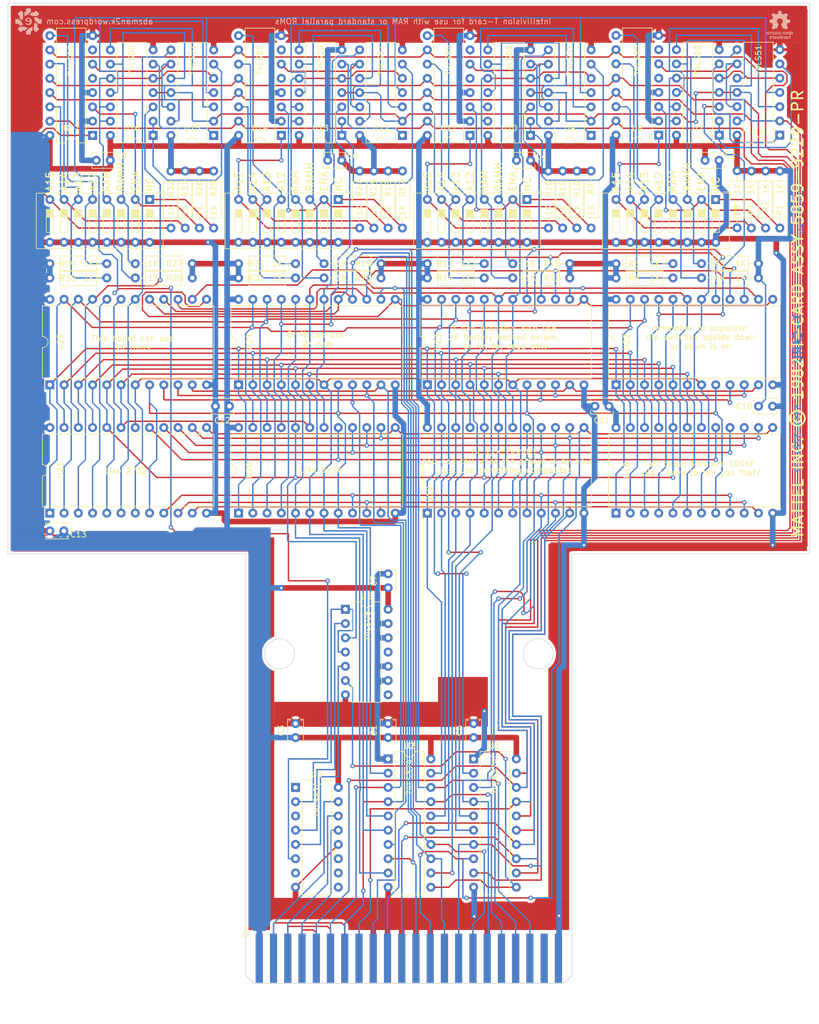
<source format=kicad_pcb>
(kicad_pcb (version 20211014) (generator pcbnew)
  (layers (0 "F.Cu" signal) (31 "B.Cu" signal) (34 "B.Paste" user) (35 "F.Paste" user) (36 "B.SilkS" user "B.Silkscreen") (37 "F.SilkS" user "F.Silkscreen") (38 "B.Mask" user) (39 "F.Mask" user) (44 "Edge.Cuts" user))
  (net 0 "")
  (net 1 "+5V")
  (net 2 "GND")
  (net 6 "d7")
  (net 8 "d8")
  (net 10 "d6")
  (net 12 "d9")
  (net 13 "d5")
  (net 15 "d10")
  (net 17 "d4")
  (net 19 "d11")
  (net 20 "d3")
  (net 21 "d12")
  (net 22 "d13")
  (net 23 "d2")
  (net 24 "d14")
  (net 26 "d1")
  (net 27 "Net-(J1-Pad32)")
  (net 28 "d0")
  (net 29 "Net-(J1-Pad34)")
  (net 30 "d15")
  (net 31 "Net-(J1-Pad36)")
  (net 32 "bdir")
  (net 33 "bc2")
  (net 34 "bc1")
  (net 35 "Net-(R1-Pad2)")
  (net 36 "/Rom Section Intellivision 1/ena")
  (net 37 "/Rom Section Intellivision 1/ramh")
  (net 38 "/Rom Section Intellivision 1/ram")
  (net 39 "Net-(R5-Pad2)")
  (net 40 "Net-(R6-Pad2)")
  (net 41 "Net-(R7-Pad2)")
  (net 42 "Net-(R8-Pad2)")
  (net 43 "Net-(R9-Pad2)")
  (net 44 "/Rom Section Intellivision 2/ena")
  (net 45 "/Rom Section Intellivision 2/ramh")
  (net 46 "/Rom Section Intellivision 2/ram")
  (net 47 "Net-(R13-Pad2)")
  (net 48 "Net-(R14-Pad2)")
  (net 49 "Net-(R15-Pad2)")
  (net 50 "Net-(R16-Pad2)")
  (net 51 "Net-(R17-Pad2)")
  (net 52 "/Rom Section Intellivision 3/ena")
  (net 53 "/Rom Section Intellivision 3/ramh")
  (net 54 "/Rom Section Intellivision 3/ram")
  (net 55 "Net-(R21-Pad2)")
  (net 56 "Net-(R22-Pad2)")
  (net 57 "Net-(R23-Pad2)")
  (net 58 "Net-(R24-Pad2)")
  (net 59 "Net-(R25-Pad2)")
  (net 60 "/Rom Section Intellivision 4/ena")
  (net 61 "/Rom Section Intellivision 4/ramh")
  (net 62 "/Rom Section Intellivision 4/ram")
  (net 63 "Net-(R29-Pad2)")
  (net 64 "Net-(R30-Pad2)")
  (net 65 "Net-(R31-Pad2)")
  (net 66 "Net-(R32-Pad2)")
  (net 67 "Net-(U1-Pad11)")
  (net 68 "a8")
  (net 69 "a12")
  (net 70 "a9")
  (net 71 "a13")
  (net 72 "a10")
  (net 73 "a14")
  (net 74 "a11")
  (net 75 "a15")
  (net 76 "a0")
  (net 77 "a4")
  (net 78 "a1")
  (net 79 "a5")
  (net 80 "a2")
  (net 81 "a6")
  (net 82 "a3")
  (net 83 "a7")
  (net 86 "Net-(U3-Pad2)")
  (net 90 "Net-(U3-Pad4)")
  (net 91 "Net-(U3-Pad5)")
  (net 92 "/Rom Section Intellivision 1/DW")
  (net 94 "/Rom Section Intellivision 1/DWS or BAR")
  (net 95 "Net-(U7-Pad1)")
  (net 96 "Net-(U18-Pad18)")
  (net 97 "Net-(U18-Pad21)")
  (net 98 "Net-(U10-Pad1)")
  (net 99 "Net-(U9-Pad8)")
  (net 100 "Net-(U10-Pad3)")
  (net 101 "Net-(U13-Pad1)")
  (net 102 "Net-(U12-Pad8)")
  (net 103 "Net-(U13-Pad3)")
  (net 105 "Net-(U16-Pad1)")
  (net 107 "Net-(U6-Pad1)")
  (net 108 "Net-(U15-Pad8)")
  (net 109 "Net-(U6-Pad12)")
  (net 110 "Net-(U6-Pad3)")
  (net 111 "Net-(U6-Pad13)")
  (net 112 "Net-(U16-Pad3)")
  (net 115 "Net-(U10-Pad6)")
  (net 116 "Net-(U11-Pad6)")
  (net 117 "Net-(U10-Pad11)")
  (net 118 "Net-(U10-Pad8)")
  (net 121 "Net-(U12-Pad1)")
  (net 122 "Net-(U12-Pad12)")
  (net 123 "Net-(U12-Pad3)")
  (net 124 "Net-(U12-Pad13)")
  (net 127 "Net-(U15-Pad1)")
  (net 128 "Net-(U15-Pad12)")
  (net 129 "Net-(U15-Pad3)")
  (net 130 "Net-(U15-Pad13)")
  (footprint "Resistor_THT:R_Axial_DIN0207_L6.3mm_D2.5mm_P10.16mm_Horizontal" (layer "F.Cu") (at 154.94 66.675)
    (fp_text reference "R6")
    (fp_text value "1K")
  )
  (footprint "Resistor_THT:R_Axial_DIN0207_L6.3mm_D2.5mm_P10.16mm_Horizontal" (layer "F.Cu") (at 184.15 47.625 -90)
    (fp_text reference "R1")
    (fp_text value "1K")
  )
  (footprint "Resistor_THT:R_Axial_DIN0207_L6.3mm_D2.5mm_P10.16mm_Horizontal" (layer "F.Cu") (at 181.61 47.625 -90)
    (fp_text reference "R2")
    (fp_text value "1K")
  )
  (footprint "Package_DIP:DIP-24_W15.24mm" (layer "F.Cu") (at 53.975 85.725 90)
    (fp_text reference "U25")
    (fp_text value "2732")
  )
  (footprint "Resistor_THT:R_Axial_DIN0207_L6.3mm_D2.5mm_P10.16mm_Horizontal" (layer "F.Cu") (at 113.03 66.675 180)
    (fp_text reference "R20")
    (fp_text value "1K")
  )
  (footprint "Package_DIP:DIP-14_W7.62mm" (layer "F.Cu") (at 116.84 41.275 180)
    (fp_text reference "U12")
    (fp_text value "74LS51")
  )
  (footprint "Package_DIP:DIP-14_W7.62mm" (layer "F.Cu") (at 139.7 41.275 180)
    (fp_text reference "U10")
    (fp_text value "74LS00")
  )
  (footprint "Resistor_THT:R_Axial_DIN0207_L6.3mm_D2.5mm_P10.16mm_Horizontal" (layer "F.Cu") (at 80.645 47.625 -90)
    (fp_text reference "R26")
    (fp_text value "1K")
  )
  (footprint "Resistor_THT:R_Axial_DIN0207_L6.3mm_D2.5mm_P10.16mm_Horizontal" (layer "F.Cu") (at 83.185 47.625 -90)
    (fp_text reference "R25")
    (fp_text value "1K")
  )
  (footprint "Capacitor_THT:C_Disc_D3.8mm_W2.6mm_P2.50mm" (layer "F.Cu") (at 170.815 45.72)
    (fp_text reference "C2")
    (fp_text value "100nF")
  )
  (footprint "Resistor_THT:R_Axial_DIN0207_L6.3mm_D2.5mm_P10.16mm_Horizontal" (layer "F.Cu") (at 53.975 66.675)
    (fp_text reference "R30")
    (fp_text value "1K")
  )
  (footprint "Resistor_THT:R_Axial_DIN0207_L6.3mm_D2.5mm_P10.16mm_Horizontal" (layer "F.Cu") (at 87.63 66.675)
    (fp_text reference "R22")
    (fp_text value "1K")
  )
  (footprint "Package_DIP:DIP-24_W15.24mm" (layer "F.Cu") (at 154.94 108.585 90)
    (fp_text reference "U18")
    (fp_text value "2732")
  )
  (footprint "Button_Switch_THT:SW_DIP_SPSTx08_Slide_9.78x22.5mm_W7.62mm_P2.54mm" (layer "F.Cu") (at 71.755 52.705 -90)
    (fp_text reference "SW4" hide)
    (fp_text value "SW_DIP_x08")
  )
  (footprint "Resistor_THT:R_Axial_DIN0207_L6.3mm_D2.5mm_P10.16mm_Horizontal" (layer "F.Cu") (at 114.3 47.625 -90)
    (fp_text reference "R18")
    (fp_text value "1K")
  )
  (footprint "Capacitor_THT:C_Disc_D3.8mm_W2.6mm_P2.50mm" (layer "F.Cu") (at 129.54 148.59 90)
    (fp_text reference "C5")
    (fp_text value "100nF")
  )
  (footprint "Package_DIP:DIP-16_W7.62mm" (layer "F.Cu") (at 162.55 41.2325 180)
    (fp_text reference "U8")
    (fp_text value "74LS85")
  )
  (footprint "Package_DIP:DIP-14_W7.62mm" (layer "F.Cu") (at 106.045 41.275 180)
    (fp_text reference "U13")
    (fp_text value "74LS00")
  )
  (footprint "Package_DIP:DIP-24_W15.24mm" (layer "F.Cu") (at 53.975 108.585 90)
    (fp_text reference "U21")
    (fp_text value "2732")
  )
  (footprint "Resistor_THT:R_Axial_DIN0207_L6.3mm_D2.5mm_P10.16mm_Horizontal" (layer "F.Cu") (at 87.63 64.135)
    (fp_text reference "R21")
    (fp_text value "1K")
  )
  (footprint "Package_DIP:DIP-14_W7.62mm" (layer "F.Cu") (at 72.39 41.275 180)
    (fp_text reference "U16")
    (fp_text value "74LS00")
  )
  (footprint "Resistor_THT:R_Axial_DIN0207_L6.3mm_D2.5mm_P10.16mm_Horizontal" (layer "F.Cu") (at 79.375 66.675 180)
    (fp_text reference "R28")
    (fp_text value "1K")
  )
  (footprint "Capacitor_THT:C_Disc_D3.8mm_W2.6mm_P2.50mm" (layer "F.Cu") (at 86 89.535 180)
    (fp_text reference "C12")
    (fp_text value "100nF")
  )
  (footprint "Capacitor_THT:C_Disc_D3.8mm_W2.6mm_P2.50mm" (layer "F.Cu") (at 153.67 89.535 180)
    (fp_text reference "C11")
    (fp_text value "100nF")
  )
  (footprint "Resistor_THT:R_Axial_DIN0207_L6.3mm_D2.5mm_P10.16mm_Horizontal" (layer "F.Cu") (at 116.84 47.625 -90)
    (fp_text reference "R17")
    (fp_text value "1K")
  )
  (footprint "Resistor_THT:R_Axial_DIN0207_L6.3mm_D2.5mm_P10.16mm_Horizontal" (layer "F.Cu") (at 180.34 64.135 180)
    (fp_text reference "R3")
    (fp_text value "1K")
  )
  (footprint "Resistor_THT:R_Axial_DIN0207_L6.3mm_D2.5mm_P10.16mm_Horizontal" (layer "F.Cu") (at 180.34 66.675 180)
    (fp_text reference "R4")
    (fp_text value "1K")
  )
  (footprint "Resistor_THT:R_Axial_DIN0207_L6.3mm_D2.5mm_P10.16mm_Horizontal" (layer "F.Cu") (at 142.875 47.625 -90)
    (fp_text reference "R16")
    (fp_text value "1K")
  )
  (footprint "Resistor_THT:R_Axial_DIN0207_L6.3mm_D2.5mm_P10.16mm_Horizontal" (layer "F.Cu") (at 121.285 66.675)
    (fp_text reference "R14")
    (fp_text value "1K")
  )
  (footprint "Resistor_THT:R_Axial_DIN0207_L6.3mm_D2.5mm_P10.16mm_Horizontal" (layer "F.Cu") (at 109.22 47.625 -90)
    (fp_text reference "R24")
    (fp_text value "1K")
  )
  (footprint "Package_DIP:DIP-24_W15.24mm" (layer "F.Cu") (at 87.63 85.725 90)
    (fp_text reference "U24")
    (fp_text value "2732")
  )
  (footprint "Package_DIP:DIP-24_W15.24mm" (layer "F.Cu") (at 154.945 85.725 90)
    (fp_text reference "U22")
    (fp_text value "2732")
  )
  (footprint "Resistor_THT:R_Axial_DIN0207_L6.3mm_D2.5mm_P10.16mm_Horizontal" (layer "F.Cu") (at 145.415 47.625 -90)
    (fp_text reference "R15")
    (fp_text value "1K")
  )
  (footprint "Capacitor_THT:C_Disc_D3.8mm_W2.6mm_P2.50mm" (layer "F.Cu") (at 97.79 148.59 90)
    (fp_text reference "C3")
    (fp_text value "100nF")
  )
  (footprint "Package_DIP:DIP-16_W7.62mm" (layer "F.Cu") (at 97.79 157.48)
    (fp_text reference "U3")
    (fp_text value "74LS42")
  )
  (footprint "Button_Switch_THT:SW_DIP_SPSTx08_Slide_9.78x22.5mm_W7.62mm_P2.54mm" (layer "F.Cu") (at 172.72 52.705 -90)
    (fp_text reference "SW1" hide)
    (fp_text value "SW_DIP_x08")
  )
  (footprint "Capacitor_THT:C_Disc_D3.8mm_W2.6mm_P2.50mm" (layer "F.Cu") (at 114.3 121.9 90)
    (fp_text reference "C7")
    (fp_text value "100nF")
  )
  (footprint "Capacitor_THT:C_Disc_D3.8mm_W2.6mm_P2.50mm" (layer "F.Cu") (at 139.7 45.72 180)
    (fp_text reference "C4")
    (fp_text value "100nF")
  )
  (footprint "Package_DIP:DIP-20_W7.62mm" (layer "F.Cu") (at 114.3 152.4)
    (fp_text reference "U2")
    (fp_text value "74LS374")
  )
  (footprint "Package_DIP:DIP-16_W7.62mm" (layer "F.Cu") (at 128.905 41.275 180)
    (fp_text reference "U11")
    (fp_text value "74LS85")
  )
  (footprint "Resistor_THT:R_Axial_DIN0207_L6.3mm_D2.5mm_P10.16mm_Horizontal" (layer "F.Cu") (at 176.53 47.5825 -90)
    (fp_text reference "R8")
    (fp_text value "1K")
  )
  (footprint "Package_DIP:DIP-20_W7.62mm" (layer "F.Cu") (at 129.54 152.4)
    (fp_text reference "U1")
    (fp_text value "74LS374")
  )
  (footprint "Resistor_THT:R_Axial_DIN0207_L6.3mm_D2.5mm_P10.16mm_Horizontal" (layer "F.Cu") (at 146.685 64.135 180)
    (fp_text reference "R11")
    (fp_text value "1K")
  )
  (footprint "Package_DIP:DIP-14_W7.62mm" (layer "F.Cu") (at 184.14 41.2375 180)
    (fp_text reference "U6")
    (fp_text value "74LS51")
  )
  (footprint "Package_DIP:DIP-24_W15.24mm" (layer "F.Cu") (at 121.285 85.725 90)
    (fp_text reference "U23")
    (fp_text value "2732")
  )
  (footprint "Capacitor_THT:C_Disc_D3.8mm_W2.6mm_P2.50mm" (layer "F.Cu") (at 114.3 148.59 90)
    (fp_text reference "C1")
    (fp_text value "100nF")
  )
  (footprint "Button_Switch_THT:SW_DIP_SPSTx08_Slide_9.78x22.5mm_W7.62mm_P2.54mm" (layer "F.Cu") (at 139.065 52.705 -90)
    (fp_text reference "SW2" hide)
    (fp_text value "SW_DIP_x08")
  )
  (footprint "Resistor_THT:R_Axial_DIN0207_L6.3mm_D2.5mm_P10.16mm_Horizontal" (layer "F.Cu") (at 113.03 64.135 180)
    (fp_text reference "R19")
    (fp_text value "1K")
  )
  (footprint "Resistor_THT:R_Axial_DIN0207_L6.3mm_D2.5mm_P10.16mm_Horizontal" (layer "F.Cu") (at 146.685 66.675 180)
    (fp_text reference "R12")
    (fp_text value "1K")
  )
  (footprint "Capacitor_THT:C_Disc_D3.8mm_W2.6mm_P2.50mm" (layer "F.Cu") (at 56.475 111.76 180)
    (fp_text reference "C13")
    (fp_text value "100nF")
  )
  (footprint "Evan's misc parts:edge mounted 44 pin card edge connector (2x22 pin)" (layer "F.Cu") (at 88.9 183.54)
    (fp_text reference "J1")
    (fp_text value "2x22 card edge connector")
    (fp_line (start 0 7.39) (end 0 0) (layer "Edge.Cuts") (width 0.12))
    (fp_line (start 0 7.39) (end 1.45 8.84) (layer "Edge.Cuts") (width 0.12))
    (fp_line (start 56.7414 8.84) (end 1.45 8.84) (layer "Edge.Cuts") (width 0.12))
    (fp_line (start 58.1914 7.39) (end 58.1914 0) (layer "Edge.Cuts") (width 0.12))
    (fp_line (start 58.1914 7.39) (end 56.7414 8.84) (layer "Edge.Cuts") (width 0.12))
  )
  (footprint "Package_DIP:DIP-24_W15.24mm" (layer "F.Cu") (at 121.285 108.585 90)
    (fp_text reference "U19")
    (fp_text value "2732")
  )
  (footprint "Capacitor_THT:C_Disc_D3.8mm_W2.6mm_P2.50mm" (layer "F.Cu") (at 180.36 89.535)
    (fp_text reference "C10")
    (fp_text value "100nF")
  )
  (footprint "Package_DIP:DIP-24_W15.24mm" (layer "F.Cu") (at 87.63 108.585 90)
    (fp_text reference "U20")
    (fp_text value "2732")
  )
  (footprint "Package_DIP:DIP-14_W7.62mm" (layer "F.Cu") (at 150.495 41.275 180)
    (fp_text reference "U9")
    (fp_text value "74LS51")
  )
  (footprint "Resistor_THT:R_Axial_DIN0207_L6.3mm_D2.5mm_P10.16mm_Horizontal" (layer "F.Cu") (at 154.94 64.135)
    (fp_text reference "R5")
    (fp_text value "1K")
  )
  (footprint "Resistor_THT:R_Axial_DIN0207_L6.3mm_D2.5mm_P10.16mm_Horizontal" (layer "F.Cu") (at 150.495 47.625 -90)
    (fp_text reference "R9")
    (fp_text value "1K")
  )
  (footprint "Capacitor_THT:C_Disc_D3.8mm_W2.6mm_P2.50mm" (layer "F.Cu") (at 64.75 45.72 180)
    (fp_text reference "C8")
    (fp_text value "100nF")
  )
  (footprint "Resistor_THT:R_Axial_DIN0207_L6.3mm_D2.5mm_P10.16mm_Horizontal" (layer "F.Cu") (at 75.565 47.625 -90)
    (fp_text reference "R32")
    (fp_text value "1K")
  )
  (footprint "Resistor_THT:R_Axial_DIN0207_L6.3mm_D2.5mm_P10.16mm_Horizontal" (layer "F.Cu") (at 79.375 64.135 180)
    (fp_text reference "R27")
    (fp_text value "1K")
  )
  (footprint "Resistor_THT:R_Axial_DIN0207_L6.3mm_D2.5mm_P10.16mm_Horizontal" (layer "F.Cu") (at 111.76 47.625 -90)
    (fp_text reference "R23")
    (fp_text value "1K")
  )
  (footprint "Resistor_THT:R_Axial_DIN0207_L6.3mm_D2.5mm_P10.16mm_Horizontal" (layer "F.Cu") (at 53.975 64.135)
    (fp_text reference "R29")
    (fp_text value "1K")
  )
  (footprint "Capacitor_THT:C_Disc_D3.8mm_W2.6mm_P2.50mm" (layer "F.Cu") (at 106.025 45.72 180)
    (fp_text reference "C6")
    (fp_text value "100nF")
  )
  (footprint "Package_DIP:DIP-14_W7.62mm" (layer "F.Cu") (at 83.185 41.275 180)
    (fp_text reference "U15")
    (fp_text value "74LS51")
  )
  (footprint "Package_DIP:DIP-16_W7.62mm" (layer "F.Cu") (at 61.595 41.275 180)
    (fp_text reference "U17")
    (fp_text value "74LS85")
  )
  (footprint "Package_DIP:DIP-14_W7.62mm" (layer "F.Cu") (at 106.68 125.73)
    (fp_text reference "U5")
    (fp_text value "74LS08")
  )
  (footprint "Package_DIP:DIP-16_W7.62mm" (layer "F.Cu") (at 95.25 41.275 180)
    (fp_text reference "U14")
    (fp_text value "74LS85")
  )
  (footprint "Resistor_THT:R_Axial_DIN0207_L6.3mm_D2.5mm_P10.16mm_Horizontal" (layer "F.Cu") (at 78.105 47.625 -90)
    (fp_text reference "R31")
    (fp_text value "1K")
  )
  (footprint "Resistor_THT:R_Axial_DIN0207_L6.3mm_D2.5mm_P10.16mm_Horizontal" (layer "F.Cu") (at 121.285 64.135)
    (fp_text reference "R13")
    (fp_text value "1K")
  )
  (footprint "Resistor_THT:R_Axial_DIN0207_L6.3mm_D2.5mm_P10.16mm_Horizontal" (layer "F.Cu") (at 179.07 47.625 -90)
    (fp_text reference "R7")
    (fp_text value "1K")
  )
  (footprint "Resistor_THT:R_Axial_DIN0207_L6.3mm_D2.5mm_P10.16mm_Horizontal" (layer "F.Cu") (at 147.955 47.625 -90)
    (fp_text reference "R10")
    (fp_text value "1K")
  )
  (footprint "Button_Switch_THT:SW_DIP_SPSTx08_Slide_9.78x22.5mm_W7.62mm_P2.54mm" (layer "F.Cu") (at 105.41 52.705 -90)
    (fp_text reference "SW3" hide)
    (fp_text value "SW_DIP_x08")
  )
  (footprint "Package_DIP:DIP-14_W7.62mm" (layer "F.Cu") (at 173.335 41.2375 180)
    (fp_text reference "U7")
    (fp_text value "74LS00")
  )
  (footprint "Evan's misc parts:Evan Logo" (layer "B.Cu") (at 50.165 20.955 180)
    (fp_text reference "G***" hide)
    (fp_text value "LOGO" hide)
  )
  (footprint "Evan's misc parts:OSHW gear" (layer "B.Cu") (at 184.15 21.59 180)
    (fp_text reference "G***" hide)
    (fp_text value "LOGO" hide)
  )
  (gr_line (start 46.49 115.8562) (end 46.49 17.6716) (layer "Edge.Cuts") (width 0.1))
  (gr_line (start 189.5014 115.8562) (end 189.5014 17.6716) (layer "Edge.Cuts") (width 0.1))
  (gr_circle (center 94.94866 133.67) (end 97.63696 133.67) (layer "Edge.Cuts") (width 0.1) (fill none))
  (gr_line (start 147.0914 115.8562) (end 189.5014 115.8562) (layer "Edge.Cuts") (width 0.1))
  (gr_line (start 46.49 17.6716) (end 189.5014 17.6716) (layer "Edge.Cuts") (width 0.1))
  (gr_circle (center 141.04274 133.67) (end 143.73104 133.67) (layer "Edge.Cuts") (width 0.1) (fill none))
  (gr_line (start 88.9 183.54) (end 88.9 115.8562) (layer "Edge.Cuts") (width 0.1))
  (gr_line (start 147.0914 183.54) (end 147.0914 115.8562) (layer "Edge.Cuts") (width 0.1))
  (gr_line (start 46.49 115.8562) (end 88.9 115.8562) (layer "Edge.Cuts") (width 0.1))
  (gr_text "5859-3229-PR" (at 187.325 95.25 90) (layer "B.Cu") (effects (font (size 1 1)) (justify mirror)))
  (gr_text "T-CARD" (at 187.325 77.47 90) (layer "B.Cu") (effects (font (size 1.5 1.5) (thickness 0.3)) (justify mirror)))
  (gr_text "Circuit Lab" (at 187.96 54.61 90) (layer "B.Cu") (effects (font (size 1 1)) (justify mirror)))
  (gr_text "Intellivision T-card for use with RAM or standard parallel ROMs" (at 118.745 20.955) (layer "B.SilkS") (effects (font (size 1 1)) (justify mirror)))
  (gr_text "abzman2k.wordpress.com" (at 62.865 20.955) (layer "B.SilkS") (effects (font (size 1 1)) (justify mirror)))
  (gr_text "Like 6116" (at 102.362 100.838) (layer "F.SilkS") (effects (font (size 1 1))))
  (gr_text "A12" (at 128.905 51.435 90) (layer "F.SilkS") (effects (font (size 1.3 1.3) (thickness 0.2)) (justify left)))
  (gr_text "A13" (at 59.055 51.435 90) (layer "F.SilkS") (effects (font (size 1.3 1.3) (thickness 0.2)) (justify left)))
  (gr_text "A15" (at 121.285 51.435 90) (layer "F.SilkS") (effects (font (size 1.3 1.3) (thickness 0.2)) (justify left)))
  (gr_text "NC" (at 71.755 51.435 90) (layer "F.SilkS") (effects (font (size 1.3 1.3) (thickness 0.2)) (justify left)))
  (gr_text "MATTEL INC. © 1982 T-CARD ASSY 5859-9229-PR" (at 187.325 73.025 90) (layer "F.SilkS") (effects (font (size 2 2) (thickness 0.3))))
  (gr_text "A14" (at 56.515 51.435 90) (layer "F.SilkS") (effects (font (size 1.3 1.3) (thickness 0.2)) (justify left)))
  (gr_text "A13" (at 160.02 51.435 90) (layer "F.SilkS") (effects (font (size 1.3 1.3) (thickness 0.2)) (justify left)))
  (gr_text "ENA" (at 170.18 51.435 90) (layer "F.SilkS") (effects (font (size 1.3 1.3) (thickness 0.2)) (justify left)))
  (gr_text "NC" (at 139.065 51.435 90) (layer "F.SilkS") (effects (font (size 1.3 1.3) (thickness 0.2)) (justify left)))
  (gr_text "A12" (at 95.25 51.435 90) (layer "F.SilkS") (effects (font (size 1.3 1.3) (thickness 0.2)) (justify left)))
  (gr_text "ENA" (at 69.215 51.435 90) (layer "F.SilkS") (effects (font (size 1.3 1.3) (thickness 0.2)) (justify left)))
  (gr_text "A15" (at 154.94 51.435 90) (layer "F.SilkS") (effects (font (size 1.3 1.3) (thickness 0.2)) (justify left)))
  (gr_text "A14" (at 123.825 51.435 90) (layer "F.SilkS") (effects (font (size 1.3 1.3) (thickness 0.2)) (justify left)))
  (gr_text "A15" (at 87.63 51.435 90) (layer "F.SilkS") (effects (font (size 1.3 1.3) (thickness 0.2)) (justify left)))
  (gr_text "RAM" (at 131.445 51.565 90) (layer "F.SilkS") (effects (font (size 1.3 1.3) (thickness 0.2)) (justify left)))
  (gr_text "Like 2732" (at 67.564 101.092) (layer "F.SilkS") (effects (font (size 1 1))))
  (gr_text "NC" (at 105.41 51.435 90) (layer "F.SilkS") (effects (font (size 1.3 1.3) (thickness 0.2)) (justify left)))
  (gr_text "A14" (at 157.48 51.435 90) (layer "F.SilkS") (effects (font (size 1.3 1.3) (thickness 0.2)) (justify left)))
  (gr_text "Or it can use \n2K ram" (at 101.727 77.597) (layer "F.SilkS") (effects (font (size 1 1))))
  (gr_text "RAMH" (at 66.675 51.435 90) (layer "F.SilkS") (effects (font (size 1.3 1.3) (thickness 0.2)) (justify left)))
  (gr_text "remember to populate \ndip switches upside down\nso down is on" (at 170.053 77.216) (layer "F.SilkS") (effects (font (size 1 1))))
  (gr_text "all capacitors are 100nF\ndid I have to tell you that?" (at 170.18 100.584) (layer "F.SilkS") (effects (font (size 1 1))))
  (gr_text "A12" (at 162.56 51.435 90) (layer "F.SilkS") (effects (font (size 1.3 1.3) (thickness 0.2)) (justify left)))
  (gr_text "RAMH" (at 100.33 51.435 90) (layer "F.SilkS") (effects (font (size 1.3 1.3) (thickness 0.2)) (justify left)))
  (gr_text "A15" (at 53.975 51.435 90) (layer "F.SilkS") (effects (font (size 1.3 1.3) (thickness 0.2)) (justify left)))
  (gr_text "Or 2/K FeRAM? \nYou can tell what the pinout is by now\njust use something compatible" (at 135.382 99.314) (layer "F.SilkS") (effects (font (size 1 1))))
  (gr_text "ENA" (at 102.87 51.435 90) (layer "F.SilkS") (effects (font (size 1.3 1.3) (thickness 0.2)) (justify left)))
  (gr_text "RAMH" (at 167.64 51.435 90) (layer "F.SilkS") (effects (font (size 1.3 1.3) (thickness 0.2)) (justify left)))
  (gr_text "RAM" (at 97.79 51.565 90) (layer "F.SilkS") (effects (font (size 1.3 1.3) (thickness 0.2)) (justify left)))
  (gr_text "RAM" (at 64.135 51.565 90) (layer "F.SilkS") (effects (font (size 1.3 1.3) (thickness 0.2)) (justify left)))
  (gr_text "RAMH" (at 133.985 51.435 90) (layer "F.SilkS") (effects (font (size 1.3 1.3) (thickness 0.2)) (justify left)))
  (gr_text "ENA" (at 136.525 51.435 90) (layer "F.SilkS") (effects (font (size 1.3 1.3) (thickness 0.2)) (justify left)))
  (gr_text "NC" (at 172.72 51.435 90) (layer "F.SilkS") (effects (font (size 1.3 1.3) (thickness 0.2)) (justify left)))
  (gr_text "A13" (at 92.71 51.435 90) (layer "F.SilkS") (effects (font (size 1.3 1.3) (thickness 0.2)) (justify left)))
  (gr_text "It can probably also use \n2K battery backed nvram, \nor 4K for read only" (at 135.255 77.216) (layer "F.SilkS") (effects (font (size 1 1))))
  (gr_text "A13" (at 126.365 51.435 90) (layer "F.SilkS") (effects (font (size 1.3 1.3) (thickness 0.2)) (justify left)))
  (gr_text "A14" (at 90.17 51.435 90) (layer "F.SilkS") (effects (font (size 1.3 1.3) (thickness 0.2)) (justify left)))
  (gr_text "A12" (at 61.595 51.435 90) (layer "F.SilkS") (effects (font (size 1.3 1.3) (thickness 0.2)) (justify left)))
  (gr_text "This board can use\n4K roms" (at 68.707 78.232) (layer "F.SilkS") (effects (font (size 1 1))))
  (gr_text "RAM" (at 165.1 51.565 90) (layer "F.SilkS") (effects (font (size 1.3 1.3) (thickness 0.2)) (justify left)))
  (segment (start 111.76 47.625) (end 109.22 47.625) (width 1) (layer "F.Cu") (net 1))
  (segment (start 142.875 47.625) (end 150.495 47.625) (width 1) (layer "F.Cu") (net 1))
  (segment (start 75.565 43.18) (end 64.77 43.18) (width 1) (layer "F.Cu") (net 1))
  (segment (start 176.52 41.2375) (end 176.52 43.17) (width 1) (layer "F.Cu") (net 1))
  (segment (start 54.204511 47.219511) (end 64.540489 47.219511) (width 1) (layer "F.Cu") (net 1))
  (segment (start 105.68 43.18) (end 98.425 43.18) (width 1) (layer "F.Cu") (net 1))
  (segment (start 87.63 41.275) (end 87.63 43.18) (width 1) (layer "F.Cu") (net 1))
  (segment (start 64.75 43.2) (end 64.75 41.295) (width 1) (layer "F.Cu") (net 1))
  (segment (start 165.715 43.14) (end 165.745 43.17) (width 1) (layer "F.Cu") (net 1))
  (segment (start 154.315 43.17) (end 154.305 43.18) (width 1) (layer "F.Cu") (net 1))
  (segment (start 107.93 47.625) (end 106.025 45.72) (width 1) (layer "F.Cu") (net 1))
  (segment (start 142.875 47.625) (end 141.605 47.625) (width 1) (layer "F.Cu") (net 1))
  (segment (start 111.76 47.625) (end 116.84 47.625) (width 1) (layer "F.Cu") (net 1))
  (segment (start 106.025 43.525) (end 105.68 43.18) (width 1) (layer "F.Cu") (net 1))
  (segment (start 121.285 41.275) (end 121.285 43.18) (width 1) (layer "F.Cu") (net 1))
  (segment (start 105.41 157.48) (end 105.41 148.59) (width 1) (layer "F.Cu") (net 1))
  (segment (start 154.93 41.2325) (end 154.93 43.15) (width 1) (layer "F.Cu") (net 1))
  (segment (start 132.08 42.545) (end 132.715 43.18) (width 1) (layer "F.Cu") (net 1))
  (segment (start 132.08 41.275) (end 132.08 42.545) (width 1) (layer "F.Cu") (net 1))
  (segment (start 154.93 43.15) (end 154.95 43.17) (width 1) (layer "F.Cu") (net 1))
  (segment (start 139.7 45.72) (end 139.7 43.2) (width 1) (layer "F.Cu") (net 1))
  (segment (start 53.975 41.275) (end 53.975 46.99) (width 1) (layer "F.Cu") (net 1))
  (segment (start 64.75 41.295) (end 64.77 41.275) (width 1) (layer "F.Cu") (net 1))
  (segment (start 176.52 47.5725) (end 176.53 47.5825) (width 1) (layer "F.Cu") (net 1))
  (segment (start 114.3 148.59) (end 121.92 148.59) (width 1) (layer "F.Cu") (net 1))
  (segment (start 170.815 45.72) (end 170.815 43.18) (width 1) (layer "F.Cu") (net 1))
  (segment (start 109.22 47.625) (end 107.93 47.625) (width 1) (layer "F.Cu") (net 1))
  (segment (start 64.77 43.18) (end 64.75 43.2) (width 1) (layer "F.Cu") (net 1))
  (segment (start 121.285 64.135) (end 113.03 64.135) (width 1) (layer "F.Cu") (net 1))
  (segment (start 170.805 43.17) (end 165.745 43.17) (width 1) (layer "F.Cu") (net 1))
  (segment (start 154.94 64.135) (end 146.685 64.135) (width 1) (layer "F.Cu") (net 1))
  (segment (start 87.63 43.18) (end 75.565 43.18) (width 1) (layer "F.Cu") (net 1))
  (segment (start 106.025 45.72) (end 106.025 43.525) (width 1) (layer "F.Cu") (net 1))
  (segment (start 64.75 47.01) (end 64.75 45.72) (width 1) (layer "F.Cu") (net 1))
  (segment (start 109.22 41.275) (end 109.22 43.18) (width 1) (layer "F.Cu") (net 1))
  (segment (start 132.715 43.18) (end 121.285 43.18) (width 1) (layer "F.Cu") (net 1))
  (segment (start 75.565 43.18) (end 75.565 41.275) (width 1) (layer "F.Cu") (net 1))
  (segment (start 97.79 148.59) (end 105.41 148.59) (width 1) (layer "F.Cu") (net 1))
  (segment (start 170.815 43.18) (end 170.805 43.17) (width 1) (layer "F.Cu") (net 1))
  (segment (start 121.92 148.59) (end 129.54 148.59) (width 1) (layer "F.Cu") (net 1))
  (segment (start 176.53 47.5825) (end 184.15 47.5825) (width 1) (layer "F.Cu") (net 1))
  (segment (start 176.52 43.17) (end 176.52 47.5725) (width 1) (layer "F.Cu") (net 1))
  (segment (start 121.285 43.18) (end 109.22 43.18) (width 1) (layer "F.Cu") (net 1))
  (segment (start 165.715 41.2375) (end 165.715 43.14) (width 1) (layer "F.Cu") (net 1))
  (segment (start 64.540489 47.219511) (end 64.75 47.01) (width 1) (layer "F.Cu") (net 1))
  (segment (start 98.425 43.18) (end 87.63 43.18) (width 1) (layer "F.Cu") (net 1))
  (segment (start 114.3 121.92) (end 114.3 125.73) (width 1) (layer "F.Cu") (net 1))
  (segment (start 64.75 45.72) (end 64.75 43.2) (width 1) (layer "F.Cu") (net 1))
  (segment (start 75.565 47.625) (end 83.185 47.625) (width 1) (layer "F.Cu") (net 1))
  (segment (start 165.745 43.17) (end 154.95 43.17) (width 1) (layer "F.Cu") (net 1))
  (segment (start 137.16 148.59) (end 137.16 152.4) (width 1) (layer "F.Cu") (net 1))
  (segment (start 154.305 43.18) (end 139.68 43.18) (width 1) (layer "F.Cu") (net 1))
  (segment (start 154.95 43.17) (end 154.315 43.17) (width 1) (layer "F.Cu") (net 1))
  (segment (start 87.63 64.135) (end 79.375 64.135) (width 1) (layer "F.Cu") (net 1))
  (segment (start 121.92 152.4) (end 121.92 148.59) (width 1) (layer "F.Cu") (net 1))
  (segment (start 139.68 43.18) (end 132.715 43.18) (width 1) (layer "F.Cu") (net 1))
  (segment (start 98.425 41.275) (end 98.425 43.18) (width 1) (layer "F.Cu") (net 1))
  (segment (start 139.7 43.2) (end 139.68 43.18) (width 1) (layer "F.Cu") (net 1))
  (segment (start 75.565 47.625) (end 75.565 43.18) (width 1) (layer "F.Cu") (net 1))
  (segment (start 129.54 148.59) (end 137.16 148.59) (width 1) (layer "F.Cu") (net 1))
  (segment (start 106.68 121.92) (end 114.3 121.92) (width 1) (layer "F.Cu") (net 1))
  (segment (start 176.52 43.17) (end 170.805 43.17) (width 1) (layer "F.Cu") (net 1))
  (segment (start 105.41 148.59) (end 114.3 148.59) (width 1) (layer "F.Cu") (net 1))
  (segment (start 106.68 121.92) (end 95.25 121.92) (width 1) (layer "F.Cu") (net 1))
  (segment (start 141.605 47.625) (end 139.7 45.72) (width 1) (layer "F.Cu") (net 1))
  (segment (start 53.975 46.99) (end 54.204511 47.219511) (width 1) (layer "F.Cu") (net 1))
  (segment (start 109.22 43.18) (end 105.68 43.18) (width 1) (layer "F.Cu") (net 1))
  (via (at 95.25 121.92) (size 0.8) (drill 0.4) (layers "F.Cu" "B.Cu") (net 1))
  (segment (start 153.035 64.135) (end 153.035 51.435) (width 1) (layer "B.Cu") (net 1))
  (segment (start 52.775978 66.675) (end 52.475489 66.975489) (width 1) (layer "B.Cu") (net 1))
  (segment (start 87.63 64.135) (end 85.635 64.135) (width 1) (layer "B.Cu") (net 1))
  (segment (start 154.94 90.805) (end 153.67 89.535) (width 1) (layer "B.Cu") (net 1))
  (segment (start 153.035 66.675) (end 153.035 69.85) (width 1) (layer "B.Cu") (net 1))
  (segment (start 119.785489 87.785489) (end 119.785489 70.714511) (width 1) (layer "B.Cu") (net 1))
  (segment (start 85.583551 70.626449) (end 85.583551 83.583551) (width 1) (layer "B.Cu") (net 1))
  (segment (start 121.285 66.675) (end 119.825 66.675) (width 1) (layer "B.Cu") (net 1))
  (segment (start 121.285 64.135) (end 121.285 66.675) (width 1) (layer "B.Cu") (net 1))
  (segment (start 181.61 88.285) (end 181.61 67.945) (width 0.25) (layer "B.Cu") (net 1))
  (segment (start 85.635 64.135) (end 85.583551 64.083551) (width 1) (layer "B.Cu") (net 1))
  (segment (start 119.785489 66.714511) (end 119.785489 64.285489) (width 1) (layer "B.Cu") (net 1))
  (segment (start 97.79 148.59) (end 91.44 148.59) (width 1) (layer "B.Cu") (net 1))
  (segment (start 53.975 70.485) (end 52.985 70.485) (width 1) (layer "B.Cu") (net 1))
  (segment (start 154.94 64.135) (end 154.94 66.675) (width 1) (layer "B.Cu") (net 1))
  (segment (start 121.285 64.135) (end 119.935978 64.135) (width 1) (layer "B.Cu") (net 1))
  (segment (start 52.475489 113.475489) (end 52.583551 113.583551) (width 1) (layer "B.Cu") (net 1))
  (segment (start 180.36 89.535) (end 181.61 88.285) (width 0.25) (layer "B.Cu") (net 1))
  (segment (start 119.785489 70.714511) (end 119.785489 66.714511) (width 1) (layer "B.Cu") (net 1))
  (segment (start 52.475489 69.975489) (end 52.475489 93.475489) (width 1) (layer "B.Cu") (net 1))
  (segment (start 186.055 47.625) (end 186.055 59.69) (width 1) (layer "B.Cu") (net 1))
  (segment (start 180.34 59.69) (end 180.34 64.135) (width 1) (layer "B.Cu") (net 1))
  (segment (start 153.035 88.9) (end 153.67 89.535) (width 1) (layer "B.Cu") (net 1))
  (segment (start 181.61 67.945) (end 180.34 66.675) (width 0.25) (layer "B.Cu") (net 1))
  (segment (start 154.94 66.675) (end 153.035 66.675) (width 1) (layer "B.Cu") (net 1))
  (segment (start 119.785489 64.285489) (end 119.785489 42.714511) (width 1) (layer "B.Cu") (net 1))
  (segment (start 91.44 121.92) (end 95.25 121.92) (width 1) (layer "B.Cu") (net 1))
  (segment (start 111.76 43.815) (end 109.22 41.275) (width 1) (layer "B.Cu") (net 1))
  (segment (start 91.3257 113.616402) (end 91.3257 122.0343) (width 1) (layer "B.Cu") (net 1))
  (segment (start 85.583551 43.321449) (end 85.583551 48) (width 1) (layer "B.Cu") (net 1))
  (segment (start 119.785489 42.714511) (end 121.225 41.275) (width 1) (layer "B.Cu") (net 1))
  (segment (start 153.035 69.85) (end 153.035 88.9) (width 1) (layer "B.Cu") (net 1))
  (segment (start 154.305 50.165) (end 154.305 41.8575) (width 1) (layer "B.Cu") (net 1))
  (segment (start 85.845 93.345) (end 85.583551 93.083551) (width 1) (layer "B.Cu") (net 1))
  (segment (start 87.63 41.275) (end 85.583551 43.321449) (width 1) (layer "B.Cu") (net 1))
  (segment (start 56.475 113.475) (end 56.583551 113.583551) (width 1) (layer "B.Cu") (net 1))
  (segment (start 87.63 70.485) (end 85.725 70.485) (width 1) (layer "B.Cu") (net 1))
  (segment (start 113.03 64.135) (end 113.03 66.675) (width 1) (layer "B.Cu") (net 1))
  (segment (start 85.008551 113.583551) (end 91.358551 113.583551) (width 1) (layer "B.Cu") (net 1))
  (segment (start 154.94 64.135) (end 153.035 64.135) (width 1) (layer "B.Cu") (net 1))
  (segment (start 121.285 70.485) (end 120.015 70.485) (width 1) (layer "B.Cu") (net 1))
  (segment (start 153.035 51.435) (end 154.305 50.165) (width 1) (layer "B.Cu") (net 1))
  (segment (start 79.375 64.135) (end 79.375 66.675) (width 1) (layer "B.Cu") (net 1))
  (segment (start 53.975 66.675) (end 52.775978 66.675) (width 1) (layer "B.Cu") (net 1))
  (segment (start 85.583551 93.083551) (end 85.583551 113.583551) (width 1) (layer "B.Cu") (net 1))
  (segment (start 85.583551 83.583551) (end 85.583551 93.083551) (width 1) (layer "B.Cu") (net 1))
  (segment (start 52.475489 64.024511) (end 52.475489 66.975489) (width 1) (layer "B.Cu") (net 1))
  (segment (start 75.565 47.625) (end 75.565 41.275) (width 1) (layer "B.Cu") (net 1))
  (segment (start 52.583551 113.583551) (end 57.916449 113.583551) (width 1) (layer "B.Cu") (net 1))
  (segment (start 85.008551 113.583551) (end 85.583551 113.583551) (width 1) (layer "B.Cu") (net 1))
  (segment (start 154.94 93.345) (end 154.94 90.805) (width 1) (layer "B.Cu") (net 1))
  (segment (start 91.44 148.59) (end 91.3257 148.7043) (width 1) (layer "B.Cu") (net 1))
  (segment (start 85.583551 64.083551) (end 85.583551 66.916449) (width 1) (layer "B.Cu") (net 1))
  (segment (start 52.475489 42.774511) (end 52.475489 64.024511) (width 1) (layer "B.Cu") (net 1))
  (segment (start 91.3257 122.0343) (end 91.3257 148.7043) (width 1) (layer "B.Cu") (net 1))
  (segment (start 154.305 41.8575) (end 154.93 41.2325) (width 1) (layer "B.Cu") (net 1))
  (segment (start 87.63 93.345) (end 85.845 93.345) (width 1) (layer "B.Cu") (net 1))
  (segment (start 121.285 93.345) (end 121.285 89.285) (width 1) (layer "B.Cu") (net 1))
  (segment (start 52.475489 93.475489) (end 52.475489 113.475489) (width 1) (layer "B.Cu") (net 1))
  (segment (start 52.475489 66.975489) (end 52.475489 69.975489) (width 1) (layer "B.Cu") (net 1))
  (segment (start 153.035 69.85) (end 153.035 70.485) (width 1) (layer "B.Cu") (net 1))
  (segment (start 91.3257 148.7043) (end 91.3257 187.96) (width 1) (layer "B.Cu") (net 1))
  (segment (start 56.475 111.76) (end 56.475 113.475) (width 1) (layer "B.Cu") (net 1))
  (segment (start 53.975 64.135) (end 52.585978 64.135) (width 1) (layer "B.Cu") (net 1))
  (segment (start 146.685 64.135) (end 146.685 66.675) (width 1) (layer "B.Cu") (net 1))
  (segment (start 53.975 64.135) (end 53.975 66.675) (width 1) (layer "B.Cu") (net 1))
  (segment (start 142.875 47.625) (end 142.875 41.275) (width 1) (layer "B.Cu") (net 1))
  (segment (start 52.985 70.485) (end 52.475489 69.975489) (width 1) (layer "B.Cu") (net 1))
  (segment (start 85.825 66.675) (end 85.583551 66.916449) (width 1) (layer "B.Cu") (net 1))
  (segment (start 119.825 66.675) (end 119.785489 66.714511) (width 1) (layer "B.Cu") (net 1))
  (segment (start 87.63 64.135) (end 87.63 66.675) (width 1) (layer "B.Cu") (net 1))
  (segment (start 85.583551 48) (end 85.583551 64.083551) (width 1) (layer "B.Cu") (net 1))
  (segment (start 56.583551 113.583551) (end 57.916449 113.583551) (width 1) (layer "B.Cu") (net 1))
  (segment (start 53.975 41.275) (end 52.475489 42.774511) (width 1) (layer "B.Cu") (net 1))
  (segment (start 52.605978 93.345) (end 52.475489 93.475489) (width 1) (layer "B.Cu") (net 1))
  (segment (start 121.225 41.275) (end 121.285 41.275) (width 1) (layer "B.Cu") (net 1))
  (segment (start 91.358551 113.583551) (end 91.3257 113.616402) (width 1) (layer "B.Cu") (net 1))
  (segment (start 120.015 70.485) (end 119.785489 70.714511) (width 1) (layer "B.Cu") (net 1))
  (segment (start 153.035 70.485) (end 154.945 70.485) (width 1) (layer "B.Cu") (net 1))
  (segment (start 119.935978 64.135) (end 119.785489 64.285489) (width 1) (layer "B.Cu") (net 1))
  (segment (start 153.035 64.135) (end 153.035 66.675) (width 1) (layer "B.Cu") (net 1))
  (segment (start 121.285 89.285) (end 119.785489 87.785489) (width 1) (layer "B.Cu") (net 1))
  (segment (start 184.15 47.5825) (end 186.0125 47.5825) (width 1) (layer "B.Cu") (net 1))
  (segment (start 91.3257 122.0343) (end 91.44 121.92) (width 1) (layer "B.Cu") (net 1))
  (segment (start 186.0125 47.5825) (end 186.055 47.625) (width 1) (layer "B.Cu") (net 1))
  (segment (start 52.585978 64.135) (end 52.475489 64.024511) (width 1) (layer "B.Cu") (net 1))
  (segment (start 85.725 70.485) (end 85.583551 70.626449) (width 1) (layer "B.Cu") (net 1))
  (segment (start 53.975 93.345) (end 52.605978 93.345) (width 1) (layer "B.Cu") (net 1))
  (segment (start 180.34 64.135) (end 180.34 66.675) (width 1) (layer "B.Cu") (net 1))
  (segment (start 186.055 59.69) (end 180.34 59.69) (width 1) (layer "B.Cu") (net 1))
  (segment (start 57.916449 113.583551) (end 85.008551 113.583551) (width 1) (layer "B.Cu") (net 1))
  (segment (start 85.583551 66.916449) (end 85.583551 70.626449) (width 1) (layer "B.Cu") (net 1))
  (segment (start 111.76 47.625) (end 111.76 43.815) (width 1) (layer "B.Cu") (net 1))
  (segment (start 87.63 66.675) (end 85.825 66.675) (width 1) (layer "B.Cu") (net 1))
  (segment (start 106.045 26.035) (end 106.045 19.05) (width 1) (layer "F.Cu") (net 2))
  (segment (start 97.79 175.26) (end 97.79 180.34) (width 1) (layer "F.Cu") (net 2))
  (segment (start 112.395 145.495) (end 112.99 146.09) (width 1) (layer "F.Cu") (net 2))
  (segment (start 61.595 19.05) (end 47.625 19.05) (width 1) (layer "F.Cu") (net 2))
  (segment (start 91.44 114.935) (end 91.44 121.92) (width 1) (layer "F.Cu") (net 2))
  (segment (start 91.4 146.09) (end 91.3257 146.1643) (width 1) (layer "F.Cu") (net 2))
  (segment (start 116.7257 180.6829) (end 116.9543 180.4543) (width 1) (layer "F.Cu") (net 2))
  (segment (start 173.335 19.07) (end 173.355 19.05) (width 1) (layer "F.Cu") (net 2))
  (segment (start 162.55 23.4525) (end 162.55 19.06) (width 1) (layer "F.Cu") (net 2))
  (segment (start 91.3257 180.4543) (end 91.3257 146.1643) (width 1) (layer "F.Cu") (net 2))
  (segment (start 132.6007 180.4543) (end 144.6657 180.4543) (width 1) (layer "F.Cu") (net 2))
  (segment (start 114.4143 180.4543) (end 116.9543 180.4543) (width 1) (layer "F.Cu") (net 2))
  (segment (start 188.595 19.05) (end 184.785 19.05) (width 1) (layer "F.Cu") (net 2))
  (segment (start 47.625 114.935) (end 91.44 114.935) (width 1) (layer "F.Cu") (net 2))
  (segment (start 114.3 175.26) (end 114.3 180.5686) (width 1) (layer "F.Cu") (net 2))
  (segment (start 144.6657 180.4543) (end 144.78 180.34) (width 1) (layer "F.Cu") (net 2))
  (segment (start 47.625 19.05) (end 47.625 60.325) (width 1) (layer "F.Cu") (net 2))
  (segment (start 47.625 112.395) (end 47.625 114.935) (width 1) (layer "F.Cu") (net 2))
  (segment (start 85.319511 110.084511) (end 85.09 109.855) (width 1) (layer "F.Cu") (net 2))
  (segment (start 139.7 19.05) (end 128.55 19.05) (width 1) (layer "F.Cu") (net 2))
  (segment (start 139.7 26.035) (end 139.7 19.05) (width 1) (layer "F.Cu") (net 2))
  (segment (start 97.79 146.09) (end 91.4 146.09) (width 1) (layer "F.Cu") (net 2))
  (segment (start 114.1857 187.96) (end 114.1857 180.6829) (width 1) (layer "F.Cu") (net 2))
  (segment (start 91.3257 187.96) (end 91.3257 180.4543) (width 1) (layer "F.Cu") (net 2))
  (segment (start 53.975 111.76) (end 48.26 111.76) (width 1) (layer "F.Cu") (net 2))
  (segment (start 48.26 111.76) (end 47.625 112.395) (width 1) (layer "F.Cu") (net 2))
  (segment (start 106.045 19.05) (end 95.25 19.05) (width 1) (layer "F.Cu") (net 2))
  (segment (start 129.54 146.09) (end 121.96 146.09) (width 1) (layer "F.Cu") (net 2))
  (segment (start 129.6543 180.4543) (end 132.6007 180.4543) (width 1) (layer "F.Cu") (net 2))
  (segment (start 128.905 19.405) (end 128.55 19.05) (width 1) (layer "F.Cu") (net 2))
  (segment (start 106.68 140.97) (end 106.68 146.05) (width 1) (layer "F.Cu") (net 2))
  (segment (start 116.7257 187.96) (end 116.7257 180.6829) (width 1) (layer "F.Cu") (net 2))
  (segment (start 83.185 19.05) (end 72.39 19.05) (width 1) (layer "F.Cu") (net 2))
  (segment (start 172.72 60.325) (end 154.94 60.325) (width 1) (layer "F.Cu") (net 2))
  (segment (start 131.445 146.05) (end 131.405 146.09) (width 1) (layer "F.Cu") (net 2))
  (segment (start 162.56 19.05) (end 150.495 19.05) (width 1) (layer "F.Cu") (net 2))
  (segment (start 91.3257 146.1643) (end 91.3257 122.0343) (width 1) (layer "F.Cu") (net 2))
  (segment (start 72.39 26.035) (end 72.39 19.05) (width 1) (layer "F.Cu") (net 2))
  (segment (start 95.25 23.495) (end 95.25 19.05) (width 1) (layer "F.Cu") (net 2))
  (segment (start 121.8057 187.96) (end 121.8057 180.4543) (width 1) (layer "F.Cu") (net 2))
  (segment (start 72.39 19.05) (end 61.595 19.05) (width 1) (layer "F.Cu") (net 2))
  (segment (start 119.2657 187.96) (end 119.2657 180.4543) (width 1) (layer "F.Cu") (net 2))
  (segment (start 115.340489 110.084511) (end 85.319511 110.084511) (width 1) (layer "F.Cu") (net 2))
  (segment (start 111.6457 187.96) (end 111.6457 180.4543) (width 1) (layer "F.Cu") (net 2))
  (segment (start 131.445 143.891) (end 131.445 146.05) (width 1) (layer "F.Cu") (net 2))
  (segment (start 97.6757 180.4543) (end 111.6457 180.4543) (width 1) (layer "F.Cu") (net 2))
  (segment (start 149.225 114.3) (end 143.51 114.3) (width 1) (layer "F.Cu") (net 2))
  (segment (start 121.8057 180.4543) (end 129.6543 180.4543) (width 1) (layer "F.Cu") (net 2))
  (segment (start 114.3 135.89) (end 112.395 135.89) (width 1) (layer "F.Cu") (net 2))
  (segment (start 106.68 146.05) (end 106.72 146.09) (width 1) (layer "F.Cu") (net 2))
  (segment (start 121.96 146.09) (end 114.3 146.09) (width 1) (layer "F.Cu") (net 2))
  (segment (start 91.3257 180.4543) (end 97.6757 180.4543) (width 1) (layer "F.Cu") (net 2))
  (segment (start 128.55 19.05) (end 116.84 19.05) (width 1) (layer "F.Cu") (net 2))
  (segment (start 173.355 19.05) (end 162.56 19.05) (width 1) (layer "F.Cu") (net 2))
  (segment (start 173.335 25.9975) (end 173.335 19.07) (width 1) (layer "F.Cu") (net 2))
  (segment (start 114.3 180.5686) (end 114.1857 180.6829) (width 1) (layer "F.Cu") (net 2))
  (segment (start 184.14 19.695) (end 184.785 19.05) (width 1) (layer "F.Cu") (net 2))
  (segment (start 183.515 59.69) (end 183.513469 59.691531) (width 1) (layer "F.Cu") (net 2))
  (segment (start 106.72 146.09) (end 97.79 146.09) (width 1) (layer "F.Cu") (net 2))
  (segment (start 85.09 109.855) (end 85.09 108.585) (width 1) (layer "F.Cu") (net 2))
  (segment (start 154.94 60.325) (end 139.065 60.325) (width 1) (layer "F.Cu") (net 2))
  (segment (start 115.57 109.855) (end 115.340489 110.084511) (width 1) (layer "F.Cu") (net 2))
  (segment (start 184.14 25.9975) (end 184.14 19.695) (width 1) (layer "F.Cu") (net 2))
  (segment (start 121.285 60.325) (end 105.41 60.325) (width 1) (layer "F.Cu") (net 2))
  (segment (start 183.513469 59.691531) (end 172.72 59.691531) (width 1) (layer "F.Cu") (net 2))
  (segment (start 116.9543 180.4543) (end 119.2657 180.4543) (width 1) (layer "F.Cu") (net 2))
  (segment (start 85.09 108.585) (end 81.915 108.585) (width 1) (layer "F.Cu") (net 2))
  (segment (start 97.79 180.34) (end 97.6757 180.4543) (width 1) (layer "F.Cu") (net 2))
  (segment (start 83.185 26.035) (end 83.185 19.05) (width 1) (layer "F.Cu") (net 2))
  (segment (start 112.395 135.89) (end 112.395 145.495) (width 1) (layer "F.Cu") (net 2))
  (segment (start 114.1857 180.6829) (end 114.4143 180.4543) (width 1) (layer "F.Cu") (net 2))
  (segment (start 53.975 60.325) (end 47.625 60.325) (width 1) (layer "F.Cu") (net 2))
  (segment (start 131.9657 181.0893) (end 132.6007 180.4543) (width 1) (layer "F.Cu") (net 2))
  (segment (start 128.905 23.495) (end 128.905 19.405) (width 1) (layer "F.Cu") (net 2))
  (segment (start 150.495 26.035) (end 150.495 19.05) (width 1) (layer "F.Cu") (net 2))
  (segment (start 131.9657 187.96) (end 131.9657 181.0893) (width 1) (layer "F.Cu") (net 2))
  (segment (start 91.3257 122.0343) (end 91.44 121.92) (width 1) (layer "F.Cu") (net 2))
  (segment (start 116.84 19.05) (end 106.045 19.05) (width 1) (layer "F.Cu") (net 2))
  (segment (start 188.595 114.3) (end 188.595 19.05) (width 1) (layer "F.Cu") (net 2))
  (segment (start 139.065 60.325) (end 121.285 60.325) (width 1) (layer "F.Cu") (net 2))
  (segment (start 131.405 146.09) (end 129.54 146.09) (width 1) (layer "F.Cu") (net 2))
  (segment (start 119.2657 180.4543) (end 121.8057 180.4543) (width 1) (layer "F.Cu") (net 2))
  (segment (start 183.515 62.23) (end 183.515 59.69) (width 1) (layer "F.Cu") (net 2))
  (segment (start 114.3 146.09) (end 112.99 146.09) (width 1) (layer "F.Cu") (net 2))
  (segment (start 47.625 60.325) (end 47.625 112.395) (width 1) (layer "F.Cu") (net 2))
  (segment (start 172.72 59.691531) (end 172.72 60.325) (width 1) (layer "F.Cu") (net 2))
  (segment (start 150.495 19.05) (end 139.7 19.05) (width 1) (layer "F.Cu") (net 2))
  (segment (start 82.175 60.325) (end 53.975 60.325) (width 1) (layer "F.Cu") (net 2))
  (segment (start 182.88 114.3) (end 188.595 114.3) (width 1) (layer "F.Cu") (net 2))
  (segment (start 184.785 19.05) (end 173.355 19.05) (width 1) (layer "F.Cu") (net 2))
  (segment (start 95.25 19.05) (end 83.185 19.05) (width 1) (layer "F.Cu") (net 2))
  (segment (start 112.99 146.09) (end 106.72 146.09) (width 1) (layer "F.Cu") (net 2))
  (segment (start 105.41 167.64) (end 97.79 175.26) (width 0.25) (layer "F.Cu") (net 2))
  (segment (start 111.6457 180.4543) (end 114.4143 180.4543) (width 1) (layer "F.Cu") (net 2))
  (segment (start 105.41 60.325) (end 82.175 60.325) (width 1) (layer "F.Cu") (net 2))
  (segment (start 162.55 19.06) (end 162.56 19.05) (width 1) (layer "F.Cu") (net 2))
  (segment (start 61.595 23.495) (end 61.595 19.05) (width 1) (layer "F.Cu") (net 2))
  (segment (start 116.84 26.035) (end 116.84 19.05) (width 1) (layer "F.Cu") (net 2))
  (segment (start 115.57 108.585) (end 115.57 109.855) (width 1) (layer "F.Cu") (net 2))
  (segment (start 149.225 114.3) (end 182.88 114.3) (width 1) (layer "F.Cu") (net 2))
  (via (at 129.6543 180.4543) (size 0.8) (drill 0.4) (layers "F.Cu" "B.Cu") (net 2))
  (via (at 182.88 114.3) (size 0.8) (drill 0.4) (layers "F.Cu" "B.Cu") (net 2))
  (via (at 131.445 143.891) (size 0.8) (drill 0.4) (layers "F.Cu" "B.Cu") (net 2))
  (via (at 149.225 114.3) (size 0.8) (drill 0.4) (layers "F.Cu" "B.Cu") (net 2))
  (via (at 82.175 60.325) (size 0.8) (drill 0.4) (layers "F.Cu" "B.Cu") (net 2))
  (via (at 183.515 62.23) (size 0.8) (drill 0.4) (layers "F.Cu" "B.Cu") (net 2))
  (via (at 144.78 180.34) (size 0.8) (drill 0.4) (layers "F.Cu" "B.Cu") (net 2))
  (segment (start 112.395 152.4) (end 114.3 152.4) (width 1) (layer "B.Cu") (net 2))
  (segment (start 93.5 34) (end 93.5 38.5) (width 1) (layer "B.Cu") (net 2))
  (segment (start 93.845 33.655) (end 93.5 34) (width 1) (layer "B.Cu") (net 2))
  (segment (start 144.78 136.525) (end 144.78 180.34) (width 1) (layer "B.Cu") (net 2))
  (segment (start 113.03 138.43) (end 112.395 139.065) (width 1) (layer "B.Cu") (net 2))
  (segment (start 117.069511 92.723881) (end 117.069511 108.430489) (width 1) (layer "B.Cu") (net 2))
  (segment (start 173.315 50.300978) (end 173.315 45.72) (width 1) (layer "B.Cu") (net 2))
  (segment (start 162.55 38.6925) (end 161.2475 38.6925) (width 1) (layer "B.Cu") (net 2))
  (segment (start 83.415 108.585) (end 81.915 108.585) (width 1) (layer "B.Cu") (net 2))
  (segment (start 184.785 85.725) (end 184.785 63.5) (width 1) (layer "B.Cu") (net 2))
  (segment (start 162.55 33.6125) (end 160.6975 33.6125) (width 1) (layer "B.Cu") (net 2))
  (segment (start 93.5 23.5) (end 93.5 34) (width 1) (layer "B.Cu") (net 2))
  (segment (start 174.625 57.15) (end 174.625 51.610978) (width 1) (layer "B.Cu") (net 2))
  (segment (start 160.655 33.655) (end 160.655 38.1) (width 1) (layer "B.Cu") (net 2))
  (segment (start 149.5425 89.8525) (end 151.13 91.44) (width 1) (layer "B.Cu") (net 2))
  (segment (start 59.69 23.495) (end 61.595 23.495) (width 1) (layer "B.Cu") (net 2))
  (segment (start 161.2475 38.6925) (end 160.655 38.1) (width 1) (layer "B.Cu") (net 2))
  (segment (start 128.905 33.655) (end 127 33.655) (width 1) (layer "B.Cu") (net 2))
  (segment (start 131.445 143.891) (end 131.445 150.495) (width 1) (layer "B.Cu") (net 2))
  (segment (start 83.5 108.5) (end 83.415 108.585) (width 1) (layer "B.Cu") (net 2))
  (segment (start 172.72 60.325) (end 172.72 59.055) (width 1) (layer "B.Cu") (net 2))
  (segment (start 145.60452 135.89) (end 145.415 135.89) (width 1) (layer "B.Cu") (net 2))
  (segment (start 83.5 61) (end 83.5 85.5) (width 1) (layer "B.Cu") (net 2))
  (segment (start 114.3 130.81) (end 112.395 130.81) (width 1) (layer "B.Cu") (net 2))
  (segment (start 103.545 26.035) (end 106.045 26.035) (width 1) (layer "B.Cu") (net 2))
  (segment (start 127 23.495) (end 128.905 23.495) (width 1) (layer "B.Cu") (net 2))
  (segment (start 61.595 38.735) (end 59.69 38.735) (width 1) (layer "B.Cu") (net 2))
  (segment (start 151.13 102.235) (end 149.225 104.14) (width 1) (layer "B.Cu") (net 2))
  (segment (start 149.225 114.3) (end 145.60452 114.3) (width 1) (layer "B.Cu") (net 2))
  (segment (start 149.225 104.14) (end 149.225 114.3) (width 1) (layer "B.Cu") (net 2))
  (segment (start 95.25 33.655) (end 93.845 33.655) (width 1) (layer "B.Cu") (net 2))
  (segment (start 145.415 135.89) (end 144.78 136.525) (width 1) (layer "B.Cu") (net 2))
  (segment (start 151.13 91.44) (end 151.13 102.235) (width 1) (layer "B.Cu") (net 2))
  (segment (start 103.525 45.72) (end 103.525 26.055) (width 1) (layer "B.Cu") (net 2))
  (segment (start 137.2 26.075) (end 137.2 45.72) (width 1) (layer "B.Cu") (net 2))
  (segment (start 117.069511 108.430489) (end 116.915 108.585) (width 1) (layer "B.Cu") (net 2))
  (segment (start 144.78 187.8457) (end 144.6657 187.96) (width 1) (layer "B.Cu") (net 2))
  (segment (start 112.756 119.4) (end 114.3 119.4) (width 1) (layer "B.Cu") (net 2))
  (segment (start 112.395 128.27) (end 112.395 119.761) (width 1) (layer "B.Cu") (net 2))
  (segment (start 182.88 114.3) (end 182.88 108.585) (width 1) (layer "B.Cu") (net 2))
  (segment (start 112.395 146.05) (end 112.395 152.4) (width 1) (layer "B.Cu") (net 2))
  (segment (start 115.57 91.22437) (end 117.069511 92.723881) (width 1) (layer "B.Cu") (net 2))
  (segment (start 129.6543 175.3743) (end 129.54 175.26) (width 1) (layer "B.Cu") (net 2))
  (segment (start 115.57 85.725) (end 115.57 91.22437) (width 1) (layer "B.Cu") (net 2))
  (segment (start 129.54 152.4) (end 131.445 150.495) (width 1) (layer "B.Cu") (net 2))
  (segment (start 182.88 108.585) (end 184.785 108.585) (width 1) (layer "B.Cu") (net 2))
  (segment (start 116.915 108.585) (end 115.57 108.585) (width 1) (layer "B.Cu") (net 2))
  (segment (start 162.55 23.4525) (end 160.6975 23.4525) (width 1) (layer "B.Cu") (net 2))
  (segment (start 182.86 89.535) (end 184.785 89.535) (width 1) (layer "B.Cu") (net 2))
  (segment (start 82.825 60.325) (end 83.5 61) (width 1) (layer "B.Cu") (net 2))
  (segment (start 149.225 85.725) (end 149.225 89.535) (width 1) (layer "B.Cu") (net 2))
  (segment (start 145.60452 114.3) (end 145.60452 135.89) (width 1) (layer "B.Cu") (net 2))
  (segment (start 149.86 89.535) (end 149.5425 89.8525) (width 1) (layer "B.Cu") (net 2))
  (segment (start 59.69 45.72) (end 59.69 38.735) (width 1) (layer "B.Cu") (net 2))
  (segment (start 114.3 138.43) (end 113.03 138.43) (width 1) (layer "B.Cu") (net 2))
  (segment (start 112.395 130.81) (end 112.395 135.89) (width 1) (layer "B.Cu") (net 2))
  (segment (start 93.735 38.735) (end 95.25 38.735) (width 1) (layer "B.Cu") (net 2))
  (segment (start 112.435 146.09) (end 112.395 146.05) (width 1) (layer "B.Cu") (net 2))
  (segment (start 93.505 23.495) (end 93.5 23.5) (width 1) (layer "B.Cu") (net 2))
  (segment (start 160.6975 23.4525) (end 160.655 23.495) (width 1) (layer "B.Cu") (net 2))
  (segment (start 127 38.735) (end 127 33.655) (width 1) (layer "B.Cu") (net 2))
  (segment (start 83.5 85.5) (end 83.5 89.535) (width 1) (layer "B.Cu") (net 2))
  (segment (start 59.69 33.655) (end 59.69 23.495) (width 1) (layer "B.Cu") (net 2))
  (segment (start 144.78 180.34) (end 144.78 187.8457) (width 1) (layer "B.Cu") (net 2))
  (segment (start 160.655 23.495) (end 160.655 33.655) (width 1) (layer "B.Cu") (net 2))
  (segment (start 139.7 26.035) (end 137.24 26.035) (width 1) (layer "B.Cu") (net 2))
  (segment (start 112.395 139.065) (end 112.395 146.05) (width 1) (layer "B.Cu") (net 2))
  (segment (start 61.595 33.655) (end 59.69 33.655) (width 1) (layer "B.Cu") (net 2))
  (segment (start 112.395 119.761) (end 112.756 119.4) (width 1) (layer "B.Cu") (net 2))
  (segment (start 184.785 63.5) (end 183.515 62.23) (width 1) (layer "B.Cu") (net 2))
  (segment (start 103.525 26.055) (end 103.545 26.035) (width 1) (layer "B.Cu") (net 2))
  (segment (start 151.17 89.535) (end 149.86 89.535) (width 1) (layer "B.Cu") (net 2))
  (segment (start 112.395 135.89) (end 112.395 139.065) (width 1) (layer "B.Cu") (net 2))
  (segment (start 114.3 146.09) (end 112.435 146.09) (width 1) (layer "B.Cu") (net 2))
  (segment (start 81.915 85.725) (end 83.275 85.725) (width 1) (layer "B.Cu") (net 2))
  (segment (start 62.25 45.72) (end 59.69 45.72) (width 1) (layer "B.Cu") (net 2))
  (segment (start 127 33.655) (end 127 23.495) (width 1) (layer "B.Cu") (net 2))
  (segment (start 83.5 89.535) (end 83.5 108.5) (width 1) (layer "B.Cu") (net 2))
  (segment (start 128.905 38.735) (end 127 38.735) (width 1) (layer "B.Cu") (net 2))
  (segment (start 129.6543 180.4543) (end 129.6543 175.3743) (width 1) (layer "B.Cu") (net 2))
  (segment (start 184.785 108.585) (end 184.785 89.535) (width 1) (layer "B.Cu") (net 2))
  (segment (start 83.275 85.725) (end 83.5 85.5) (width 1) (layer "B.Cu") (net 2))
  (segment (start 93.5 38.5) (end 93.735 38.735) (width 1) (layer "B.Cu") (net 2))
  (segment (start 172.72 59.055) (end 174.625 57.15) (width 1) (layer "B.Cu") (net 2))
  (segment (start 95.25 23.495) (end 93.505 23.495) (width 1) (layer "B.Cu") (net 2))
  (segment (start 82.175 60.325) (end 82.825 60.325) (width 1) (layer "B.Cu") (net 2))
  (segment (start 182.885 85.725) (end 184.785 85.725) (width 1) (layer "B.Cu") (net 2))
  (segment (start 114.3 128.27) (end 112.395 128.27) (width 1) (layer "B.Cu") (net 2))
  (segment (start 114.3 135.89) (end 112.395 135.89) (width 1) (layer "B.Cu") (net 2))
  (segment (start 149.225 89.535) (end 149.5425 89.8525) (width 1) (layer "B.Cu") (net 2))
  (segment (start 112.395 128.27) (end 112.395 130.81) (width 1) (layer "B.Cu") (net 2))
  (segment (start 59.69 38.735) (end 59.69 33.655) (width 1) (layer "B.Cu") (net 2))
  (segment (start 184.785 89.535) (end 184.785 85.725) (width 1) (layer "B.Cu") (net 2))
  (segment (start 160.6975 33.6125) (end 160.655 33.655) (width 1) (layer "B.Cu") (net 2))
  (segment (start 174.625 51.610978) (end 173.315 50.300978) (width 1) (layer "B.Cu") (net 2))
  (segment (start 137.24 26.035) (end 137.2 26.075) (width 1) (layer "B.Cu") (net 2))
  (segment (start 172.595 61.595) (end 140.335 61.595) (width 0.25) (layer "F.Cu") (net 6))
  (segment (start 108.585 61.595) (end 140.335 61.595) (width 0.25) (layer "F.Cu") (net 6))
  (segment (start 105.41 72.39) (end 105.41 70.485) (width 0.25) (layer "F.Cu") (net 6))
  (segment (start 74.37356 73.10356) (end 104.69644 73.10356) (width 0.25) (layer "F.Cu") (net 6))
  (segment (start 124.46 157.48) (end 125.73 156.21) (width 0.25) (layer "F.Cu") (net 6))
  (segment (start 174 63) (end 172.595 61.595) (width 0.25) (layer "F.Cu") (net 6))
  (segment (start 125.73 156.21) (end 133.35 156.21) (width 0.25) (layer "F.Cu") (net 6))
  (segment (start 104.69644 73.10356) (end 105.41 72.39) (width 0.25) (layer "F.Cu") (net 6))
  (segment (start 133.35 156.21) (end 133.985 156.845) (width 0.25) (layer "F.Cu") (net 6))
  (segment (start 121.92 157.48) (end 124.46 157.48) (width 0.25) (layer "F.Cu") (net 6))
  (segment (start 71.755 70.485) (end 74.37356 73.10356) (width 0.25) (layer "F.Cu") (net 6))
  (via (at 140.335 61.595) (size 0.8) (drill 0.4) (layers "F.Cu" "B.Cu") (net 6))
  (via (at 133.985 156.845) (size 0.8) (drill 0.4) (layers "F.Cu" "B.Cu") (net 6))
  (via (at 174 63) (size 0.8) (drill 0.4) (layers "F.Cu" "B.Cu") (net 6))
  (via (at 108.585 61.595) (size 0.8) (drill 0.4) (layers "F.Cu" "B.Cu") (net 6))
  (segment (start 106.934 63.246) (end 106.934 68.961) (width 0.25) (layer "B.Cu") (net 6))
  (segment (start 106.934 68.961) (end 105.41 70.485) (width 0.25) (layer "B.Cu") (net 6))
  (segment (start 133.985 175.895) (end 133.985 156.845) (width 0.25) (layer "B.Cu") (net 6))
  (segment (start 172.725 70.485) (end 172.725 64.275) (width 0.25) (layer "B.Cu") (net 6))
  (segment (start 139.5857 187.96) (end 139.5857 181.4957) (width 0.25) (layer "B.Cu") (net 6))
  (segment (start 118.511449 61.996449) (end 118.511449 88.313215) (width 0.25) (layer "B.Cu") (net 6))
  (segment (start 118.511449 88.313215) (end 119.710969 89.512735) (width 0.25) (layer "B.Cu") (net 6))
  (segment (start 139.065 65.405) (end 139.065 70.485) (width 0.25) (layer "B.Cu") (net 6))
  (segment (start 118.11 61.595) (end 118.511449 61.996449) (width 0.25) (layer "B.Cu") (net 6))
  (segment (start 140.335 61.595) (end 139.065 62.865) (width 0.25) (layer "B.Cu") (net 6))
  (segment (start 108.585 61.595) (end 106.934 63.246) (width 0.25) (layer "B.Cu") (net 6))
  (segment (start 119.710969 89.512735) (end 119.710969 157.48) (width 0.25) (layer "B.Cu") (net 6))
  (segment (start 119.710969 157.48) (end 121.92 157.48) (width 0.25) (layer "B.Cu") (net 6))
  (segment (start 172.725 64.275) (end 174 63) (width 0.25) (layer "B.Cu") (net 6))
  (segment (start 139.065 62.865) (end 139.065 65.405) (width 0.25) (layer "B.Cu") (net 6))
  (segment (start 108.585 61.595) (end 118.11 61.595) (width 0.25) (layer "B.Cu") (net 6))
  (segment (start 139.5857 181.4957) (end 133.985 175.895) (width 0.25) (layer "B.Cu") (net 6))
  (segment (start 137.795 123.825) (end 133.985 123.825) (width 0.25) (layer "F.Cu") (net 8))
  (segment (start 107.95 105.41) (end 77.47 105.41) (width 0.25) (layer "F.Cu") (net 8))
  (segment (start 141.605 105.41) (end 107.95 105.41) (width 0.25) (layer "F.Cu") (net 8))
  (segment (start 77.47 105.41) (end 74.295 108.585) (width 0.25) (layer "F.Cu") (net 8))
  (segment (start 175.26 105.41) (end 141.605 105.41) (width 0.25) (layer "F.Cu") (net 8))
  (via (at 107.95 105.41) (size 0.8) (drill 0.4) (layers "F.Cu" "B.Cu") (net 8))
  (via (at 141.605 105.41) (size 0.8) (drill 0.4) (layers "F.Cu" "B.Cu") (net 8))
  (via (at 175.26 105.41) (size 0.8) (drill 0.4) (layers "F.Cu" "B.Cu") (net 8))
  (via (at 137.795 123.825) (size 0.8) (drill 0.4) (layers "F.Cu" "B.Cu") (net 8))
  (via (at 133.985 123.825) (size 0.8) (drill 0.4) (layers "F.Cu" "B.Cu") (net 8))
  (segment (start 139.065 113.662128) (end 139.065 122.555) (width 0.25) (layer "B.Cu") (net 8))
  (segment (start 175.26 108.585) (end 175.26 105.41) (width 0.25) (layer "B.Cu") (net 8))
  (segment (start 141.605 111.122128) (end 139.065 113.662128) (width 0.25) (layer "B.Cu") (net 8))
  (segment (start 137.0457 187.96) (end 137.0457 181.4957) (width 0.25) (layer "B.Cu") (net 8))
  (segment (start 133.35 154.94) (end 133.35 151.13) (width 0.25) (layer "B.Cu") (net 8))
  (segment (start 133.35 177.8) (end 133.35 157.48) (width 0.25) (layer "B.Cu") (net 8))
  (segment (start 132.715 157.48) (end 132.715 155.575) (width 0.25) (layer "B.Cu") (net 8))
  (segment (start 132.715 155.575) (end 133.35 154.94) (width 0.25) (layer "B.Cu") (net 8))
  (segment (start 141.605 108.585) (end 141.605 111.122128) (width 0.25) (layer "B.Cu") (net 8))
  (segment (start 137.0457 181.4957) (end 133.35 177.8) (width 0.25) (layer "B.Cu") (net 8))
  (segment (start 133.16452 124.64548) (end 133.985 123.825) (width 0.25) (layer "B.Cu") (net 8))
  (segment (start 132.715 157.48) (end 129.54 157.48) (width 0.25) (layer "B.Cu") (net 8))
  (segment (start 133.16452 150.94452) (end 133.16452 124.64548) (width 0.25) (layer "B.Cu") (net 8))
  (segment (start 133.35 157.48) (end 132.715 157.48) (width 0.25) (layer "B.Cu") (net 8))
  (segment (start 107.95 105.41) (end 107.95 108.585) (width 0.25) (layer "B.Cu") (net 8))
  (segment (start 139.065 122.555) (end 137.795 123.825) (width 0.25) (layer "B.Cu") (net 8))
  (segment (start 141.605 105.41) (end 141.605 108.585) (width 0.25) (layer "B.Cu") (net 8))
  (segment (start 133.35 151.13) (end 133.16452 150.94452) (width 0.25) (layer "B.Cu") (net 8))
  (segment (start 108.989511 63.010489) (end 143.237511 63.010489) (width 0.25) (layer "F.Cu") (net 10))
  (segment (start 108 64) (end 108.989511 63.010489) (width 0.25) (layer "F.Cu") (net 10))
  (segment (start 144.508 62.992) (end 145.27 62.23) (width 0.25) (layer "F.Cu") (net 10))
  (segment (start 121.92 160.02) (end 124.46 160.02) (width 0.25) (layer "F.Cu") (net 10))
  (segment (start 143.256 62.992) (end 144.508 62.992) (width 0.25) (layer "F.Cu") (net 10))
  (segment (start 104.14 69.85) (end 104.775 69.215) (width 0.25) (layer "F.Cu") (net 10))
  (segment (start 145.27 62.23) (end 171.73 62.23) (width 0.25) (layer "F.Cu") (net 10))
  (segment (start 171.73 62.23) (end 174.5 65) (width 0.25) (layer "F.Cu") (net 10))
  (segment (start 103.24096 72.65404) (end 104.14 71.755) (width 0.25) (layer "F.Cu") (net 10))
  (segment (start 104.14 71.755) (end 104.14 69.85) (width 0.25) (layer "F.Cu") (net 10))
  (segment (start 76.46404 72.65404) (end 103.24096 72.65404) (width 0.25) (layer "F.Cu") (net 10))
  (segment (start 125.73 158.75) (end 132.08 158.75) (width 0.25) (layer "F.Cu") (net 10))
  (segment (start 124.46 160.02) (end 125.73 158.75) (width 0.25) (layer "F.Cu") (net 10))
  (segment (start 104.775 69.215) (end 106.68 69.215) (width 0.25) (layer "F.Cu") (net 10))
  (segment (start 143.237511 63.010489) (end 143.256 62.992) (width 0.25) (layer "F.Cu") (net 10))
  (segment (start 74.295 70.485) (end 76.46404 72.65404) (width 0.25) (layer "F.Cu") (net 10))
  (segment (start 106.68 69.215) (end 107.95 70.485) (width 0.25) (layer "F.Cu") (net 10))
  (segment (start 174.5 65) (end 176 65) (width 0.25) (layer "F.Cu") (net 10))
  (via (at 132.08 158.75) (size 0.8) (drill 0.4) (layers "F.Cu" "B.Cu") (net 10))
  (via (at 108 64) (size 0.8) (drill 0.4) (layers "F.Cu" "B.Cu") (net 10))
  (via (at 143.256 62.992) (size 0.8) (drill 0.4) (layers "F.Cu" "B.Cu") (net 10))
  (via (at 176 65) (size 0.8) (drill 0.4) (layers "F.Cu" "B.Cu") (net 10))
  (segment (start 132.715 158.75) (end 132.715 179.705) (width 0.25) (layer "B.Cu") (net 10))
  (segment (start 133.35 180.34) (end 134.5057 181.4957) (width 0.25) (layer "B.Cu") (net 10))
  (segment (start 108 64) (end 109.77 62.23) (width 0.25) (layer "B.Cu") (net 10))
  (segment (start 107.95 64.05) (end 108 64) (width 0.25) (layer "B.Cu") (net 10))
  (segment (start 119.38 160.02) (end 121.92 160.02) (width 0.25) (layer "B.Cu") (net 10))
  (segment (start 107.95 70.485) (end 107.95 68.45) (width 0.25) (layer "B.Cu") (net 10))
  (segment (start 118.061929 88.499412) (end 119.261449 89.698932) (width 0.25) (layer "B.Cu") (net 10))
  (segment (start 175.265 70.485) (end 175.265 65.735) (width 0.25) (layer "B.Cu") (net 10))
  (segment (start 132.715 179.705) (end 133.35 180.34) (width 0.25) (layer "B.Cu") (net 10))
  (segment (start 141.605 65.895) (end 143.256 64.244) (width 0.25) (layer "B.Cu") (net 10))
  (segment (start 141.605 70.485) (end 141.605 65.895) (width 0.25) (layer "B.Cu") (net 10))
  (segment (start 107.95 68.45) (end 107.95 64.05) (width 0.25) (layer "B.Cu") (net 10))
  (segment (start 119.261449 159.901449) (end 119.38 160.02) (width 0.25) (layer "B.Cu") (net 10))
  (segment (start 132.08 158.75) (end 132.715 158.75) (width 0.25) (layer "B.Cu") (net 10))
  (segment (start 143.256 64.244) (end 143.256 62.992) (width 0.25) (layer "B.Cu") (net 10))
  (segment (start 175.265 65.735) (end 176 65) (width 0.25) (layer "B.Cu") (net 10))
  (segment (start 134.5057 181.4957) (end 134.5057 187.96) (width 0.25) (layer "B.Cu") (net 10))
  (segment (start 119.261449 93.861449) (end 119.261449 159.901449) (width 0.25) (layer "B.Cu") (net 10))
  (segment (start 118.061929 62.23) (end 118.061929 88.499412) (width 0.25) (layer "B.Cu") (net 10))
  (segment (start 109.77 62.23) (end 118.061929 62.23) (width 0.25) (layer "B.Cu") (net 10))
  (segment (start 119.261449 89.698932) (end 119.261449 94.615) (width 0.25) (layer "B.Cu") (net 10))
  (segment (start 137.795 122.555) (end 133.35 122.555) (width 0.25) (layer "F.Cu") (net 12))
  (segment (start 110.49 106.68) (end 78.74 106.68) (width 0.25) (layer "F.Cu") (net 12))
  (segment (start 78.74 106.68) (end 76.835 108.585) (width 0.25) (layer "F.Cu") (net 12))
  (segment (start 138.519511 123.279511) (end 137.795 122.555) (width 0.25) (layer "F.Cu") (net 12))
  (segment (start 177.8 106.68) (end 144.145 106.68) (width 0.25) (layer "F.Cu") (net 12))
  (segment (start 138.519511 126.275489) (end 138.519511 123.279511) (width 0.25) (layer "F.Cu") (net 12))
  (segment (start 144.145 106.68) (end 110.49 106.68) (width 0.25) (layer "F.Cu") (net 12))
  (segment (start 138.43 126.365) (end 138.519511 126.275489) (width 0.25) (layer "F.Cu") (net 12))
  (via (at 133.35 122.555) (size 0.8) (drill 0.4) (layers "F.Cu" "B.Cu") (net 12))
  (via (at 138.43 126.365) (size 0.8) (drill 0.4) (layers "F.Cu" "B.Cu") (net 12))
  (via (at 110.49 106.68) (size 0.8) (drill 0.4) (layers "F.Cu" "B.Cu") (net 12))
  (via (at 144.145 106.68) (size 0.8) (drill 0.4) (layers "F.Cu" "B.Cu") (net 12))
  (via (at 177.8 106.68) (size 0.8) (drill 0.4) (layers "F.Cu" "B.Cu") (net 12))
  (segment (start 132.169511 187.756189) (end 132.169511 160.109511) (width 0.25) (layer "B.Cu") (net 12))
  (segment (start 177.8 108.585) (end 177.8 106.68) (width 0.25) (layer "B.Cu") (net 12))
  (segment (start 144.145 106.68) (end 144.145 108.585) (width 0.25) (layer "B.Cu") (net 12))
  (segment (start 110.49 106.68) (end 110.49 108.585) (width 0.25) (layer "B.Cu") (net 12))
  (segment (start 132.715 154.305) (end 132.715 125.73) (width 0.25) (layer "B.Cu") (net 12))
  (segment (start 132.169511 160.109511) (end 132.08 160.02) (width 0.25) (layer "B.Cu") (net 12))
  (segment (start 132.08 160.02) (end 129.54 160.02) (width 0.25) (layer "B.Cu") (net 12))
  (segment (start 144.145 109.853564) (end 140.333564 113.665) (width 0.25) (layer "B.Cu") (net 12))
  (segment (start 144.145 108.585) (end 144.145 109.853564) (width 0.25) (layer "B.Cu") (net 12))
  (segment (start 132.08 154.94) (end 132.715 154.305) (width 0.25) (layer "B.Cu") (net 12))
  (segment (start 132.08 156.21) (end 132.08 154.94) (width 0.25) (layer "B.Cu") (net 12))
  (segment (start 132.715 125.73) (end 132.715 123.19) (width 0.25) (layer "B.Cu") (net 12))
  (segment (start 132.715 123.19) (end 133.35 122.555) (width 0.25) (layer "B.Cu") (net 12))
  (segment (start 127.635 156.21) (end 132.08 156.21) (width 0.25) (layer "B.Cu") (net 12))
  (segment (start 140.333564 125.093564) (end 139.062128 126.365) (width 0.25) (layer "B.Cu") (net 12))
  (segment (start 127.635 160.02) (end 127.635 156.21) (width 0.25) (layer "B.Cu") (net 12))
  (segment (start 139.062128 126.365) (end 138.43 126.365) (width 0.25) (layer "B.Cu") (net 12))
  (segment (start 131.9657 187.96) (end 132.169511 187.756189) (width 0.25) (layer "B.Cu") (net 12))
  (segment (start 129.54 160.02) (end 127.635 160.02) (width 0.25) (layer "B.Cu") (net 12))
  (segment (start 140.333564 113.665) (end 140.333564 125.093564) (width 0.25) (layer "B.Cu") (net 12))
  (segment (start 111 66.5) (end 112.095 65.405) (width 0.25) (layer "F.Cu") (net 13))
  (segment (start 76.835 70.485) (end 76.835 71.56952) (width 0.25) (layer "F.Cu") (net 13))
  (segment (start 139.7 65.405) (end 146.431 65.405) (width 0.25) (layer "F.Cu") (net 13))
  (segment (start 76.835 71.56952) (end 77.47 72.20452) (width 0.25) (layer "F.Cu") (net 13))
  (segment (start 126.365 168.91) (end 125.095 167.64) (width 0.25) (layer "F.Cu") (net 13))
  (segment (start 102.235 68.58) (end 108.585 68.58) (width 0.25) (layer "F.Cu") (net 13))
  (segment (start 101.15048 72.20452) (end 101.6 71.755) (width 0.25) (layer "F.Cu") (net 13))
  (segment (start 131.445 168.91) (end 126.365 168.91) (width 0.25) (layer "F.Cu") (net 13))
  (segment (start 146.431 65.405) (end 172.905 65.405) (width 0.25) (layer "F.Cu") (net 13))
  (segment (start 174.195 66.695) (end 177.805 66.695) (width 0.25) (layer "F.Cu") (net 13))
  (segment (start 77.47 72.20452) (end 101.15048 72.20452) (width 0.25) (layer "F.Cu") (net 13))
  (segment (start 112.095 65.405) (end 139.7 65.405) (width 0.25) (layer "F.Cu") (net 13))
  (segment (start 108.585 68.58) (end 110.49 70.485) (width 0.25) (layer "F.Cu") (net 13))
  (segment (start 101.6 71.755) (end 101.6 69.215) (width 0.25) (layer "F.Cu") (net 13))
  (segment (start 172.905 65.405) (end 174.195 66.695) (width 0.25) (layer "F.Cu") (net 13))
  (segment (start 101.6 69.215) (end 102.235 68.58) (width 0.25) (layer "F.Cu") (net 13))
  (segment (start 125.095 167.64) (end 121.92 167.64) (width 0.25) (layer "F.Cu") (net 13))
  (via (at 131.445 168.91) (size 0.8) (drill 0.4) (layers "F.Cu" "B.Cu") (net 13))
  (via (at 111 66.5) (size 0.8) (drill 0.4) (layers "F.Cu" "B.Cu") (net 13))
  (via (at 177.805 66.695) (size 0.8) (drill 0.4) (layers "F.Cu" "B.Cu") (net 13))
  (via (at 144.145 65.405) (size 0.8) (drill 0.4) (layers "F.Cu" "B.Cu") (net 13))
  (segment (start 111 64.5747) (end 112.7097 62.865) (width 0.25) (layer "B.Cu") (net 13))
  (segment (start 129.4257 181.848948) (end 129.4257 187.96) (width 0.25) (layer "B.Cu") (net 13))
  (segment (start 177.805 70.485) (end 177.805 66.695) (width 0.25) (layer "B.Cu") (net 13))
  (segment (start 117.612409 88.685609) (end 118.811929 89.885129) (width 0.25) (layer "B.Cu") (net 13))
  (segment (start 131.445 179.829647) (end 129.4257 181.848948) (width 0.25) (layer "B.Cu") (net 13))
  (segment (start 131.445 168.91) (end 131.445 179.829647) (width 0.25) (layer "B.Cu") (net 13))
  (segment (start 118.811929 161.356211) (end 120.015 162.559282) (width 0.25) (layer "B.Cu") (net 13))
  (segment (start 120.015 162.559282) (end 120.015 165.735) (width 0.25) (layer "B.Cu") (net 13))
  (segment (start 144.145 70.485) (end 144.145 65.405) (width 0.25) (layer "B.Cu") (net 13))
  (segment (start 112.7097 62.865) (end 117.475 62.865) (width 0.25) (layer "B.Cu") (net 13))
  (segment (start 110.49 70.485) (end 110.49 67.01) (width 0.25) (layer "B.Cu") (net 13))
  (segment (start 111 66.5) (end 111 64.5747) (width 0.25) (layer "B.Cu") (net 13))
  (segment (start 120.015 165.735) (end 121.92 167.64) (width 0.25) (layer "B.Cu") (net 13))
  (segment (start 118.811929 89.885129) (end 118.811929 161.356211) (width 0.25) (layer "B.Cu") (net 13))
  (segment (start 117.612409 63.002409) (end 117.612409 88.685609) (width 0.25) (layer "B.Cu") (net 13))
  (segment (start 110.49 67.01) (end 111 66.5) (width 0.25) (layer "B.Cu") (net 13))
  (segment (start 117.475 62.865) (end 117.612409 63.002409) (width 0.25) (layer "B.Cu") (net 13))
  (segment (start 180.34 108.585) (end 179.215489 107.460489) (width 0.25) (layer "F.Cu") (net 15))
  (segment (start 129.54 167.64) (end 132.738722 167.64) (width 0.25) (layer "F.Cu") (net 15))
  (segment (start 136.548722 171.45) (end 139.7 171.45) (width 0.25) (layer "F.Cu") (net 15))
  (segment (start 112.884511 108.439511) (end 112.884511 107.460489) (width 0.25) (layer "F.Cu") (net 15))
  (segment (start 179.215489 107.460489) (end 146.539511 107.460489) (width 0.25) (layer "F.Cu") (net 15))
  (segment (start 146.539511 107.460489) (end 112.884511 107.460489) (width 0.25) (layer "F.Cu") (net 15))
  (segment (start 132.738722 167.64) (end 136.548722 171.45) (width 0.25) (layer "F.Cu") (net 15))
  (segment (start 146.685 107.605978) (end 146.539511 107.460489) (width 0.25) (layer "F.Cu") (net 15))
  (segment (start 113.03 108.585) (end 112.884511 108.439511) (width 0.25) (layer "F.Cu") (net 15))
  (segment (start 112.884511 107.460489) (end 80.499511 107.460489) (width 0.25) (layer "F.Cu") (net 15))
  (segment (start 146.685 108.585) (end 146.685 107.605978) (width 0.25) (layer "F.Cu") (net 15))
  (segment (start 80.499511 107.460489) (end 79.375 108.585) (width 0.25) (layer "F.Cu") (net 15))
  (via (at 139.7 171.45) (size 0.8) (drill 0.4) (layers "F.Cu" "B.Cu") (net 15))
  (segment (start 141.605 144.78) (end 141.605 171.45) (width 0.25) (layer "B.Cu") (net 15))
  (segment (start 136.525 130.175) (end 136.525 144.78) (width 0.25) (layer "B.Cu") (net 15))
  (segment (start 146.685 108.585) (end 142.24 113.03) (width 0.25) (layer "B.Cu") (net 15))
  (segment (start 136.525 144.78) (end 141.605 144.78) (width 0.25) (layer "B.Cu") (net 15))
  (segment (start 142.24 130.175) (end 136.525 130.175) (width 0.25) (layer "B.Cu") (net 15))
  (segment (start 141.605 171.45) (end 139.7 171.45) (width 0.25) (layer "B.Cu") (net 15))
  (segment (start 126.8857 187.96) (end 126.8857 167.7543) (width 0.25) (layer "B.Cu") (net 15))
  (segment (start 126.8857 167.7543) (end 127 167.64) (width 0.25) (layer "B.Cu") (net 15))
  (segment (start 129.54 167.64) (end 127 167.64) (width 0.25) (layer "B.Cu") (net 15))
  (segment (start 142.24 113.03) (end 142.24 130.175) (width 0.25) (layer "B.Cu") (net 15))
  (segment (start 108.439511 65.259511) (end 111.68 68.5) (width 0.25) (layer "F.Cu") (net 17))
  (segment (start 98.1103 67.945) (end 100.795789 65.259511) (width 0.25) (layer "F.Cu") (net 17))
  (segment (start 79.375 70.485) (end 81.915 67.945) (width 0.25) (layer "F.Cu") (net 17))
  (segment (start 149 68.5) (end 178.36 68.5) (width 0.25) (layer "F.Cu") (net 17))
  (segment (start 178.36 68.5) (end 180.345 70.485) (width 0.25) (layer "F.Cu") (net 17))
  (segment (start 100.795789 65.259511) (end 108.439511 65.259511) (width 0.25) (layer "F.Cu") (net 17))
  (segment (start 111.68 68.5) (end 115.5 68.5) (width 0.25) (layer "F.Cu") (net 17))
  (segment (start 81.915 67.945) (end 98.1103 67.945) (width 0.25) (layer "F.Cu") (net 17))
  (segment (start 115.5 68.5) (end 149 68.5) (width 0.25) (layer "F.Cu") (net 17))
  (via (at 149 68.5) (size 0.8) (drill 0.4) (layers "F.Cu" "B.Cu") (net 17))
  (via (at 115.5 68.5) (size 0.8) (drill 0.4) (layers "F.Cu" "B.Cu") (net 17))
  (segment (start 116.76 68.5) (end 117.162889 68.902889) (width 0.25) (layer "B.Cu") (net 17))
  (segment (start 117.162889 88.871806) (end 118.362409 90.071326) (width 0.25) (layer "B.Cu") (net 17))
  (segment (start 146.87 68.5) (end 149 68.5) (width 0.25) (layer "B.Cu") (net 17))
  (segment (start 115.5 68.5) (end 116.76 68.5) (width 0.25) (layer "B.Cu") (net 17))
  (segment (start 113.56 68.5) (end 115.5 68.5) (width 0.25) (layer "B.Cu") (net 17))
  (segment (start 113.03 70.485) (end 113.03 69.03) (width 0.25) (layer "B.Cu") (net 17))
  (segment (start 119.38 167.64) (end 121.92 170.18) (width 0.25) (layer "B.Cu") (net 17))
  (segment (start 121.92 170.18) (end 123.825 170.18) (width 0.25) (layer "B.Cu") (net 17))
  (segment (start 124.3457 181.4957) (end 123.825 180.975) (width 0.25) (layer "B.Cu") (net 17))
  (segment (start 146.685 70.485) (end 146.685 68.685) (width 0.25) (layer "B.Cu") (net 17))
  (segment (start 113.03 69.03) (end 113.56 68.5) (width 0.25) (layer "B.Cu") (net 17))
  (segment (start 124.3457 187.96) (end 124.3457 181.4957) (width 0.25) (layer "B.Cu") (net 17))
  (segment (start 123.825 170.18) (end 123.825 180.975) (width 0.25) (layer "B.Cu") (net 17))
  (segment (start 117.162889 68.902889) (end 117.162889 88.871806) (width 0.25) (layer "B.Cu") (net 17))
  (segment (start 119.38 162.56) (end 119.38 167.64) (width 0.25) (layer "B.Cu") (net 17))
  (segment (start 146.685 68.685) (end 146.87 68.5) (width 0.25) (layer "B.Cu") (net 17))
  (segment (start 118.362409 90.071326) (end 118.362409 161.542409) (width 0.25) (layer "B.Cu") (net 17))
  (segment (start 118.362409 161.542409) (end 119.38 162.56) (width 0.25) (layer "B.Cu") (net 17))
  (segment (start 116.694511 94.469511) (end 148.100489 94.469511) (width 0.25) (layer "F.Cu") (net 19))
  (segment (start 83.039511 94.469511) (end 114.445489 94.469511) (width 0.25) (layer "F.Cu") (net 19))
  (segment (start 115.57 93.345) (end 116.694511 94.469511) (width 0.25) (layer "F.Cu") (net 19))
  (segment (start 126.365 170.18) (end 129.54 170.18) (width 0.25) (layer "F.Cu") (net 19))
  (segment (start 149.225 93.345) (end 150.349511 94.469511) (width 0.25) (layer "F.Cu") (net 19))
  (segment (start 128.27 177.165) (end 139.7 177.165) (width 0.25) (layer "F.Cu") (net 19))
  (segment (start 114.445489 94.469511) (end 115.57 93.345) (width 0.25) (layer "F.Cu") (net 19))
  (segment (start 120.015 169.545) (end 120.65 168.91) (width 0.25) (layer "F.Cu") (net 19))
  (segment (start 148.100489 94.469511) (end 149.225 93.345) (width 0.25) (layer "F.Cu") (net 19))
  (segment (start 150.349511 94.469511) (end 181.755489 94.469511) (width 0.25) (layer "F.Cu") (net 19))
  (segment (start 125.095 168.91) (end 126.365 170.18) (width 0.25) (layer "F.Cu") (net 19))
  (segment (start 181.755489 94.469511) (end 182.88 93.345) (width 0.25) (layer "F.Cu") (net 19))
  (segment (start 81.915 93.345) (end 83.039511 94.469511) (width 0.25) (layer "F.Cu") (net 19))
  (segment (start 120.65 168.91) (end 125.095 168.91) (width 0.25) (layer "F.Cu") (net 19))
  (via (at 120.015 169.545) (size 0.8) (drill 0.4) (layers "F.Cu" "B.Cu") (net 19))
  (via (at 128.27 177.165) (size 0.8) (drill 0.4) (layers "F.Cu" "B.Cu") (net 19))
  (via (at 139.7 177.165) (size 0.8) (drill 0.4) (layers "F.Cu" "B.Cu") (net 19))
  (segment (start 129.54 170.18) (end 127.635 170.18) (width 0.25) (layer "B.Cu") (net 19))
  (segment (start 147.809511 102.636449) (end 148.40048 102.04548) (width 0.25) (layer "B.Cu") (net 19))
  (segment (start 148.40048 102.04548) (end 148.40048 94.16952) (width 0.25) (layer "B.Cu") (net 19))
  (segment (start 147.809511 109.341767) (end 147.809511 102.636449) (width 0.25) (layer "B.Cu") (net 19))
  (segment (start 121.8057 181.4957) (end 120.015 179.705) (width 0.25) (layer "B.Cu") (net 19))
  (segment (start 120.015 179.705) (end 120.015 169.545) (width 0.25) (layer "B.Cu") (net 19))
  (segment (start 139.7 177.165) (end 143.51 177.165) (width 0.25) (layer "B.Cu") (net 19))
  (segment (start 127.635 177.165) (end 128.27 177.165) (width 0.25) (layer "B.Cu") (net 19))
  (segment (start 143.51 177.165) (end 143.51 136.525) (width 0.25) (layer "B.Cu") (net 19))
  (segment (start 144.78 112.371278) (end 147.809511 109.341767) (width 0.25) (layer "B.Cu") (net 19))
  (segment (start 144.78 135.255) (end 144.78 112.371278) (width 0.25) (layer "B.Cu") (net 19))
  (segment (start 143.51 136.525) (end 144.78 135.255) (width 0.25) (layer "B.Cu") (net 19))
  (segment (start 121.8057 187.96) (end 121.8057 181.4957) (width 0.25) (layer "B.Cu") (net 19))
  (segment (start 127.635 170.18) (end 127.635 177.165) (width 0.25) (layer "B.Cu") (net 19))
  (segment (start 148.40048 94.16952) (end 149.225 93.345) (width 0.25) (layer "B.Cu") (net 19))
  (segment (start 78.105 69.85) (end 77.47 69.215) (width 0.25) (layer "F.Cu") (net 20))
  (segment (start 118.11 170.18) (end 114.3 170.18) (width 0.25) (layer "F.Cu") (net 20))
  (segment (start 77.47 69.215) (end 71.12 69.215) (width 0.25) (layer "F.Cu") (net 20))
  (segment (start 81.915 70.485) (end 80.645 71.755) (width 0.25) (layer "F.Cu") (net 20))
  (segment (start 78.74 71.755) (end 78.105 71.12) (width 0.25) (layer "F.Cu") (net 20))
  (segment (start 118.11 170.18) (end 118.745 170.815) (width 0.25) (layer "F.Cu") (net 20))
  (segment (start 71.64808 73.55308) (end 112.50192 73.55308) (width 0.25) (layer "F.Cu") (net 20))
  (segment (start 150.349511 71.609511) (end 149.225 70.485) (width 0.25) (layer "F.Cu") (net 20))
  (segment (start 149.225 70.485) (end 148.100489 71.609511) (width 0.25) (layer "F.Cu") (net 20))
  (segment (start 182.885 70.485) (end 181.760489 71.609511) (width 0.25) (layer "F.Cu") (net 20))
  (segment (start 148.100489 71.609511) (end 116.694511 71.609511) (width 0.25) (layer "F.Cu") (net 20))
  (segment (start 112.50192 73.55308) (end 115.57 70.485) (width 0.25) (layer "F.Cu") (net 20))
  (segment (start 70.485 69.85) (end 70.485 72.39) (width 0.25) (layer "F.Cu") (net 20))
  (segment (start 116.694511 71.609511) (end 115.57 70.485) (width 0.25) (layer "F.Cu") (net 20))
  (segment (start 80.645 71.755) (end 78.74 71.755) (width 0.25) (layer "F.Cu") (net 20))
  (segment (start 181.760489 71.609511) (end 150.349511 71.609511) (width 0.25) (layer "F.Cu") (net 20))
  (segment (start 78.105 71.12) (end 78.105 69.85) (width 0.25) (layer "F.Cu") (net 20))
  (segment (start 71.12 69.215) (end 70.485 69.85) (width 0.25) (layer "F.Cu") (net 20))
  (segment (start 70.485 72.39) (end 71.64808 73.55308) (width 0.25) (layer "F.Cu") (net 20))
  (via (at 118.745 170.815) (size 0.8) (drill 0.4) (layers "F.Cu" "B.Cu") (net 20))
  (segment (start 116.713369 89.058003) (end 116.713369 70.496999) (width 0.25) (layer "B.Cu") (net 20))
  (segment (start 118.745 170.815) (end 118.745 162.560718) (width 0.25) (layer "B.Cu") (net 20))
  (segment (start 118.745 162.560718) (end 117.912889 161.728607) (width 0.25) (layer "B.Cu") (net 20))
  (segment (start 116.713369 70.496999) (end 116.70137 70.485) (width 0.25) (layer "B.Cu") (net 20))
  (segment (start 117.912889 90.257523) (end 116.713369 89.058003) (width 0.25) (layer "B.Cu") (net 20))
  (segment (start 119.2657 187.96) (end 119.2657 171.3357) (width 0.25) (layer "B.Cu") (net 20))
  (segment (start 116.70137 70.485) (end 115.57 70.485) (width 0.25) (layer "B.Cu") (net 20))
  (segment (start 117.912889 161.728607) (end 117.912889 90.257523) (width 0.25) (layer "B.Cu") (net 20))
  (segment (start 119.2657 171.3357) (end 118.745 170.815) (width 0.25) (layer "B.Cu") (net 20))
  (segment (start 146.685 95.25) (end 113.03 95.25) (width 0.25) (layer "F.Cu") (net 21))
  (segment (start 113.03 95.25) (end 81.28 95.25) (width 0.25) (layer "F.Cu") (net 21))
  (segment (start 117.475 166.37) (end 133.35 166.37) (width 0.25) (layer "F.Cu") (net 21))
  (segment (start 180.34 95.25) (end 146.685 95.25) (width 0.25) (layer "F.Cu") (net 21))
  (segment (start 133.35 166.37) (end 137.16 170.18) (width 0.25) (layer "F.Cu") (net 21))
  (segment (start 81.28 95.25) (end 79.375 93.345) (width 0.25) (layer "F.Cu") (net 21))
  (via (at 146.685 95.25) (size 0.8) (drill 0.4) (layers "F.Cu" "B.Cu") (net 21))
  (via (at 180.34 95.25) (size 0.8) (drill 0.4) (layers "F.Cu" "B.Cu") (net 21))
  (via (at 113.03 95.25) (size 0.8) (drill 0.4) (layers "F.Cu" "B.Cu") (net 21))
  (via (at 117.475 166.37) (size 0.8) (drill 0.4) (layers "F.Cu" "B.Cu") (net 21))
  (segment (start 135.89 129.54) (end 135.89 145.415) (width 0.25) (layer "B.Cu") (net 21))
  (segment (start 113.03 95.25) (end 113.03 93.345) (width 0.25) (layer "B.Cu") (net 21))
  (segment (start 145.560489 109.073793) (end 141.605 113.029283) (width 0.25) (layer "B.Cu") (net 21))
  (segment (start 141.605 129.54) (end 135.89 129.54) (width 0.25) (layer "B.Cu") (net 21))
  (segment (start 116.7257 167.1193) (end 117.475 166.37) (width 0.25) (layer "B.Cu") (net 21))
  (segment (start 146.685 101.6) (end 145.560489 102.724511) (width 0.25) (layer "B.Cu") (net 21))
  (segment (start 146.685 95.25) (end 146.685 101.6) (width 0.25) (layer "B.Cu") (net 21))
  (segment (start 146.685 95.25) (end 146.685 93.345) (width 0.25) (layer "B.Cu") (net 21))
  (segment (start 140.97 145.415) (end 140.97 170.18) (width 0.25) (layer "B.Cu") (net 21))
  (segment (start 135.89 145.415) (end 140.97 145.415) (width 0.25) (layer "B.Cu") (net 21))
  (segment (start 141.605 113.029283) (end 141.605 129.54) (width 0.25) (layer "B.Cu") (net 21))
  (segment (start 145.560489 102.724511) (end 145.560489 109.073793) (width 0.25) (layer "B.Cu") (net 21))
  (segment (start 140.97 170.18) (end 137.16 170.18) (width 0.25) (layer "B.Cu") (net 21))
  (segment (start 116.7257 187.96) (end 116.7257 167.1193) (width 0.25) (layer "B.Cu") (net 21))
  (segment (start 180.34 93.345) (end 180.34 95.25) (width 0.25) (layer "B.Cu") (net 21))
  (segment (start 133.35 163.83) (end 117.475 163.83) (width 0.25) (layer "F.Cu") (net 22))
  (segment (start 110.49 96.52) (end 80.01 96.52) (width 0.25) (layer "F.Cu") (net 22))
  (segment (start 137.16 167.64) (end 133.35 163.83) (width 0.25) (layer "F.Cu") (net 22))
  (segment (start 80.01 96.52) (end 76.835 93.345) (width 0.25) (layer "F.Cu") (net 22))
  (segment (start 177.8 96.52) (end 144.145 96.52) (width 0.25) (layer "F.Cu") (net 22))
  (segment (start 144.145 96.52) (end 110.49 96.52) (width 0.25) (layer "F.Cu") (net 22))
  (via (at 117.475 163.83) (size 0.8) (drill 0.4) (layers "F.Cu" "B.Cu") (net 22))
  (via (at 177.8 96.52) (size 0.8) (drill 0.4) (layers "F.Cu" "B.Cu") (net 22))
  (via (at 144.145 96.52) (size 0.8) (drill 0.4) (layers "F.Cu" "B.Cu") (net 22))
  (via (at 110.49 96.52) (size 0.8) (drill 0.4) (layers "F.Cu" "B.Cu") (net 22))
  (segment (start 139.7 123.825) (end 135.255 128.27) (width 0.25) (layer "B.Cu") (net 22))
  (segment (start 144.145 96.52) (end 144.145 93.345) (width 0.25) (layer "B.Cu") (net 22))
  (segment (start 140.335 146.05) (end 140.335 167.64) (width 0.25) (layer "B.Cu") (net 22))
  (segment (start 135.255 128.27) (end 135.255 146.05) (width 0.25) (layer "B.Cu") (net 22))
  (segment (start 177.8 93.345) (end 177.8 96.52) (width 0.25) (layer "B.Cu") (net 22))
  (segment (start 139.7 113.662846) (end 139.7 123.825) (width 0.25) (layer "B.Cu") (net 22))
  (segment (start 114.1857 177.2793) (end 114.1857 187.96) (width 0.25) (layer "B.Cu") (net 22))
  (segment (start 116.205 175.26) (end 114.1857 177.2793) (width 0.25) (layer "B.Cu") (net 22))
  (segment (start 135.255 146.05) (end 140.335 146.05) (width 0.25) (layer "B.Cu") (net 22))
  (segment (start 144.145 96.52) (end 144.145 101.6) (width 0.25) (layer "B.Cu") (net 22))
  (segment (start 140.335 167.64) (end 137.16 167.64) (width 0.25) (layer "B.Cu") (net 22))
  (segment (start 117.475 163.83) (end 116.205 165.1) (width 0.25) (layer "B.Cu") (net 22))
  (segment (start 142.875 102.87) (end 142.875 110.487846) (width 0.25) (layer "B.Cu") (net 22))
  (segment (start 110.49 96.52) (end 110.49 93.345) (width 0.25) (layer "B.Cu") (net 22))
  (segment (start 116.205 165.1) (end 116.205 175.26) (width 0.25) (layer "B.Cu") (net 22))
  (segment (start 142.875 110.487846) (end 139.7 113.662846) (width 0.25) (layer "B.Cu") (net 22))
  (segment (start 144.145 101.6) (end 142.875 102.87) (width 0.25) (layer "B.Cu") (net 22))
  (segment (start 179.220489 86.849511) (end 147.809511 86.849511) (width 0.25) (layer "F.Cu") (net 23))
  (segment (start 145.560489 86.849511) (end 114.154511 86.849511) (width 0.25) (layer "F.Cu") (net 23))
  (segment (start 114.154511 86.849511) (end 113.03 85.725) (width 0.25) (layer "F.Cu") (net 23))
  (segment (start 79.520489 86.849511) (end 79.375 86.704022) (width 0.25) (layer "F.Cu") (net 23))
  (segment (start 180.345 85.725) (end 179.220489 86.849511) (width 0.25) (layer "F.Cu") (net 23))
  (segment (start 113.03 85.725) (end 111.905489 86.849511) (width 0.25) (layer "F.Cu") (net 23))
  (segment (start 146.685 85.725) (end 145.560489 86.849511) (width 0.25) (layer "F.Cu") (net 23))
  (segment (start 79.375 86.704022) (end 79.375 85.725) (width 0.25) (layer "F.Cu") (net 23))
  (segment (start 111.905489 86.849511) (end 79.520489 86.849511) (width 0.25) (layer "F.Cu") (net 23))
  (segment (start 147.809511 86.849511) (end 146.685 85.725) (width 0.25) (layer "F.Cu") (net 23))
  (segment (start 117.463369 160.008369) (end 117.463369 160.032349) (width 0.25) (layer "B.Cu") (net 23))
  (segment (start 114.3 167.64) (end 115.57 167.64) (width 0.25) (layer "B.Cu") (net 23))
  (segment (start 117.463369 109.855) (end 117.463369 118.098369) (width 0.25) (layer "B.Cu") (net 23))
  (segment (start 111.6457 187.96) (end 111.6457 181.7243) (width 0.25) (layer "B.Cu") (net 23))
  (segment (start 114.3 109.22) (end 114.935 109.855) (width 0.25) (layer "B.Cu") (net 23))
  (segment (start 115.57 173.99) (end 115.57 167.64) (width 0.25) (layer "B.Cu") (net 23))
  (segment (start 114.935 109.855) (end 117.463369 109.855) (width 0.25) (layer "B.Cu") (net 23))
  (segment (start 111.6457 181.7243) (end 112.395 180.975) (width 0.25) (layer "B.Cu") (net 23))
  (segment (start 112.395 173.99) (end 115.57 173.99) (width 0.25) (layer "B.Cu") (net 23))
  (segment (start 114.3 86.995) (end 114.3 109.22) (width 0.25) (layer "B.Cu") (net 23))
  (segment (start 113.03 85.725) (end 114.3 86.995) (width 0.25) (layer "B.Cu") (net 23))
  (segment (start 117.463369 118.098369) (end 117.463369 160.008369) (width 0.25) (layer "B.Cu") (net 23))
  (segment (start 112.395 180.975) (end 112.395 173.99) (width 0.25) (layer "B.Cu") (net 23))
  (segment (start 117.463369 160.032349) (end 115.570718 161.925) (width 0.25) (layer "B.Cu") (net 23))
  (segment (start 115.57 161.925718) (end 115.57 167.64) (width 0.25) (layer "B.Cu") (net 23))
  (segment (start 115.570718 161.925) (end 115.57 161.925718) (width 0.25) (layer "B.Cu") (net 23))
  (segment (start 78.74 97.79) (end 74.295 93.345) (width 0.25) (layer "F.Cu") (net 24))
  (segment (start 111.125 173.99) (end 111.125 161.29) (width 0.25) (layer "F.Cu") (net 24))
  (segment (start 141.605 97.79) (end 107.95 97.79) (width 0.25) (layer "F.Cu") (net 24))
  (segment (start 135.89 161.29) (end 137.16 160.02) (width 0.25) (layer "F.Cu") (net 24))
  (segment (start 111.125 161.29) (end 135.89 161.29) (width 0.25) (layer "F.Cu") (net 24))
  (segment (start 175.26 97.79) (end 141.605 97.79) (width 0.25) (layer "F.Cu") (net 24))
  (segment (start 107.95 97.79) (end 78.74 97.79) (width 0.25) (layer "F.Cu") (net 24))
  (via (at 107.95 97.79) (size 0.8) (drill 0.4) (layers "F.Cu" "B.Cu") (net 24))
  (via (at 111.125 173.99) (size 0.8) (drill 0.4) (layers "F.Cu" "B.Cu") (net 24))
  (via (at 141.605 97.79) (size 0.8) (drill 0.4) (layers "F.Cu" "B.Cu") (net 24))
  (via (at 175.26 97.79) (size 0.8) (drill 0.4) (layers "F.Cu" "B.Cu") (net 24))
  (segment (start 134.62 125.73) (end 138.43 121.92) (width 0.25) (layer "B.Cu") (net 24))
  (segment (start 141.605 97.79) (end 141.605 93.345) (width 0.25) (layer "B.Cu") (net 24))
  (segment (start 139.7 146.685) (end 134.62 146.685) (width 0.25) (layer "B.Cu") (net 24))
  (segment (start 138.43 113.66141) (end 140.335 111.75641) (width 0.25) (layer "B.Cu") (net 24))
  (segment (start 141.605 101.6) (end 141.605 97.79) (width 0.25) (layer "B.Cu") (net 24))
  (segment (start 137.16 160.02) (end 139.7 160.02) (width 0.25) (layer "B.Cu") (net 24))
  (segment (start 111.125 179.705) (end 111.125 173.99) (width 0.25) (layer "B.Cu") (net 24))
  (segment (start 139.7 160.02) (end 139.7 146.685) (width 0.25) (layer "B.Cu") (net 24))
  (segment (start 175.26 93.345) (end 175.26 97.79) (width 0.25) (layer "B.Cu") (net 24))
  (segment (start 138.43 121.92) (end 138.43 113.66141) (width 0.25) (layer "B.Cu") (net 24))
  (segment (start 140.335 102.87) (end 141.605 101.6) (width 0.25) (layer "B.Cu") (net 24))
  (segment (start 134.62 146.685) (end 134.62 125.73) (width 0.25) (layer "B.Cu") (net 24))
  (segment (start 140.335 111.75641) (end 140.335 102.87) (width 0.25) (layer "B.Cu") (net 24))
  (segment (start 107.95 97.79) (end 107.95 93.345) (width 0.25) (layer "B.Cu") (net 24))
  (segment (start 109.1057 187.96) (end 109.1057 181.7243) (width 0.25) (layer "B.Cu") (net 24))
  (segment (start 109.1057 181.7243) (end 111.125 179.705) (width 0.25) (layer "B.Cu") (net 24))
  (segment (start 109.855 160.02) (end 114.3 160.02) (width 0.25) (layer "F.Cu") (net 26))
  (segment (start 109.855 175.895) (end 109.855 160.02) (width 0.25) (layer "F.Cu") (net 26))
  (segment (start 78.73 87.63) (end 76.835 87.63) (width 0.25) (layer "F.Cu") (net 26))
  (segment (start 177.805 87.625) (end 144.15 87.625) (width 0.25) (layer "F.Cu") (net 26))
  (segment (start 78.735 87.625) (end 78.73 87.63) (width 0.25) (layer "F.Cu") (net 26))
  (segment (start 76.835 87.63) (end 76.835 85.725) (width 0.25) (layer "F.Cu") (net 26))
  (segment (start 144.15 87.625) (end 78.735 87.625) (width 0.25) (layer "F.Cu") (net 26))
  (via (at 110.49 87.63) (size 0.8) (drill 0.4) (layers "F.Cu" "B.Cu") (net 26))
  (via (at 144.15 87.625) (size 0.8) (drill 0.4) (layers "F.Cu" "B.Cu") (net 26))
  (via (at 177.805 87.625) (size 0.8) (drill 0.4) (layers "F.Cu" "B.Cu") (net 26))
  (via (at 109.855 175.895) (size 0.8) (drill 0.4) (layers "F.Cu" "B.Cu") (net 26))
  (segment (start 106.5657 181.7243) (end 109.855 178.435) (width 0.25) (layer "B.Cu") (net 26))
  (segment (start 106.5657 187.96) (end 106.5657 181.7243) (width 0.25) (layer "B.Cu") (net 26))
  (segment (start 117.013849 110.30452) (end 111.94548 110.30452) (width 0.25) (layer "B.Cu") (net 26))
  (segment (start 177.805 85.725) (end 177.805 87.625) (width 0.25) (layer "B.Cu") (net 26))
  (segment (start 117.013849 117.648849) (end 117.013849 110.30452) (width 0.25) (layer "B.Cu") (net 26))
  (segment (start 109.855 178.435) (end 109.855 175.895) (width 0.25) (layer "B.Cu") (net 26))
  (segment (start 116.84 160.02) (end 114.3 160.02) (width 0.25) (layer "B.Cu") (net 26))
  (segment (start 111.76 88.9) (end 110.49 87.63) (width 0.25) (layer "B.Cu") (net 26))
  (segment (start 144.145 87.62) (end 144.15 87.625) (width 0.25) (layer "B.Cu") (net 26))
  (segment (start 117.013849 117.648849) (end 117.013849 159.846151) (width 0.25) (layer "B.Cu") (net 26))
  (segment (start 144.145 85.725) (end 144.145 87.62) (width 0.25) (layer "B.Cu") (net 26))
  (segment (start 110.49 87.63) (end 110.49 85.725) (width 0.25) (layer "B.Cu") (net 26))
  (segment (start 117.013849 159.846151) (end 116.84 160.02) (width 0.25) (layer "B.Cu") (net 26))
  (segment (start 111.94548 110.30452) (end 111.76 110.11904) (width 0.25) (layer "B.Cu") (net 26))
  (segment (start 111.76 110.11904) (end 111.76 88.9) (width 0.25) (layer "B.Cu") (net 26))
  (segment (start 93.8657 181.7243) (end 93.98 181.61) (width 0.25) (layer "F.Cu") (net 27))
  (segment (start 106.045 181.61) (end 106.5657 182.1307) (width 0.25) (layer "F.Cu") (net 27))
  (segment (start 93.98 181.61) (end 106.045 181.61) (width 0.25) (layer "F.Cu") (net 27))
  (segment (start 93.8657 187.96) (end 93.8657 181.7243) (width 0.25) (layer "F.Cu") (net 27))
  (segment (start 106.5657 182.1307) (end 106.5657 187.96) (width 0.25) (layer "F.Cu") (net 27))
  (segment (start 74.295 88.265) (end 74.295 85.725) (width 0.25) (layer "F.Cu") (net 28))
  (segment (start 141.459511 88.410489) (end 107.804511 88.410489) (width 0.25) (layer "F.Cu") (net 28))
  (segment (start 109.855 157.48) (end 114.3 157.48) (width 0.25) (layer "F.Cu") (net 28))
  (segment (start 74.440489 88.410489) (end 74.295 88.265) (width 0.25) (layer "F.Cu") (net 28))
  (segment (start 175.265 88.895) (end 174.780489 88.410489) (width 0.25) (layer "F.Cu") (net 28))
  (segment (start 107.95 88.9) (end 107.95 88.555978) (width 0.25) (layer "F.Cu") (net 28))
  (segment (start 109.855 157.48) (end 108.585 157.48) (width 0.25) (layer "F.Cu") (net 28))
  (segment (start 107.804511 88.410489) (end 74.440489 88.410489) (width 0.25) (layer "F.Cu") (net 28))
  (segment (start 107.95 88.555978) (end 107.804511 88.410489) (width 0.25) (layer "F.Cu") (net 28))
  (segment (start 174.780489 88.410489) (end 141.459511 88.410489) (width 0.25) (layer "F.Cu") (net 28))
  (via (at 108.585 157.48) (size 0.8) (drill 0.4) (layers "F.Cu" "B.Cu") (net 28))
  (via (at 175.265 88.895) (size 0.8) (drill 0.4) (layers "F.Cu" "B.Cu") (net 28))
  (via (at 107.95 88.9) (size 0.8) (drill 0.4) (layers "F.Cu" "B.Cu") (net 28))
  (via (at 141.459511 88.410489) (size 0.8) (drill 0.4) (layers "F.Cu" "B.Cu") (net 28))
  (segment (start 108.585 177.165) (end 104.0257 181.7243) (width 0.25) (layer "B.Cu") (net 28))
  (segment (start 116.46904 110.75404) (end 109.48404 110.75404) (width 0.25) (layer "B.Cu") (net 28))
  (segment (start 116.564329 157.204329) (end 116.564329 110.849329) (width 0.25) (layer "B.Cu") (net 28))
  (segment (start 114.3 157.48) (end 116.288658 157.48) (width 0.25) (layer "B.Cu") (net 28))
  (segment (start 104.0257 181.7243) (end 104.0257 187.96) (width 0.25) (layer "B.Cu") (net 28))
  (segment (start 109.22 90.805) (end 107.95 89.535) (width 0.25) (layer "B.Cu") (net 28))
  (segment (start 175.265 85.725) (end 175.265 88.895) (width 0.25) (layer "B.Cu") (net 28))
  (segment (start 109.22 110.49) (end 109.22 90.805) (width 0.25) (layer "B.Cu") (net 28))
  (segment (start 116.564329 110.849329) (end 116.46904 110.75404) (width 0.25) (layer "B.Cu") (net 28))
  (segment (start 107.95 85.725) (end 107.95 88.9) (width 0.25) (layer "B.Cu") (net 28))
  (segment (start 107.95 89.535) (end 107.95 88.9) (width 0.25) (layer "B.Cu") (net 28))
  (segment (start 141.459511 88.410489) (end 141.605 88.265) (width 0.25) (layer "B.Cu") (net 28))
  (segment (start 141.605 88.265) (end 141.605 85.725) (width 0.25) (layer "B.Cu") (net 28))
  (segment (start 108.585 157.48) (end 108.585 177.165) (width 0.25) (layer "B.Cu") (net 28))
  (segment (start 116.288658 157.48) (end 116.564329 157.204329) (width 0.25) (layer "B.Cu") (net 28))
  (segment (start 109.48404 110.75404) (end 109.22 110.49) (width 0.25) (layer "B.Cu") (net 28))
  (segment (start 103.505 182.245) (end 104.0257 182.7657) (width 0.25) (layer "F.Cu") (net 29))
  (segment (start 96.4057 182.3593) (end 96.52 182.245) (width 0.25) (layer "F.Cu") (net 29))
  (segment (start 96.4057 187.96) (end 96.4057 182.3593) (width 0.25) (layer "F.Cu") (net 29))
  (segment (start 96.52 182.245) (end 103.505 182.245) (width 0.25) (layer "F.Cu") (net 29))
  (segment (start 104.0257 182.7657) (end 104.0257 187.96) (width 0.25) (layer "F.Cu") (net 29))
  (segment (start 172.72 99.06) (end 139.065 99.06) (width 0.25) (layer "F.Cu") (net 30))
  (segment (start 133.35 153.67) (end 137.16 157.48) (width 0.25) (layer "F.Cu") (net 30))
  (segment (start 107.315 156.21) (end 109.855 156.21) (width 0.25) (layer "F.Cu") (net 30))
  (segment (start 109.855 156.21) (end 123.825 156.21) (width 0.25) (layer "F.Cu") (net 30))
  (segment (start 77.47 99.06) (end 71.755 93.345) (width 0.25) (layer "F.Cu") (net 30))
  (segment (start 123.825 156.21) (end 126.365 153.67) (width 0.25) (layer "F.Cu") (net 30))
  (segment (start 126.365 153.67) (end 133.35 153.67) (width 0.25) (layer "F.Cu") (net 30))
  (segment (start 105.41 99.06) (end 77.47 99.06) (width 0.25) (layer "F.Cu") (net 30))
  (segment (start 139.065 99.06) (end 105.41 99.06) (width 0.25) (layer "F.Cu") (net 30))
  (via (at 139.065 99.06) (size 0.8) (drill 0.4) (layers "F.Cu" "B.Cu") (net 30))
  (via (at 105.41 99.06) (size 0.8) (drill 0.4) (layers "F.Cu" "B.Cu") (net 30))
  (via (at 107.315 156.21) (size 0.8) (drill 0.4) (layers "F.Cu" "B.Cu") (net 30))
  (via (at 172.72 99.06) (size 0.8) (drill 0.4) (layers "F.Cu" "B.Cu") (net 30))
  (segment (start 105.41 99.06) (end 105.41 93.345) (width 0.25) (layer "B.Cu") (net 30))
  (segment (start 133.985 125.095) (end 137.795 121.285) (width 0.25) (layer "B.Cu") (net 30))
  (segment (start 137.16 157.48) (end 139.065 157.48) (width 0.25) (layer "B.Cu") (net 30))
  (segment (start 101.4857 181.7243) (end 101.4857 187.96) (width 0.25) (layer "B.Cu") (net 30))
  (segment (start 139.065 99.06) (end 139.065 93.345) (width 0.25) (layer "B.Cu") (net 30))
  (segment (start 139.065 147.32) (end 133.985 147.32) (width 0.25) (layer "B.Cu") (net 30))
  (segment (start 137.795 102.87) (end 139.065 101.6) (width 0.25) (layer "B.Cu") (net 30))
  (segment (start 137.795 121.285) (end 137.795 102.87) (width 0.25) (layer "B.Cu") (net 30))
  (segment (start 139.065 101.6) (end 139.065 99.06) (width 0.25) (layer "B.Cu") (net 30))
  (segment (start 172.72 93.345) (end 172.72 99.06) (width 0.25) (layer "B.Cu") (net 30))
  (segment (start 133.985 147.32) (end 133.985 125.095) (width 0.25) (layer "B.Cu") (net 30))
  (segment (start 107.315 175.895) (end 101.4857 181.7243) (width 0.25) (layer "B.Cu") (net 30))
  (segment (start 139.065 157.48) (end 139.065 147.32) (width 0.25) (layer "B.Cu") (net 30))
  (segment (start 107.315 156.21) (end 107.315 175.895) (width 0.25) (layer "B.Cu") (net 30))
  (segment (start 98.9457 182.9943) (end 99.06 182.88) (width 0.25) (layer "F.Cu") (net 31))
  (segment (start 99.06 182.88) (end 100.965 182.88) (width 0.25) (layer "F.Cu") (net 31))
  (segment (start 101.4857 183.4007) (end 101.4857 187.96) (width 0.25) (layer "F.Cu") (net 31))
  (segment (start 101.4857 183.4007) (end 100.965 182.88) (width 0.25) (layer "F.Cu") (net 31))
  (segment (start 98.9457 187.96) (end 98.9457 182.9943) (width 0.25) (layer "F.Cu") (net 31))
  (segment (start 104.14 176.53) (end 98.9457 181.7243) (width 0.25) (layer "B.Cu") (net 32))
  (segment (start 105.41 165.1) (end 104.14 165.1) (width 0.25) (layer "B.Cu") (net 32))
  (segment (start 104.14 165.1) (end 104.14 176.53) (width 0.25) (layer "B.Cu") (net 32))
  (segment (start 98.9457 181.7243) (end 98.9457 187.96) (width 0.25) (layer "B.Cu") (net 32))
  (segment (start 96.4057 181.7243) (end 103.505 174.625) (width 0.25) (layer "B.Cu") (net 33))
  (segment (start 103.505 162.56) (end 105.41 162.56) (width 0.25) (layer "B.Cu") (net 33))
  (segment (start 96.4057 187.96) (end 96.4057 181.7243) (width 0.25) (layer "B.Cu") (net 33))
  (segment (start 103.505 174.625) (end 103.505 162.56) (width 0.25) (layer "B.Cu") (net 33))
  (segment (start 93.8657 187.96) (end 93.8657 181.7243) (width 0.25) (layer "B.Cu") (net 34))
  (segment (start 102.87 160.02) (end 105.41 160.02) (width 0.25) (layer "B.Cu") (net 34))
  (segment (start 102.87 172.72) (end 102.87 160.02) (width 0.25) (layer "B.Cu") (net 34))
  (segment (start 93.8657 181.7243) (end 102.87 172.72) (width 0.25) (layer "B.Cu") (net 34))
  (segment (start 172.72 52.705) (end 179.07 52.705) (width 0.25) (layer "F.Cu") (net 35))
  (segment (start 179.07 52.705) (end 184.15 57.785) (width 0.25) (layer "F.Cu") (net 35))
  (segment (start 163.83 54.61) (end 168.275 54.61) (width 0.25) (layer "F.Cu") (net 36))
  (segment (start 181.61 57.785) (end 178.435 54.61) (width 0.25) (layer "F.Cu") (net 36))
  (segment (start 172.085 54.61) (end 178.435 54.61) (width 0.25) (layer "F.Cu") (net 36))
  (segment (start 168.275 54.61) (end 170.18 52.705) (width 0.25) (layer "F.Cu") (net 36))
  (segment (start 170.18 52.705) (end 172.085 54.61) (width 0.25) (layer "F.Cu") (net 36))
  (via (at 163.83 54.61) (size 0.8) (drill 0.4) (layers "F.Cu" "B.Cu") (net 36))
  (segment (start 162.55 36.1525) (end 163.83 37.4325) (width 0.25) (layer "B.Cu") (net 36))
  (segment (start 163.83 37.4325) (end 163.83 54.61) (width 0.25) (layer "B.Cu") (net 36))
  (segment (start 167.64 52.705) (end 168.764511 53.829511) (width 0.25) (layer "B.Cu") (net 37))
  (segment (start 176.52 31.0775) (end 177.7625 31.0775) (width 0.25) (layer "B.Cu") (net 37))
  (segment (start 167.64 28.5) (end 167.64 28.575) (width 0.25) (layer "B.Cu") (net 37))
  (segment (start 177.8 31.04) (end 177.8 24.335) (width 0.25) (layer "B.Cu") (net 37))
  (segment (start 167.64 28.575) (end 167.64 52.705) (width 0.25) (layer "B.Cu") (net 37))
  (segment (start 177.7625 31.0775) (end 177.8 31.04) (width 0.25) (layer "B.Cu") (net 37))
  (segment (start 168.905 64.135) (end 170.18 64.135) (width 0.25) (layer "B.Cu") (net 37))
  (segment (start 167.64 24.335) (end 167.64 28.5) (width 0.25) (layer "B.Cu") (net 37))
  (segment (start 165.715 28.5375) (end 167.6025 28.5375) (width 0.25) (layer "B.Cu") (net 37))
  (segment (start 168.764511 53.829511) (end 168.764511 63.994511) (width 0.25) (layer "B.Cu") (net 37))
  (segment (start 167.64 24.335) (end 177.8 24.335) (width 0.25) (layer "B.Cu") (net 37))
  (segment (start 167.6025 28.5375) (end 167.64 28.575) (width 0.25) (layer "B.Cu") (net 37))
  (segment (start 168.764511 63.994511) (end 168.905 64.135) (width 0.25) (layer "B.Cu") (net 37))
  (segment (start 174.6625 31.0775) (end 173.335 31.0775) (width 0.25) (layer "F.Cu") (net 38))
  (segment (start 178.3975 31.0775) (end 177.165 29.845) (width 0.25) (layer "F.Cu") (net 38))
  (segment (start 165.715 31.0775) (end 173.335 31.0775) (width 0.25) (layer "F.Cu") (net 38))
  (segment (start 177.165 29.845) (end 175.895 29.845) (width 0.25) (layer "F.Cu") (net 38))
  (segment (start 175.895 29.845) (end 174.6625 31.0775) (width 0.25) (layer "F.Cu") (net 38))
  (segment (start 184.14 31.0775) (end 178.3975 31.0775) (width 0.25) (layer "F.Cu") (net 38))
  (segment (start 166.515489 66.645489) (end 166.545 66.675) (width 0.25) (layer "B.Cu") (net 38))
  (segment (start 164.5025 31.0775) (end 164.465 31.115) (width 0.25) (layer "B.Cu") (net 38))
  (segment (start 165.715 38.6975) (end 164.5025 38.6975) (width 0.25) (layer "B.Cu") (net 38))
  (segment (start 164.465 31.115) (end 164.465 36.195) (width 0.25) (layer "B.Cu") (net 38))
  (segment (start 164.5025 38.6975) (end 164.465 38.735) (width 0.25) (layer "B.Cu") (net 38))
  (segment (start 165.715 36.1575) (end 164.5025 36.1575) (width 0.25) (layer "B.Cu") (net 38))
  (segment (start 164.465 52.07) (end 165.1 52.705) (width 0.25) (layer "B.Cu") (net 38))
  (segment (start 166.545 66.675) (end 170.18 66.675) (width 0.25) (layer "B.Cu") (net 38))
  (segment (start 166.515489 54.120489) (end 166.515489 66.645489) (width 0.25) (layer "B.Cu") (net 38))
  (segment (start 164.465 36.195) (end 164.465 38.735) (width 0.25) (layer "B.Cu") (net 38))
  (segment (start 164.5025 36.1575) (end 164.465 36.195) (width 0.25) (layer "B.Cu") (net 38))
  (segment (start 165.1 52.705) (end 166.515489 54.120489) (width 0.25) (layer "B.Cu") (net 38))
  (segment (start 165.715 31.0775) (end 164.5025 31.0775) (width 0.25) (layer "B.Cu") (net 38))
  (segment (start 164.465 38.735) (end 164.465 52.07) (width 0.25) (layer "B.Cu") (net 38))
  (segment (start 158.75 24.13) (end 158.75 48.895) (width 0.25) (layer "B.Cu") (net 39))
  (segment (start 161.144511 54.120489) (end 161.144511 63.885489) (width 0.25) (layer "B.Cu") (net 39))
  (segment (start 161.394022 64.135) (end 165.1 64.135) (width 0.25) (layer "B.Cu") (net 39))
  (segment (start 158.0725 23.4525) (end 158.75 24.13) (width 0.25) (layer "B.Cu") (net 39))
  (segment (start 162.56 52.705) (end 161.144511 54.120489) (width 0.25) (layer "B.Cu") (net 39))
  (segment (start 161.144511 63.885489) (end 161.394022 64.135) (width 0.25) (layer "B.Cu") (net 39))
  (segment (start 158.75 48.895) (end 162.56 52.705) (width 0.25) (layer "B.Cu") (net 39))
  (segment (start 154.93 23.4525) (end 158.0725 23.4525) (width 0.25) (layer "B.Cu") (net 39))
  (segment (start 158.604511 66.559511) (end 158.72 66.675) (width 0.25) (layer "B.Cu") (net 40))
  (segment (start 158.604511 54.120489) (end 158.604511 66.559511) (width 0.25) (layer "B.Cu") (net 40))
  (segment (start 158.115 29.21) (end 157.4375 28.5325) (width 0.25) (layer "B.Cu") (net 40))
  (segment (start 158.72 66.675) (end 165.1 66.675) (width 0.25) (layer "B.Cu") (net 40))
  (segment (start 160.02 52.705) (end 158.604511 54.120489) (width 0.25) (layer "B.Cu") (net 40))
  (segment (start 158.115 49.53) (end 158.115 29.21) (width 0.25) (layer "B.Cu") (net 40))
  (segment (start 160.02 52.705) (end 160.02 51.435) (width 0.25) (layer "B.Cu") (net 40))
  (segment (start 160.02 51.435) (end 158.115 49.53) (width 0.25) (layer "B.Cu") (net 40))
  (segment (start 157.4375 28.5325) (end 154.93 28.5325) (width 0.25) (layer "B.Cu") (net 40))
  (segment (start 161.392989 56.617989) (end 157.48 52.705) (width 0.25) (layer "F.Cu") (net 41))
  (segment (start 179.07 57.785) (end 177.902989 56.617989) (width 0.25) (layer "F.Cu") (net 41))
  (segment (start 177.902989 56.617989) (end 161.392989 56.617989) (width 0.25) (layer "F.Cu") (net 41))
  (segment (start 156.8025 36.1525) (end 154.93 36.1525) (width 0.25) (layer "B.Cu") (net 41))
  (segment (start 157.48 52.705) (end 157.48 36.83) (width 0.25) (layer "B.Cu") (net 41))
  (segment (start 156.8025 36.1525) (end 157.48 36.83) (width 0.25) (layer "B.Cu") (net 41))
  (segment (start 176.53 57.7425) (end 159.9775 57.7425) (width 0.25) (layer "F.Cu") (net 42))
  (segment (start 155.575 46.355) (end 162.56 46.355) (width 0.25) (layer "F.Cu") (net 42))
  (segment (start 159.9775 57.7425) (end 154.94 52.705) (width 0.25) (layer "F.Cu") (net 42))
  (via (at 162.56 46.355) (size 0.8) (drill 0.4) (layers "F.Cu" "B.Cu") (net 42))
  (via (at 155.575 46.355) (size 0.8) (drill 0.4) (layers "F.Cu" "B.Cu") (net 42))
  (segment (start 155.575 52.07) (end 155.575 46.355) (width 0.25) (layer "B.Cu") (net 42))
  (segment (start 162.55 46.345) (end 162.56 46.355) (width 0.25) (layer "B.Cu") (net 42))
  (segment (start 154.94 52.705) (end 155.575 52.07) (width 0.25) (layer "B.Cu") (net 42))
  (segment (start 162.55 41.2325) (end 162.55 46.345) (width 0.25) (layer "B.Cu") (net 42))
  (segment (start 150.495 57.785) (end 145.415 52.705) (width 0.25) (layer "F.Cu") (net 43))
  (segment (start 145.415 52.705) (end 139.065 52.705) (width 0.25) (layer "F.Cu") (net 43))
  (segment (start 130.029511 54.470489) (end 134.759511 54.470489) (width 0.25) (layer "F.Cu") (net 44))
  (segment (start 136.525 52.705) (end 137.795 53.975) (width 0.25) (layer "F.Cu") (net 44))
  (segment (start 137.795 53.975) (end 144.145 53.975) (width 0.25) (layer "F.Cu") (net 44))
  (segment (start 144.145 53.975) (end 147.955 57.785) (width 0.25) (layer "F.Cu") (net 44))
  (segment (start 134.759511 54.470489) (end 136.525 52.705) (width 0.25) (layer "F.Cu") (net 44))
  (via (at 130.029511 54.470489) (size 0.8) (drill 0.4) (layers "F.Cu" "B.Cu") (net 44))
  (segment (start 130.029511 37.319511) (end 130.029511 54.470489) (width 0.25) (layer "B.Cu") (net 44))
  (segment (start 128.905 36.195) (end 130.029511 37.319511) (width 0.25) (layer "B.Cu") (net 44))
  (segment (start 134.62 24.765) (end 134.5 24.885) (width 0.25) (layer "B.Cu") (net 45))
  (segment (start 134.5 28.5) (end 134.5 52.19) (width 0.25) (layer "B.Cu") (net 45))
  (segment (start 144.78 24.765) (end 134.62 24.765) (width 0.25) (layer "B.Cu") (net 45))
  (segment (start 135.255 62.865) (end 135.255 53.975) (width 0.25) (layer "B.Cu") (net 45))
  (segment (start 135.255 53.975) (end 133.985 52.705) (width 0.25) (layer "B.Cu") (net 45))
  (segment (start 144.78 31.115) (end 144.78 24.765) (width 0.25) (layer "B.Cu") (net 45))
  (segment (start 134.425 28.575) (end 134.5 28.5) (width 0.25) (layer "B.Cu") (net 45))
  (segment (start 142.875 31.115) (end 144.78 31.115) (width 0.25) (layer "B.Cu") (net 45))
  (segment (start 134.5 52.19) (end 133.985 52.705) (width 0.25) (layer "B.Cu") (net 45))
  (segment (start 132.08 28.575) (end 134.425 28.575) (width 0.25) (layer "B.Cu") (net 45))
  (segment (start 136.525 64.135) (end 135.255 62.865) (width 0.25) (layer "B.Cu") (net 45))
  (segment (start 134.5 24.885) (end 134.5 28.5) (width 0.25) (layer "B.Cu") (net 45))
  (segment (start 139.7 31.115) (end 140.865978 31.115) (width 0.25) (layer "F.Cu") (net 46))
  (segment (start 139.7 31.115) (end 132.08 31.115) (width 0.25) (layer "F.Cu") (net 46))
  (segment (start 140.865978 31.115) (end 141.990489 29.990489) (width 0.25) (layer "F.Cu") (net 46))
  (segment (start 149.370489 29.990489) (end 141.990489 29.990489) (width 0.25) (layer "F.Cu") (net 46))
  (segment (start 150.495 31.115) (end 149.370489 29.990489) (width 0.25) (layer "F.Cu") (net 46))
  (segment (start 132.715 53.975) (end 132.715 66.04) (width 0.25) (layer "B.Cu") (net 46))
  (segment (start 130.955489 38.044511) (end 130.955489 52.215489) (width 0.25) (layer "B.Cu") (net 46))
  (segment (start 130.955489 31.274511) (end 130.955489 35.955489) (width 0.25) (layer "B.Cu") (net 46))
  (segment (start 131.195 36.195) (end 130.955489 35.955489) (width 0.25) (layer "B.Cu") (net 46))
  (segment (start 130.955489 38.425489) (end 130.955489 38.044511) (width 0.25) (layer "B.Cu") (net 46))
  (segment (start 131.115 31.115) (end 130.955489 31.274511) (width 0.25) (layer "B.Cu") (net 46))
  (segment (start 132.08 38.735) (end 131.265 38.735) (width 0.25) (layer "B.Cu") (net 46))
  (segment (start 132.715 66.04) (end 133.35 66.675) (width 0.25) (layer "B.Cu") (net 46))
  (segment (start 130.955489 35.955489) (end 130.955489 38.044511) (width 0.25) (layer "B.Cu") (net 46))
  (segment (start 131.445 52.705) (end 132.715 53.975) (width 0.25) (layer "B.Cu") (net 46))
  (segment (start 130.955489 52.215489) (end 131.445 52.705) (width 0.25) (layer "B.Cu") (net 46))
  (segment (start 131.265 38.735) (end 130.955489 38.425489) (width 0.25) (layer "B.Cu") (net 46))
  (segment (start 132.08 31.115) (end 131.115 31.115) (width 0.25) (layer "B.Cu") (net 46))
  (segment (start 132.08 36.195) (end 131.195 36.195) (width 0.25) (layer "B.Cu") (net 46))
  (segment (start 133.35 66.675) (end 136.525 66.675) (width 0.25) (layer "B.Cu") (net 46))
  (segment (start 127.635 64.135) (end 127.635 53.975) (width 0.25) (layer "B.Cu") (net 47))
  (segment (start 127.635 53.975) (end 128.905 52.705) (width 0.25) (layer "B.Cu") (net 47))
  (segment (start 125.095 48.895) (end 128.905 52.705) (width 0.25) (layer "B.Cu") (net 47))
  (segment (start 125.095 24.765) (end 125.095 48.895) (width 0.25) (layer "B.Cu") (net 47))
  (segment (start 131.445 64.135) (end 127.635 64.135) (width 0.25) (layer "B.Cu") (net 47))
  (segment (start 121.285 23.495) (end 123.825 23.495) (width 0.25) (layer "B.Cu") (net 47))
  (segment (start 123.825 23.495) (end 125.095 24.765) (width 0.25) (layer "B.Cu") (net 47))
  (segment (start 126.365 52.705) (end 123.825 50.165) (width 0.25) (layer "B.Cu") (net 48))
  (segment (start 122.555 28.575) (end 121.285 28.575) (width 0.25) (layer "B.Cu") (net 48))
  (segment (start 123.825 50.165) (end 123.825 29.845) (width 0.25) (layer "B.Cu") (net 48))
  (segment (start 123.825 29.845) (end 122.555 28.575) (width 0.25) (layer "B.Cu") (net 48))
  (segment (start 125.175 53.895) (end 126.365 52.705) (width 0.25) (layer "B.Cu") (net 48))
  (segment (start 131.445 66.675) (end 125.175 66.675) (width 0.25) (layer "B.Cu") (net 48))
  (segment (start 125.175 66.675) (end 125.175 53.895) (width 0.25) (layer "B.Cu") (net 48))
  (segment (start 144.145 56.515) (end 127.635 56.515) (width 0.25) (layer "F.Cu") (net 49))
  (segment (start 127.635 56.515) (end 123.825 52.705) (width 0.25) (layer "F.Cu") (net 49))
  (segment (start 145.415 57.785) (end 144.145 56.515) (width 0.25) (layer "F.Cu") (net 49))
  (segment (start 123.825 52.705) (end 122.555 51.435) (width 0.25) (layer "B.Cu") (net 49))
  (segment (start 122.555 51.435) (end 122.555 37.465) (width 0.25) (layer "B.Cu") (net 49))
  (segment (start 122.555 37.465) (end 121.285 36.195) (width 0.25) (layer "B.Cu") (net 49))
  (segment (start 142.875 57.785) (end 126.365 57.785) (width 0.25) (layer "F.Cu") (net 50))
  (segment (start 128.905 46.355) (end 121.285 46.355) (width 0.25) (layer "F.Cu") (net 50))
  (segment (start 126.365 57.785) (end 121.285 52.705) (width 0.25) (layer "F.Cu") (net 50))
  (via (at 128.905 46.355) (size 0.8) (drill 0.4) (layers "F.Cu" "B.Cu") (net 50))
  (via (at 121.285 46.355) (size 0.8) (drill 0.4) (layers "F.Cu" "B.Cu") (net 50))
  (segment (start 128.905 41.275) (end 128.905 46.355) (width 0.25) (layer "B.Cu") (net 50))
  (segment (start 121.285 52.705) (end 121.285 46.355) (width 0.25) (layer "B.Cu") (net 50))
  (segment (start 111.76 52.705) (end 105.41 52.705) (width 0.25) (layer "F.Cu") (net 51))
  (segment (start 116.84 57.785) (end 111.76 52.705) (width 0.25) (layer "F.Cu") (net 51))
  (segment (start 96.52 54.61) (end 100.965 54.61) (width 0.25) (layer "F.Cu") (net 52))
  (segment (start 100.965 54.61) (end 102.87 52.705) (width 0.25) (layer "F.Cu") (net 52))
  (segment (start 110.49 53.975) (end 114.3 57.785) (width 0.25) (layer "F.Cu") (net 52))
  (segment (start 102.87 52.705) (end 104.14 53.975) (width 0.25) (layer "F.Cu") (net 52))
  (segment (start 104.14 53.975) (end 110.49 53.975) (width 0.25) (layer "F.Cu") (net 52))
  (via (at 96.52 54.61) (size 0.8) (drill 0.4) (layers "F.Cu" "B.Cu") (net 52))
  (segment (start 96.52 37.465) (end 96.52 54.61) (width 0.25) (layer "B.Cu") (net 52))
  (segment (start 95.25 36.195) (end 96.52 37.465) (width 0.25) (layer "B.Cu") (net 52))
  (segment (start 100.925 27.575) (end 100.925 23.575) (width 0.25) (layer "B.Cu") (net 53))
  (segment (start 100.575 28.575) (end 100.925 28.575) (width 0.25) (layer "B.Cu") (net 53))
  (segment (start 111.5 23.5) (end 111.5 30.74) (width 0.25) (layer "B.Cu") (net 53))
  (segment (start 111.125 31.115) (end 111.5 30.74) (width 0.25) (layer "B.Cu") (net 53))
  (segment (start 111.125 31.115) (end 109.22 31.115) (width 0.25) (layer "B.Cu") (net 53))
  (segment (start 101.6 53.975) (end 101.6 62.865) (width 0.25) (layer "B.Cu") (net 53))
  (segment (start 100.925 28.575) (end 100.925 27.575) (width 0.25) (layer "B.Cu") (net 53))
  (segment (start 101 23.5) (end 111.5 23.5) (width 0.25) (layer "B.Cu") (net 53))
  (segment (start 100.33 52.705) (end 101.6 53.975) (width 0.25) (layer "B.Cu") (net 53))
  (segment (start 100.925 23.575) (end 101 23.5) (width 0.25) (layer "B.Cu") (net 53))
  (segment (start 100.925 52.11) (end 100.33 52.705) (width 0.25) (layer "B.Cu") (net 53))
  (segment (start 101.6 62.865) (end 102.87 64.135) (width 0.25) (layer "B.Cu") (net 53))
  (segment (start 98.425 28.575) (end 100.575 28.575) (width 0.25) (layer "B.Cu") (net 53))
  (segment (start 100.925 27.575) (end 100.925 52.11) (width 0.25) (layer "B.Cu") (net 53))
  (segment (start 106.045 31.115) (end 98.425 31.115) (width 0.25) (layer "F.Cu") (net 54))
  (segment (start 106.045 31.115) (end 107.385 31.115) (width 0.25) (layer "F.Cu") (net 54))
  (segment (start 115.57 29.845) (end 116.84 31.115) (width 0.25) (layer "F.Cu") (net 54))
  (segment (start 107.385 31.115) (end 108.655 29.845) (width 0.25) (layer "F.Cu") (net 54))
  (segment (start 108.655 29.845) (end 115.57 29.845) (width 0.25) (layer "F.Cu") (net 54))
  (segment (start 99 53.915) (end 99 66.5) (width 0.25) (layer "B.Cu") (net 54))
  (segment (start 97.79 52.705) (end 99 53.915) (width 0.25) (layer "B.Cu") (net 54))
  (segment (start 97 36) (end 97 31.5) (width 0.25) (layer "B.Cu") (net 54))
  (segment (start 97.265 38.735) (end 97 39) (width 0.25) (layer "B.Cu") (net 54))
  (segment (start 99 66.5) (end 99.175 66.675) (width 0.25) (layer "B.Cu") (net 54))
  (segment (start 97 31.5) (end 97.385 31.115) (width 0.25) (layer "B.Cu") (net 54))
  (segment (start 97.195 36.195) (end 97 36) (width 0.25) (layer "B.Cu") (net 54))
  (segment (start 97 51.915) (end 97 39) (width 0.25) (layer "B.Cu") (net 54))
  (segment (start 97.385 31.115) (end 98.425 31.115) (width 0.25) (layer "B.Cu") (net 54))
  (segment (start 99.175 66.675) (end 102.87 66.675) (width 0.25) (layer "B.Cu") (net 54))
  (segment (start 97.79 52.705) (end 97 51.915) (width 0.25) (layer "B.Cu") (net 54))
  (segment (start 98.425 36.195) (end 97.195 36.195) (width 0.25) (layer "B.Cu") (net 54))
  (segment (start 98.425 38.735) (end 97.265 38.735) (width 0.25) (layer "B.Cu") (net 54))
  (segment (start 97 39) (end 97 36) (width 0.25) (layer "B.Cu") (net 54))
  (segment (start 93.98 53.975) (end 95.25 52.705) (width 0.25) (layer "B.Cu") (net 55))
  (segment (start 97.79 64.135) (end 94.905978 64.135) (width 0.25) (layer "B.Cu") (net 55))
  (segment (start 90.20404 46.38904) (end 90.20404 23.79596) (width 0.25) (layer "B.Cu") (net 55))
  (segment (start 94.905978 64.135) (end 93.98 63.209022) (width 0.25) (layer "B.Cu") (net 55))
  (segment (start 95.25 51.435) (end 90.20404 46.38904) (width 0.25) (layer "B.Cu") (net 55))
  (segment (start 90.20404 23.79596) (end 89.90308 23.495) (width 0.25) (layer "B.Cu") (net 55))
  (segment (start 89.90308 23.495) (end 87.63 23.495) (width 0.25) (layer "B.Cu") (net 55))
  (segment (start 93.98 63.209022) (end 93.98 53.975) (width 0.25) (layer "B.Cu") (net 55))
  (segment (start 95.25 52.705) (end 95.25 51.435) (width 0.25) (layer "B.Cu") (net 55))
  (segment (start 91.44 53.975) (end 92.71 52.705) (width 0.25) (layer "B.Cu") (net 56))
  (segment (start 92.075 66.675) (end 91.44 66.04) (width 0.25) (layer "B.Cu") (net 56))
  (segment (start 92.71 52.705) (end 89.75452 49.74952) (width 0.25) (layer "B.Cu") (net 56))
  (segment (start 89.75452 28.75452) (end 89.575 28.575) (width 0.25) (layer "B.Cu") (net 56))
  (segment (start 97.79 66.675) (end 92.075 66.675) (width 0.25) (layer "B.Cu") (net 56))
  (segment (start 89.75452 49.74952) (end 89.75452 28.75452) (width 0.25) (layer "B.Cu") (net 56))
  (segment (start 89.575 28.575) (end 87.63 28.575) (width 0.25) (layer "B.Cu") (net 56))
  (segment (start 91.44 66.04) (end 91.44 53.975) (width 0.25) (layer "B.Cu") (net 56))
  (segment (start 93.98 56.515) (end 90.17 52.705) (width 0.25) (layer "F.Cu") (net 57))
  (segment (start 110.49 56.515) (end 93.98 56.515) (width 0.25) (layer "F.Cu") (net 57))
  (segment (start 111.76 57.785) (end 110.49 56.515) (width 0.25) (layer "F.Cu") (net 57))
  (segment (start 87.63 36.195) (end 89.305 36.195) (width 0.25) (layer "B.Cu") (net 57))
  (segment (start 89.305 51.84) (end 90.17 52.705) (width 0.25) (layer "B.Cu") (net 57))
  (segment (start 89.305 36.195) (end 89.305 51.84) (width 0.25) (layer "B.Cu") (net 57))
  (segment (start 95.25 45.72) (end 87.63 45.72) (width 0.25) (layer "F.Cu") (net 58))
  (segment (start 109.22 57.785) (end 92.71 57.785) (width 0.25) (layer "F.Cu") (net 58))
  (segment (start 92.71 57.785) (end 87.63 52.705) (width 0.25) (layer "F.Cu") (net 58))
  (via (at 87.63 45.72) (size 0.8) (drill 0.4) (layers "F.Cu" "B.Cu") (net 58))
  (via (at 95.25 45.72) (size 0.8) (drill 0.4) (layers "F.Cu" "B.Cu") (net 58))
  (segment (start 95.25 41.275) (end 95.25 45.72) (width 0.25) (layer "B.Cu") (net 58))
  (segment (start 87.63 45.72) (end 87.63 52.705) (width 0.25) (layer "B.Cu") (net 58))
  (segment (start 83.185 57.785) (end 78.105 52.705) (width 0.25) (layer "F.Cu") (net 59))
  (segment (start 78.105 52.705) (end 71.755 52.705) (width 0.25) (layer "F.Cu") (net 59))
  (segment (start 80.645 57.785) (end 76.689511 53.829511) (width 0.25) (layer "F.Cu") (net 60))
  (segment (start 62.865 37.465) (end 62.5475 37.1475) (width 0.25) (layer "F.Cu") (net 60))
  (segment (start 63.5 37.465) (end 62.865 37.465) (width 0.25) (layer "F.Cu") (net 60))
  (segment (start 70.339511 53.829511) (end 69.215 52.705) (width 0.25) (layer "F.Cu") (net 60))
  (segment (start 61.595 36.195) (end 62.5475 37.1475) (width 0.25) (layer "F.Cu") (net 60))
  (segment (start 69.215 37.465) (end 63.5 37.465) (width 0.25) (layer "F.Cu") (net 60))
  (segment (start 62.865 37.465) (end 61.595 36.195) (width 0.25) (layer "F.Cu") (net 60))
  (segment (start 76.689511 53.829511) (end 70.339511 53.829511) (width 0.25) (layer "F.Cu") (net 60))
  (via (at 69.215 37.465) (size 0.8) (drill 0.4) (layers "F.Cu" "B.Cu") (net 60))
  (segment (start 69.215 52.705) (end 69.215 37.465) (width 0.25) (layer "B.Cu") (net 60))
  (segment (start 67.945 53.975) (end 66.675 52.705) (width 0.25) (layer "B.Cu") (net 61))
  (segment (start 78 23) (end 67 23) (width 0.25) (layer "B.Cu") (net 61))
  (segment (start 75.565 31.115) (end 77.885 31.115) (width 0.25) (layer "B.Cu") (net 61))
  (segment (start 67 28) (end 67 52.38) (width 0.25) (layer "B.Cu") (net 61))
  (segment (start 67.945 63.5) (end 67.945 53.975) (width 0.25) (layer "B.Cu") (net 61))
  (segment (start 68.58 64.135) (end 67.945 63.5) (width 0.25) (layer "B.Cu") (net 61))
  (segment (start 67 28.5) (end 67 28) (width 0.25) (layer "B.Cu") (net 61))
  (segment (start 77.885 31.115) (end 78 31) (width 0.25) (layer "B.Cu") (net 61))
  (segment (start 69.215 64.135) (end 68.58 64.135) (width 0.25) (layer "B.Cu") (net 61))
  (segment (start 64.77 28.575) (end 66.925 28.575) (width 0.25) (layer "B.Cu") (net 61))
  (segment (start 67 28) (end 67 23) (width 0.25) (layer "B.Cu") (net 61))
  (segment (start 66.925 28.575) (end 67 28.5) (width 0.25) (layer "B.Cu") (net 61))
  (segment (start 67 52.38) (end 66.675 52.705) (width 0.25) (layer "B.Cu") (net 61))
  (segment (start 78 31) (end 78 23) (width 0.25) (layer "B.Cu") (net 61))
  (segment (start 81.915 29.845) (end 83.185 31.115) (width 0.25) (layer "F.Cu") (net 62))
  (segment (start 74.93 29.845) (end 81.915 29.845) (width 0.25) (layer "F.Cu") (net 62))
  (segment (start 64.77 31.115) (end 72.39 31.115) (width 0.25) (layer "F.Cu") (net 62))
  (segment (start 72.39 31.115) (end 73.66 31.115) (width 0.25) (layer "F.Cu") (net 62))
  (segment (start 73.66 31.115) (end 74.93 29.845) (width 0.25) (layer "F.Cu") (net 62))
  (segment (start 66.802 65.278) (end 68.199 66.675) (width 0.25) (layer "B.Cu") (net 62))
  (segment (start 65.405 61.087) (end 66.802 62.484) (width 0.25) (layer "B.Cu") (net 62))
  (segment (start 62.865 42.545) (end 62.865 38.735) (width 0.25) (layer "B.Cu") (net 62))
  (segment (start 66.802 62.484) (end 66.802 65.278) (width 0.25) (layer "B.Cu") (net 62))
  (segment (start 68.199 66.675) (end 69.215 66.675) (width 0.25) (layer "B.Cu") (net 62))
  (segment (start 64.77 31.115) (end 62.865 31.115) (width 0.25) (layer "B.Cu") (net 62))
  (segment (start 63.5 52.07) (end 63.5 43.18) (width 0.25) (layer "B.Cu") (net 62))
  (segment (start 64.135 52.705) (end 63.5 52.07) (width 0.25) (layer "B.Cu") (net 62))
  (segment (start 65.405 53.975) (end 65.405 61.087) (width 0.25) (layer "B.Cu") (net 62))
  (segment (start 64.135 52.705) (end 65.405 53.975) (width 0.25) (layer "B.Cu") (net 62))
  (segment (start 63.5 43.18) (end 62.865 42.545) (width 0.25) (layer "B.Cu") (net 62))
  (segment (start 64.77 38.735) (end 62.865 38.735) (width 0.25) (layer "B.Cu") (net 62))
  (segment (start 62.865 36.83) (end 62.865 38.735) (width 0.25) (layer "B.Cu") (net 62))
  (segment (start 62.865 36.195) (end 62.865 36.83) (width 0.25) (layer "B.Cu") (net 62))
  (segment (start 62.865 31.115) (end 62.865 36.83) (width 0.25) (layer "B.Cu") (net 62))
  (segment (start 64.77 36.195) (end 62.865 36.195) (width 0.25) (layer "B.Cu") (net 62))
  (segment (start 64.135 64.135) (end 60.96 64.135) (width 0.25) (layer "B.Cu") (net 63))
  (segment (start 60.96 64.135) (end 60.325 63.5) (width 0.25) (layer "B.Cu") (net 63))
  (segment (start 61.595 49.595) (end 61.595 52.705) (width 0.25) (layer "B.Cu") (net 63))
  (segment (start 60.325 63.5) (end 60.325 53.975) (width 0.25) (layer "B.Cu") (net 63))
  (segment (start 57.15 23.495) (end 57.15 48.895) (width 0.25) (layer "B.Cu") (net 63))
  (segment (start 57.755 49.5) (end 61.5 49.5) (width 0.25) (layer "B.Cu") (net 63))
  (segment (start 57.15 48.895) (end 57.755 49.5) (width 0.25) (layer "B.Cu") (net 63))
  (segment (start 61.5 49.5) (end 61.595 49.595) (width 0.25) (layer "B.Cu") (net 63))
  (segment (start 60.325 53.975) (end 61.595 52.705) (width 0.25) (layer "B.Cu") (net 63))
  (segment (start 53.975 23.495) (end 57.15 23.495) (width 0.25) (layer "B.Cu") (net 63))
  (segment (start 58.42 66.675) (end 57.785 66.04) (width 0.25) (layer "B.Cu") (net 64))
  (segment (start 57.785 66.04) (end 57.785 53.975) (width 0.25) (layer "B.Cu") (net 64))
  (segment (start 54.05 28.5) (end 53.975 28.575) (width 0.25) (layer "B.Cu") (net 64))
  (segment (start 59 50.5) (end 56.5 50.5) (width 0.25) (layer "B.Cu") (net 64))
  (segment (start 59.055 52.705) (end 59.055 50.555) (width 0.25) (layer "B.Cu") (net 64))
  (segment (start 56.5 28.5) (end 54.05 28.5) (width 0.25) (layer "B.Cu") (net 64))
  (segment (start 56.5 50.5) (end 56.5 28.5) (width 0.25) (layer "B.Cu") (net 64))
  (segment (start 59.055 50.555) (end 59 50.5) (width 0.25) (layer "B.Cu") (net 64))
  (segment (start 57.785 53.975) (end 59.055 52.705) (width 0.25) (layer "B.Cu") (net 64))
  (segment (start 64.135 66.675) (end 58.42 66.675) (width 0.25) (layer "B.Cu") (net 64))
  (segment (start 60.325 56.515) (end 56.515 52.705) (width 0.25) (layer "F.Cu") (net 65))
  (segment (start 76.835 56.515) (end 60.325 56.515) (width 0.25) (layer "F.Cu") (net 65))
  (segment (start 78.105 57.785) (end 76.835 56.515) (width 0.25) (layer "F.Cu") (net 65))
  (segment (start 53.975 36.195) (end 55.88 36.195) (width 0.25) (layer "B.Cu") (net 65))
  (segment (start 55.88 52.07) (end 56.515 52.705) (width 0.25) (layer "B.Cu") (net 65))
  (segment (start 55.88 36.195) (end 55.88 52.07) (width 0.25) (layer "B.Cu") (net 65))
  (segment (start 75.565 57.785) (end 59.055 57.785) (width 0.25) (layer "F.Cu") (net 66))
  (segment (start 59.055 57.785) (end 53.975 52.705) (width 0.25) (layer "F.Cu") (net 66))
  (segment (start 53.34 40.005) (end 52.5 40.845) (width 0.25) (layer "F.Cu") (net 66))
  (segment (start 52.5 40.845) (end 52.5 51.23) (width 0.25) (layer "F.Cu") (net 66))
  (segment (start 55.88 41.275) (end 54.61 40.005) (width 0.25) (layer "F.Cu") (net 66))
  (segment (start 61.595 41.275) (end 55.88 41.275) (width 0.25) (layer "F.Cu") (net 66))
  (segment (start 52.5 51.23) (end 53.975 52.705) (width 0.25) (layer "F.Cu") (net 66))
  (segment (start 54.61 40.005) (end 53.34 40.005) (width 0.25) (layer "F.Cu") (net 66))
  (segment (start 125.095 175.26) (end 126.365 173.99) (width 0.25) (layer "F.Cu") (net 67))
  (segment (start 123.825 153.67) (end 107.95 153.67) (width 0.25) (layer "F.Cu") (net 67))
  (segment (start 126.365 173.99) (end 130.81 173.99) (width 0.25) (layer "F.Cu") (net 67))
  (segment (start 121.92 175.26) (end 125.095 175.26) (width 0.25) (layer "F.Cu") (net 67))
  (segment (start 123.970489 153.524511) (end 123.825 153.67) (width 0.25) (layer "F.Cu") (net 67))
  (segment (start 132.08 175.26) (end 137.16 175.26) (width 0.25) (layer "F.Cu") (net 67))
  (segment (start 126.365 151.13) (end 133.985 151.13) (width 0.25) (layer "F.Cu") (net 67))
  (segment (start 130.81 173.99) (end 132.08 175.26) (width 0.25) (layer "F.Cu") (net 67))
  (segment (start 123.970489 153.524511) (end 126.365 151.13) (width 0.25) (layer "F.Cu") (net 67))
  (segment (start 133.985 151.13) (end 135.255 152.4) (width 0.25) (layer "F.Cu") (net 67))
  (via (at 107.95 153.67) (size 0.8) (drill 0.4) (layers "F.Cu" "B.Cu") (net 67))
  (via (at 135.255 152.4) (size 0.8) (drill 0.4) (layers "F.Cu" "B.Cu") (net 67))
  (segment (start 135.255 173.355) (end 135.255 152.4) (width 0.25) (layer "B.Cu") (net 67))
  (segment (start 137.16 175.26) (end 135.255 173.355) (width 0.25) (layer "B.Cu") (net 67))
  (segment (start 107.95 139.7) (end 107.95 153.67) (width 0.25) (layer "B.Cu") (net 67))
  (segment (start 106.68 138.43) (end 107.95 139.7) (width 0.25) (layer "B.Cu") (net 67))
  (segment (start 93.472 76.2) (end 106.426 76.2) (width 0.25) (layer "F.Cu") (net 68))
  (segment (start 61.53 75.5) (end 56.515 70.485) (width 0.25) (layer "F.Cu") (net 68))
  (segment (start 90.065 75.565) (end 90 75.5) (width 0.25) (layer "F.Cu") (net 68))
  (segment (start 90 75.5) (end 61.53 75.5) (width 0.25) (layer "F.Cu") (net 68))
  (segment (start 128.27 119.38) (end 123.19 119.38) (width 0.25) (layer "F.Cu") (net 68))
  (segment (start 157.48 75.565) (end 107.061 75.565) (width 0.25) (layer "F.Cu") (net 68))
  (segment (start 92.837 75.565) (end 90.065 75.565) (width 0.25) (layer "F.Cu") (net 68))
  (segment (start 106.426 76.2) (end 107.061 75.565) (width 0.25) (layer "F.Cu") (net 68))
  (segment (start 92.837 75.565) (end 93.472 76.2) (width 0.25) (layer "F.Cu") (net 68))
  (via (at 123.19 119.38) (size 0.8) (drill 0.4) (layers "F.Cu" "B.Cu") (net 68))
  (via (at 90 75.5) (size 0.8) (drill 0.4) (layers "F.Cu" "B.Cu") (net 68))
  (via (at 157.48 75.565) (size 0.8) (drill 0.4) (layers "F.Cu" "B.Cu") (net 68))
  (via (at 128.27 119.38) (size 0.8) (drill 0.4) (layers "F.Cu" "B.Cu") (net 68))
  (via (at 123.5 75.5) (size 0.8) (drill 0.4) (layers "F.Cu" "B.Cu") (net 68))
  (segment (start 157.48 75.565) (end 156.21 76.835) (width 0.25) (layer "B.Cu") (net 68))
  (segment (start 90 75.5) (end 88.9 76.6) (width 0.25) (layer "B.Cu") (net 68))
  (segment (start 56.515 93.345) (end 56.515 90.17) (width 0.25) (layer "B.Cu") (net 68))
  (segment (start 123.825 88.499022) (end 122.700489 87.374511) (width 0.25) (layer "B.Cu") (net 68))
  (segment (start 156.21 76.835) (end 156.21 87.63) (width 0.25) (layer "B.Cu") (net 68))
  (segment (start 157.48 88.9) (end 157.48 93.345) (width 0.25) (layer "B.Cu") (net 68))
  (segment (start 127.635 154.94) (end 127.635 119.38) (width 0.25) (layer "B.Cu") (net 68))
  (segment (start 122.555 102.87) (end 122.555 116.84) (width 0.25) (layer "B.Cu") (net 68))
  (segment (start 55.245 71.755) (end 56.515 70.485) (width 0.25) (layer "B.Cu") (net 68))
  (segment (start 123.825 93.345) (end 123.825 101.6) (width 0.25) (layer "B.Cu") (net 68))
  (segment (start 156.21 87.63) (end 157.48 88.9) (width 0.25) (layer "B.Cu") (net 68))
  (segment (start 90.17 75.33) (end 90 75.5) (width 0.25) (layer "B.Cu") (net 68))
  (segment (start 55.245 88.9) (end 55.245 71.755) (width 0.25) (layer "B.Cu") (net 68))
  (segment (start 56.515 90.17) (end 55.245 88.9) (width 0.25) (layer "B.Cu") (net 68))
  (segment (start 88.9 76.6) (end 88.9 87.339022) (width 0.25) (layer "B.Cu") (net 68))
  (segment (start 122.700489 87.374511) (end 122.700489 76.299511) (width 0.25) (layer "B.Cu") (net 68))
  (segment (start 122.700489 76.299511) (end 123.5 75.5) (width 0.25) (layer "B.Cu") (net 68))
  (segment (start 90.17 88.609022) (end 90.17 93.345) (width 0.25) (layer "B.Cu") (net 68))
  (segment (start 123.825 101.6) (end 122.555 102.87) (width 0.25) (layer "B.Cu") (net 68))
  (segment (start 157.485 75.56) (end 157.48 75.565) (width 0.25) (layer "B.Cu") (net 68))
  (segment (start 127.635 119.38) (end 128.27 119.38) (width 0.25) (layer "B.Cu") (net 68))
  (segment (start 157.485 70.485) (end 157.485 75.56) (width 0.25) (layer "B.Cu") (net 68))
  (segment (start 88.9 87.339022) (end 90.17 88.609022) (width 0.25) (layer "B.Cu") (net 68))
  (segment (start 123.825 75.175) (end 123.5 75.5) (width 0.25) (layer "B.Cu") (net 68))
  (segment (start 122.555 116.84) (end 122.555 119.38) (width 0.25) (layer "B.Cu") (net 68))
  (segment (start 129.54 154.94) (end 127.635 154.94) (width 0.25) (layer "B.Cu") (net 68))
  (segment (start 123.825 70.485) (end 123.825 75.175) (width 0.25) (layer "B.Cu") (net 68))
  (segment (start 123.825 93.345) (end 123.825 88.499022) (width 0.25) (layer "B.Cu") (net 68))
  (segment (start 122.555 119.38) (end 123.19 119.38) (width 0.25) (layer "B.Cu") (net 68))
  (segment (start 90.17 70.485) (end 90.17 75.33) (width 0.25) (layer "B.Cu") (net 68))
  (segment (start 180.34 29.845) (end 184.785 29.845) (width 0.25) (layer "F.Cu") (net 69))
  (segment (start 184.785 29.845) (end 185.42 30.48) (width 0.25) (layer "F.Cu") (net 69))
  (segment (start 185.42 43.815) (end 187.32096 45.71596) (width 0.25) (layer "F.Cu") (net 69))
  (segment (start 135.89 145.415) (end 140.97 145.415) (width 0.25) (layer "F.Cu") (net 69))
  (segment (start 141.60904 113.02596) (end 141.605 113.03) (width 0.25) (layer "F.Cu") (net 69))
  (segment (start 121.285 26.035) (end 122.555 27.305) (width 0.25) (layer "F.Cu") (net 69))
  (segment (start 153.6175 27.305) (end 154.93 25.9925) (width 0.25) (layer "F.Cu") (net 69))
  (segment (start 177.8 27.305) (end 180.34 29.845) (width 0.25) (layer "F.Cu") (net 69))
  (segment (start 156.2425 27.305) (end 177.8 27.305) (width 0.25) (layer "F.Cu") (net 69))
  (segment (start 187.32096 113.02596) (end 141.60904 113.02596) (width 0.25) (layer "F.Cu") (net 69))
  (segment (start 55.245 27.305) (end 86.36 27.305) (width 0.25) (layer "F.Cu") (net 69))
  (segment (start 181.61 33.655) (end 181.61 43.18) (width 0.25) (layer "F.Cu") (net 69))
  (segment (start 120.015 27.305) (end 121.285 26.035) (width 0.25) (layer "F.Cu") (net 69))
  (segment (start 154.93 25.9925) (end 156.2425 27.305) (width 0.25) (layer "F.Cu") (net 69))
  (segment (start 140.97 145.415) (end 140.97 172.72) (width 0.25) (layer "F.Cu") (net 69))
  (segment (start 140.97 172.72) (end 137.16 172.72) (width 0.25) (layer "F.Cu") (net 69))
  (segment (start 122.555 27.305) (end 153.6175 27.305) (width 0.25) (layer "F.Cu") (net 69))
  (segment (start 182.245 43.815) (end 185.42 43.815) (width 0.25) (layer "F.Cu") (net 69))
  (segment (start 87.63 26.035) (end 88.9 27.305) (width 0.25) (layer "F.Cu") (net 69))
  (segment (start 88.9 27.305) (end 120.015 27.305) (width 0.25) (layer "F.Cu") (net 69))
  (segment (start 182.88 32.385) (end 181.61 33.655) (width 0.25) (layer "F.Cu") (net 69))
  (segment (start 181.61 43.18) (end 182.245 43.815) (width 0.25) (layer "F.Cu") (net 69))
  (segment (start 135.89 129.54) (end 135.89 145.415) (width 0.25) (layer "F.Cu") (net 69))
  (segment (start 185.42 30.48) (end 185.42 31.75) (width 0.25) (layer "F.Cu") (net 69))
  (segment (start 141.605 129.54) (end 135.89 129.54) (width 0.25) (layer "F.Cu") (net 69))
  (segment (start 185.42 31.75) (end 184.785 32.385) (width 0.25) (layer "F.Cu") (net 69))
  (segment (start 141.605 113.03) (end 141.605 129.54) (width 0.25) (layer "F.Cu") (net 69))
  (segment (start 53.975 26.035) (end 55.245 27.305) (width 0.25) (layer "F.Cu") (net 69))
  (segment (start 184.785 32.385) (end 182.88 32.385) (width 0.25) (layer "F.Cu") (net 69))
  (segment (start 86.36 27.305) (end 87.63 26.035) (width 0.25) (layer "F.Cu") (net 69))
  (segment (start 187.32096 45.71596) (end 187.32096 113.02596) (width 0.25) (layer "F.Cu") (net 69))
  (segment (start 126.525 74.295) (end 126.365 74.135) (width 0.25) (layer "F.Cu") (net 70))
  (segment (start 160.02 74.295) (end 126.525 74.295) (width 0.25) (layer "F.Cu") (net 70))
  (segment (start 125.095 115.57) (end 130.81 115.57) (width 0.25) (layer "F.Cu") (net 70))
  (segment (start 92.9974 74.0026) (end 126.2326 74.0026) (width 0.25) (layer "F.Cu") (net 70))
  (segment (start 92.5 74.5) (end 92.9974 74.0026) (width 0.25) (layer "F.Cu") (net 70))
  (segment (start 63.07 74.5) (end 59.055 70.485) (width 0.25) (layer "F.Cu") (net 70))
  (segment (start 92.5 74.5) (end 63.07 74.5) (width 0.25) (layer "F.Cu") (net 70))
  (segment (start 126.2326 74.0026) (end 126.365 74.135) (width 0.25) (layer "F.Cu") (net 70))
  (via (at 125.095 115.57) (size 0.8) (drill 0.4) (layers "F.Cu" "B.Cu") (net 70))
  (via (at 126.365 74.135) (size 0.8) (drill 0.4) (layers "F.Cu" "B.Cu") (net 70))
  (via (at 160.02 74.295) (size 0.8) (drill 0.4) (layers "F.Cu" "B.Cu") (net 70))
  (via (at 92.5 74.5) (size 0.8) (drill 0.4) (layers "F.Cu" "B.Cu") (net 70))
  (via (at 130.81 115.57) (size 0.8) (drill 0.4) (layers "F.Cu" "B.Cu") (net 70))
  (segment (start 92.71 88.265) (end 91.44 86.995) (width 0.25) (layer "B.Cu") (net 70))
  (segment (start 160.025 70.485) (end 160.025 74.29) (width 0.25) (layer "B.Cu") (net 70))
  (segment (start 59.055 90.17) (end 57.785 88.9) (width 0.25) (layer "B.Cu") (net 70))
  (segment (start 129.54 162.56) (end 127 162.56) (width 0.25) (layer "B.Cu") (net 70))
  (segment (start 158.75 75.565) (end 158.75 87.63) (width 0.25) (layer "B.Cu") (net 70))
  (segment (start 160.02 74.295) (end 158.75 75.565) (width 0.25) (layer "B.Cu") (net 70))
  (segment (start 126.365 93.345) (end 126.365 88.065) (width 0.25) (layer "B.Cu") (net 70))
  (segment (start 91.44 86.995) (end 91.44 75.56) (width 0.25) (layer "B.Cu") (net 70))
  (segment (start 126.365 88.065) (end 125.225 86.925) (width 0.25) (layer "B.Cu") (net 70))
  (segment (start 160.025 74.29) (end 160.02 74.295) (width 0.25) (layer "B.Cu") (net 70))
  (segment (start 158.75 87.63) (end 160.02 88.9) (width 0.25) (layer "B.Cu") (net 70))
  (segment (start 92.71 93.345) (end 92.71 88.265) (width 0.25) (layer "B.Cu") (net 70))
  (segment (start 92.71 70.485) (end 92.71 74.29) (width 0.25) (layer "B.Cu") (net 70))
  (segment (start 126.365 70.485) (end 126.365 74.135) (width 0.25) (layer "B.Cu") (net 70))
  (segment (start 91.44 75.56) (end 92.5 74.5) (width 0.25) (layer "B.Cu") (net 70))
  (segment (start 125.225 75.275) (end 125.225 86.925) (width 0.25) (layer "B.Cu") (net 70))
  (segment (start 130.809283 115.57) (end 130.81 115.57) (width 0.25) (layer "B.Cu") (net 70))
  (segment (start 160.02 88.9) (end 160.02 93.345) (width 0.25) (layer "B.Cu") (net 70))
  (segment (start 127 119.379283) (end 130.809283 115.57) (width 0.25) (layer "B.Cu") (net 70))
  (segment (start 126.365 74.135) (end 125.225 75.275) (width 0.25) (layer "B.Cu") (net 70))
  (segment (start 92.71 74.29) (end 92.5 74.5) (width 0.25) (layer "B.Cu") (net 70))
  (segment (start 127 119.38) (end 127 119.379283) (width 0.25) (layer "B.Cu") (net 70))
  (segment (start 126.365 93.345) (end 126.365 101.6) (width 0.25) (layer "B.Cu") (net 70))
  (segment (start 57.785 88.9) (end 57.785 71.755) (width 0.25) (layer "B.Cu") (net 70))
  (segment (start 126.365 101.6) (end 125.095 102.87) (width 0.25) (layer "B.Cu") (net 70))
  (segment (start 57.785 71.755) (end 59.055 70.485) (width 0.25) (layer "B.Cu") (net 70))
  (segment (start 127 162.56) (end 127 119.38) (width 0.25) (layer "B.Cu") (net 70))
  (segment (start 59.055 93.345) (end 59.055 90.17) (width 0.25) (layer "B.Cu") (net 70))
  (segment (start 125.095 102.87) (end 125.095 115.57) (width 0.25) (layer "B.Cu") (net 70))
  (segment (start 177.8 34.925) (end 168.783 34.925) (width 0.25) (layer "F.Cu") (net 71))
  (segment (start 140.97 113.029283) (end 141.422843 112.57644) (width 0.25) (layer "F.Cu") (net 71))
  (segment (start 135.255 128.905) (end 140.97 128.905) (width 0.25) (layer "F.Cu") (net 71))
  (segment (start 156.1675 31.0725) (end 154.93 31.0725) (width 0.25) (layer "F.Cu") (net 71))
  (segment (start 140.335 165.1) (end 140.335 146.05) (width 0.25) (layer "F.Cu") (net 71))
  (segment (start 153.6175 32.385) (end 122.555 32.385) (width 0.25) (layer "F.Cu") (net 71))
  (segment (start 186.87144 112.57644) (end 186.87144 46.53644) (width 0.25) (layer "F.Cu") (net 71))
  (segment (start 86.36 32.385) (end 55.245 32.385) (width 0.25) (layer "F.Cu") (net 71))
  (segment (start 137.16 165.1) (end 140.335 165.1) (width 0.25) (layer "F.Cu") (net 71))
  (segment (start 55.245 32.385) (end 53.975 31.115) (width 0.25) (layer "F.Cu") (net 71))
  (segment (start 140.97 128.905) (end 140.97 113.029283) (width 0.25) (layer "F.Cu") (net 71))
  (segment (start 140.335 146.05) (end 135.255 146.05) (width 0.25) (layer "F.Cu") (net 71))
  (segment (start 157.48 32.385) (end 156.1675 31.0725) (width 0.25) (layer "F.Cu") (net 71))
  (segment (start 166.243 32.385) (end 157.48 32.385) (width 0.25) (layer "F.Cu") (net 71))
  (segment (start 141.422843 112.57644) (end 186.87144 112.57644) (width 0.25) (layer "F.Cu") (net 71))
  (segment (start 154.93 31.0725) (end 153.6175 32.385) (width 0.25) (layer "F.Cu") (net 71))
  (segment (start 135.255 146.05) (end 135.255 128.905) (width 0.25) (layer "F.Cu") (net 71))
  (segment (start 120.015 32.385) (end 88.9 32.385) (width 0.25) (layer "F.Cu") (net 71))
  (segment (start 180.975 45.085) (end 180.34 44.45) (width 0.25) (layer "F.Cu") (net 71))
  (segment (start 121.285 31.115) (end 120.015 32.385) (width 0.25) (layer "F.Cu") (net 71))
  (segment (start 180.34 37.465) (end 177.8 34.925) (width 0.25) (layer "F.Cu") (net 71))
  (segment (start 168.783 34.925) (end 166.243 32.385) (width 0.25) (layer "F.Cu") (net 71))
  (segment (start 88.9 32.385) (end 87.63 31.115) (width 0.25) (layer "F.Cu") (net 71))
  (segment (start 180.34 44.45) (end 180.34 37.465) (width 0.25) (layer "F.Cu") (net 71))
  (segment (start 87.63 31.115) (end 86.36 32.385) (width 0.25) (layer "F.Cu") (net 71))
  (segment (start 185.42 45.085) (end 180.975 45.085) (width 0.25) (layer "F.Cu") (net 71))
  (segment (start 122.555 32.385) (end 121.285 31.115) (width 0.25) (layer "F.Cu") (net 71))
  (segment (start 186.87144 46.53644) (end 185.42 45.085) (width 0.25) (layer "F.Cu") (net 71))
  (segment (start 110.199022 67.945) (end 100.965 67.945) (width 0.25) (layer "F.Cu") (net 72))
  (segment (start 100.33 93.345) (end 99.205489 92.220489) (width 0.25) (layer "F.Cu") (net 72))
  (segment (start 111.614511 69.360489) (end 110.199022 67.945) (width 0.25) (layer "F.Cu") (net 72))
  (segment (start 100.965 67.945) (end 100.33 68.58) (width 0.25) (layer "F.Cu") (net 72))
  (segment (start 132.860489 69.360489) (end 111.614511 69.360489) (width 0.25) (layer "F.Cu") (net 72))
  (segment (start 99.205489 92.220489) (end 67.799511 92.220489) (width 0.25) (layer "F.Cu") (net 72))
  (segment (start 133.985 70.485) (end 132.860489 69.360489) (width 0.25) (layer "F.Cu") (net 72))
  (segment (start 100.33 68.58) (end 100.33 70.485) (width 0.25) (layer "F.Cu") (net 72))
  (segment (start 67.799511 92.220489) (end 66.675 93.345) (width 0.25) (layer "F.Cu") (net 72))
  (segment (start 166.520489 69.360489) (end 167.645 70.485) (width 0.25) (layer "F.Cu") (net 72))
  (segment (start 133.985 70.485) (end 135.109511 69.360489) (width 0.25) (layer "F.Cu") (net 72))
  (segment (start 135.109511 69.360489) (end 166.520489 69.360489) (width 0.25) (layer "F.Cu") (net 72))
  (segment (start 100.33 88.265) (end 100.33 93.345) (width 0.25) (layer "B.Cu") (net 72))
  (segment (start 65.405 88.9) (end 65.405 71.755) (width 0.25) (layer "B.Cu") (net 72))
  (segment (start 132.860489 102.725229) (end 133.985 101.600718) (width 0.25) (layer "B.Cu") (net 72))
  (segment (start 167.645 70.485) (end 167.645 75.56) (width 0.25) (layer "B.Cu") (net 72))
  (segment (start 129.54 165.1) (end 126.365 165.1) (width 0.25) (layer "B.Cu") (net 72))
  (segment (start 100.33 70.485) (end 100.33 81.915) (width 0.25) (layer "B.Cu") (net 72))
  (segment (start 66.675 93.345) (end 66.675 90.17) (width 0.25) (layer "B.Cu") (net 72))
  (segment (start 100.33 81.915) (end 99.06 83.185) (width 0.25) (layer "B.Cu") (net 72))
  (segment (start 66.675 90.17) (end 65.405 88.9) (width 0.25) (layer "B.Cu") (net 72))
  (segment (start 65.405 71.755) (end 66.675 70.485) (width 0.25) (layer "B.Cu") (net 72))
  (segment (start 132.860489 111.614511) (end 132.860489 102.725229) (width 0.25) (layer "B.Cu") (net 72))
  (segment (start 166.37 76.835) (end 166.37 87.63) (width 0.25) (layer "B.Cu") (net 72))
  (segment (start 99.06 83.185) (end 99.06 86.995) (width 0.25) (layer "B.Cu") (net 72))
  (segment (start 167.64 88.9) (end 167.64 93.345) (width 0.25) (layer "B.Cu") (net 72))
  (segment (start 133.985 93.345) (end 133.985 87.864022) (width 0.25) (layer "B.Cu") (net 72))
  (segment (start 133.985 79.44) (end 132.860489 80.564511) (width 0.25) (layer "B.Cu") (net 72))
  (segment (start 126.365 165.1) (end 126.365 118.11) (width 0.25) (layer "B.Cu") (net 72))
  (segment (start 132.860489 80.564511) (end 132.860489 86.739511) (width 0.25) (layer "B.Cu") (net 72))
  (segment (start 133.985 87.864022) (end 132.860489 86.739511) (width 0.25) (layer "B.Cu") (net 72))
  (segment (start 133.985 70.485) (end 133.985 79.44) (width 0.25) (layer "B.Cu") (net 72))
  (segment (start 166.37 87.63) (end 167.64 88.9) (width 0.25) (layer "B.Cu") (net 72))
  (segment (start 133.985 101.600718) (end 133.985 93.345) (width 0.25) (layer "B.Cu") (net 72))
  (segment (start 99.06 86.995) (end 100.33 88.265) (width 0.25) (layer "B.Cu") (net 72))
  (segment (start 167.645 75.56) (end 166.37 76.835) (width 0.25) (layer "B.Cu") (net 72))
  (segment (start 126.365 118.11) (end 132.860489 111.614511) (width 0.25) (layer "B.Cu") (net 72))
  (segment (start 121.285 33.655) (end 122.555 34.925) (width 0.25) (layer "F.Cu") (net 73))
  (segment (start 120.015 34.925) (end 121.285 33.655) (width 0.25) (layer "F.Cu") (net 73))
  (segment (start 180.34 45.72) (end 179.07 44.45) (width 0.25) (layer "F.Cu") (net 73))
  (segment (start 186.42192 112.12692) (end 186.42192 47.356203) (width 0.25) (layer "F.Cu") (net 73))
  (segment (start 179.07 44.45) (end 179.07 38.735) (width 0.25) (layer "F.Cu") (net 73))
  (segment (start 53.975 33.655) (end 55.245 34.925) (width 0.25) (layer "F.Cu") (net 73))
  (segment (start 184.785717 45.72) (end 180.34 45.72) (width 0.25) (layer "F.Cu") (net 73))
  (segment (start 186.42192 47.356203) (end 184.785717 45.72) (width 0.25) (layer "F.Cu") (net 73))
  (segment (start 179.07 38.735) (end 177.8 37.465) (width 0.25) (layer "F.Cu") (net 73))
  (segment (start 141.236646 112.12692) (end 186.42192 112.12692) (width 0.25) (layer "F.Cu") (net 73))
  (segment (start 55.245 34.925) (end 86.36 34.925) (width 0.25) (layer "F.Cu") (net 73))
  (segment (start 134.62 146.685) (end 134.62 128.27) (width 0.25) (layer "F.Cu") (net 73))
  (segment (start 137.16 162.56) (end 139.7 162.56) (width 0.25) (layer "F.Cu") (net 73))
  (segment (start 139.7 146.685) (end 134.62 146.685) (width 0.25) (layer "F.Cu") (net 73))
  (segment (start 166.243 34.925) (end 156.2425 34.925) (width 0.25) (layer "F.Cu") (net 73))
  (segment (start 86.36 34.925) (end 87.63 33.655) (width 0.25) (layer "F.Cu") (net 73))
  (segment (start 140.335 113.028566) (end 141.236646 112.12692) (width 0.25) (layer "F.Cu") (net 73))
  (segment (start 122.555 34.925) (end 153.6175 34.925) (width 0.25) (layer "F.Cu") (net 73))
  (segment (start 139.7 162.56) (end 139.7 146.685) (width 0.25) (layer "F.Cu") (net 73))
  (segment (start 177.8 37.465) (end 168.783 37.465) (width 0.25) (layer "F.Cu") (net 73))
  (segment (start 87.63 33.655) (end 88.9 34.925) (width 0.25) (layer "F.Cu") (net 73))
  (segment (start 156.2425 34.925) (end 154.93 33.6125) (width 0.25) (layer "F.Cu") (net 73))
  (segment (start 153.6175 34.925) (end 154.93 33.6125) (width 0.25) (layer "F.Cu") (net 73))
  (segment (start 140.335 128.27) (end 140.335 113.028566) (width 0.25) (layer "F.Cu") (net 73))
  (segment (start 168.783 37.465) (end 166.243 34.925) (width 0.25) (layer "F.Cu") (net 73))
  (segment (start 88.9 34.925) (end 120.015 34.925) (width 0.25) (layer "F.Cu") (net 73))
  (segment (start 134.62 128.27) (end 140.335 128.27) (width 0.25) (layer "F.Cu") (net 73))
  (segment (start 132.08 172.72) (end 133.35 173.99) (width 0.25) (layer "F.Cu") (net 74))
  (segment (start 142.24 130.175) (end 142.24 113.665) (width 0.25) (layer "F.Cu") (net 74))
  (segment (start 187.77048 41.08548) (end 185.3825 38.6975) (width 0.25) (layer "F.Cu") (net 74))
  (segment (start 149.225 37.465) (end 150.495 38.735) (width 0.25) (layer "F.Cu") (net 74))
  (segment (start 141.605 173.99) (end 141.605 144.78) (width 0.25) (layer "F.Cu") (net 74))
  (segment (start 129.54 172.72) (end 132.08 172.72) (width 0.25) (layer "F.Cu") (net 74))
  (segment (start 173.335 33.6175) (end 176.52 33.6175) (width 0.25) (layer "F.Cu") (net 74))
  (segment (start 142.42952 113.47548) (end 187.77048 113.47548) (width 0.25) (layer "F.Cu") (net 74))
  (segment (start 151.765 37.465) (end 166.497 37.465) (width 0.25) (layer "F.Cu") (net 74))
  (segment (start 142.875 33.655) (end 139.7 33.655) (width 0.25) (layer "F.Cu") (net 74))
  (segment (start 72.39 33.655) (end 75.565 33.655) (width 0.25) (layer "F.Cu") (net 74))
  (segment (start 141.605 144.78) (end 136.525 144.78) (width 0.25) (layer "F.Cu") (net 74))
  (segment (start 106.045 33.655) (end 109.22 33.655) (width 0.25) (layer "F.Cu") (net 74))
  (segment (start 187.77048 113.47548) (end 187.77048 41.08548) (width 0.25) (layer "F.Cu") (net 74))
  (segment (start 169.3285 33.6175) (end 169.164 33.782) (width 0.25) (layer "F.Cu") (net 74))
  (segment (start 115.57 37.465) (end 116.84 38.735) (width 0.25) (layer "F.Cu") (net 74))
  (segment (start 84.455 37.465) (end 115.57 37.465) (width 0.25) (layer "F.Cu") (net 74))
  (segment (start 142.24 113.665) (end 142.42952 113.47548) (width 0.25) (layer "F.Cu") (net 74))
  (segment (start 133.35 173.99) (end 141.605 173.99) (width 0.25) (layer "F.Cu") (net 74))
  (segment (start 118.11 37.465) (end 149.225 37.465) (width 0.25) (layer "F.Cu") (net 74))
  (segment (start 166.497 37.465) (end 167.894 38.862) (width 0.25) (layer "F.Cu") (net 74))
  (segment (start 185.3825 38.6975) (end 184.14 38.6975) (width 0.25) (layer "F.Cu") (net 74))
  (segment (start 136.525 130.175) (end 142.24 130.175) (width 0.25) (layer "F.Cu") (net 74))
  (segment (start 116.84 38.735) (end 118.11 37.465) (width 0.25) (layer "F.Cu") (net 74))
  (segment (start 150.495 38.735) (end 151.765 37.465) (width 0.25) (layer "F.Cu") (net 74))
  (segment (start 173.335 33.6175) (end 169.3285 33.6175) (width 0.25) (layer "F.Cu") (net 74))
  (segment (start 167.894 38.862) (end 169.164 38.862) (width 0.25) (layer "F.Cu") (net 74))
  (segment (start 136.525 144.78) (end 136.525 130.175) (width 0.25) (layer "F.Cu") (net 74))
  (segment (start 83.185 38.735) (end 84.455 37.465) (width 0.25) (layer "F.Cu") (net 74))
  (via (at 169.164 33.782) (size 0.8) (drill 0.4) (layers "F.Cu" "B.Cu") (net 74))
  (via (at 169.164 38.862) (size 0.8) (drill 0.4) (layers "F.Cu" "B.Cu") (net 74))
  (segment (start 146.05 33.655) (end 146.05 38.735) (width 0.25) (layer "B.Cu") (net 74))
  (segment (start 169.164 33.782) (end 169.164 36.068) (width 0.25) (layer "B.Cu") (net 74))
  (segment (start 146.05 38.735) (end 150.495 38.735) (width 0.25) (layer "B.Cu") (net 74))
  (segment (start 79.375 38.565) (end 79.545 38.735) (width 0.25) (layer "B.Cu") (net 74))
  (segment (start 112.395 33.655) (end 113 34.26) (width 0.25) (layer "B.Cu") (net 74))
  (segment (start 169.164 36.068) (end 169.164 38.862) (width 0.25) (layer "B.Cu") (net 74))
  (segment (start 184.14 38.6975) (end 179.0325 38.6975) (width 0.25) (layer "B.Cu") (net 74))
  (segment (start 142.875 33.655) (end 146.05 33.655) (width 0.25) (layer "B.Cu") (net 74))
  (segment (start 109.22 33.655) (end 112.395 33.655) (width 0.25) (layer "B.Cu") (net 74))
  (segment (start 75.565 33.655) (end 79.375 33.655) (width 0.25) (layer "B.Cu") (net 74))
  (segment (start 179.0325 38.6975) (end 179.0325 33.8975) (width 0.25) (layer "B.Cu") (net 74))
  (segment (start 179.0325 33.8975) (end 178.7525 33.6175) (width 0.25) (layer "B.Cu") (net 74))
  (segment (start 113.665 38.735) (end 116.84 38.735) (width 0.25) (layer "B.Cu") (net 74))
  (segment (start 113 34.26) (end 113 38.07) (width 0.25) (layer "B.Cu") (net 74))
  (segment (start 178.7525 33.6175) (end 176.52 33.6175) (width 0.25) (layer "B.Cu") (net 74))
  (segment (start 79.375 33.655) (end 79.375 38.565) (width 0.25) (layer "B.Cu") (net 74))
  (segment (start 113.665 38.735) (end 113 38.07) (width 0.25) (layer "B.Cu") (net 74))
  (segment (start 79.545 38.735) (end 83.185 38.735) (width 0.25) (layer "B.Cu") (net 74))
  (segment (start 154.93 38.6925) (end 153.6175 40.005) (width 0.25) (layer "F.Cu") (net 75))
  (segment (start 88.895 40) (end 87.63 38.735) (width 0.25) (layer "F.Cu") (net 75))
  (segment (start 156.21 40.005) (end 156.21 39.9725) (width 0.25) (layer "F.Cu") (net 75))
  (segment (start 179.07 46.355) (end 177.8 45.085) (width 0.25) (layer "F.Cu") (net 75))
  (segment (start 86.36 40.005) (end 87.63 38.735) (width 0.25) (layer "F.Cu") (net 75))
  (segment (start 141.050449 111.6774) (end 185.5026 111.6774) (width 0.25) (layer "F.Cu") (net 75))
  (segment (start 185.5026 111.6774) (end 185.9724 111.2076) (width 0.25) (layer "F.Cu") (net 75))
  (segment (start 58.785978 40.005) (end 86.36 40.005) (width 0.25) (layer "F.Cu") (net 75))
  (segment (start 133.985 147.32) (end 133.985 127.635) (width 0.25) (layer "F.Cu") (net 75))
  (segment (start 53.975 38.735) (end 57.515978 38.735) (width 0.25) (layer "F.Cu") (net 75))
  (segment (start 185.9724 111.2076) (end 185.9724 47.5424) (width 0.25) (layer "F.Cu") (net 75))
  (segment (start 137.16 154.94) (end 139.065 154.94) (width 0.25) (layer "F.Cu") (net 75))
  (segment (start 139.065 154.94) (end 139.065 147.32) (width 0.25) (layer "F.Cu") (net 75))
  (segment (start 139.065 147.32) (end 133.985 147.32) (width 0.25) (layer "F.Cu") (net 75))
  (segment (start 121.285 38.735) (end 120.02 40) (width 0.25) (layer "F.Cu") (net 75))
  (segment (start 177.8 45.085) (end 177.8 40.64) (width 0.25) (layer "F.Cu") (net 75))
  (segment (start 120.02 40) (end 88.895 40) (width 0.25) (layer "F.Cu") (net 75))
  (segment (start 185.9724 47.5424) (end 184.785 46.355) (width 0.25) (layer "F.Cu") (net 75))
  (segment (start 57.515978 38.735) (end 58.785978 40.005) (width 0.25) (layer "F.Cu") (net 75))
  (segment (start 177.8 40.64) (end 177.165 40.005) (width 0.25) (layer "F.Cu") (net 75))
  (segment (start 153.6175 40.005) (end 122.555 40.005) (width 0.25) (layer "F.Cu") (net 75))
  (segment (start 133.985 127.635) (end 139.7 127.635) (width 0.25) (layer "F.Cu") (net 75))
  (segment (start 139.7 127.635) (end 139.7 113.027849) (width 0.25) (layer "F.Cu") (net 75))
  (segment (start 184.785 46.355) (end 179.07 46.355) (width 0.25) (layer "F.Cu") (net 75))
  (segment (start 156.21 39.9725) (end 154.93 38.6925) (width 0.25) (layer "F.Cu") (net 75))
  (segment (start 139.7 113.027849) (end 141.050449 111.6774) (width 0.25) (layer "F.Cu") (net 75))
  (segment (start 177.165 40.005) (end 156.21 40.005) (width 0.25) (layer "F.Cu") (net 75))
  (segment (start 122.555 40.005) (end 121.285 38.735) (width 0.25) (layer "F.Cu") (net 75))
  (segment (start 105.41 90.805) (end 71.755 90.805) (width 0.25) (layer "F.Cu") (net 76))
  (segment (start 172.72 90.805) (end 139.065 90.805) (width 0.25) (layer "F.Cu") (net 76))
  (segment (start 139.065 90.805) (end 105.41 90.805) (width 0.25) (layer "F.Cu") (net 76))
  (segment (start 71.755 90.805) (end 71.755 85.725) (width 0.25) (layer "F.Cu") (net 76))
  (via (at 105.41 90.805) (size 0.8) (drill 0.4) (layers "F.Cu" "B.Cu") (net 76))
  (via (at 139.065 90.805) (size 0.8) (drill 0.4) (layers "F.Cu" "B.Cu") (net 76))
  (via (at 172.72 90.805) (size 0.8) (drill 0.4) (layers "F.Cu" "B.Cu") (net 76))
  (segment (start 172.725 90.8) (end 172.725 85.725) (width 0.25) (layer "B.Cu") (net 76))
  (segment (start 105.41 108.585) (end 105.41 100.965) (width 0.25) (layer "B.Cu") (net 76))
  (segment (start 140.189511 91.929511) (end 140.189511 101.454511) (width 0.25) (layer "B.Cu") (net 76))
  (segment (start 71.755 100.33) (end 73.025 99.06) (width 0.25) (layer "B.Cu") (net 76))
  (segment (start 111.125 111.20356) (end 111.125 154.94) (width 0.25) (layer "B.Cu") (net 76))
  (segment (start 139.065 90.805) (end 140.189511 91.929511) (width 0.25) (layer "B.Cu") (net 76))
  (segment (start 105.48856 111.20356) (end 111.125 111.20356) (width 0.25) (layer "B.Cu") (net 76))
  (segment (start 139.065 90.805) (end 139.065 85.725) (width 0.25) (layer "B.Cu") (net 76))
  (segment (start 105.41 85.725) (end 105.41 91.44) (width 0.25) (layer "B.Cu") (net 76))
  (segment (start 111.125 154.94) (end 114.3 154.94) (width 0.25) (layer "B.Cu") (net 76))
  (segment (start 105.41 100.965) (end 106.68 99.695) (width 0.25) (layer "B.Cu") (net 76))
  (segment (start 71.755 108.585) (end 71.755 100.33) (width 0.25) (layer "B.Cu") (net 76))
  (segment (start 73.025 90.17) (end 71.755 88.9) (width 0.25) (layer "B.Cu") (net 76))
  (segment (start 172.72 90.805) (end 172.725 90.8) (width 0.25) (layer "B.Cu") (net 76))
  (segment (start 73.025 99.06) (end 73.025 90.17) (width 0.25) (layer "B.Cu") (net 76))
  (segment (start 139.065 102.579022) (end 140.189511 101.454511) (width 0.25) (layer "B.Cu") (net 76))
  (segment (start 105.41 91.44) (end 106.68 92.71) (width 0.25) (layer "B.Cu") (net 76))
  (segment (start 105.41 108.585) (end 105.41 111.125) (width 0.25) (layer "B.Cu") (net 76))
  (segment (start 139.065 108.585) (end 139.065 102.579022) (width 0.25) (layer "B.Cu") (net 76))
  (segment (start 71.755 88.9) (end 71.755 85.725) (width 0.25) (layer "B.Cu") (net 76))
  (segment (start 173.844511 91.929511) (end 172.72 90.805) (width 0.25) (layer "B.Cu") (net 76))
  (segment (start 172.72 108.585) (end 172.72 102.235) (width 0.25) (layer "B.Cu") (net 76))
  (segment (start 105.41 111.125) (end 105.48856 111.20356) (width 0.25) (layer "B.Cu") (net 76))
  (segment (start 173.844511 101.110489) (end 173.844511 91.929511) (width 0.25) (layer "B.Cu") (net 76))
  (segment (start 172.72 102.235) (end 173.844511 101.110489) (width 0.25) (layer "B.Cu") (net 76))
  (segment (start 106.68 92.71) (end 106.68 99.695) (width 0.25) (layer "B.Cu") (net 76))
  (segment (start 121.92 172.72) (end 125.73 172.72) (width 0.25) (layer "F.Cu") (net 77))
  (segment (start 162.414511 82.060489) (end 162.56 81.915) (width 0.25) (layer "F.Cu") (net 77))
  (segment (start 95.25 82.2) (end 95.389511 82.060489) (width 0.25) (layer "F.Cu") (net 77))
  (segment (start 95.25 82.2) (end 65.12 82.2) (width 0.25) (layer "F.Cu") (net 77))
  (segment (start 65.12 82.2) (end 61.595 85.725) (width 0.25) (layer "F.Cu") (net 77))
  (segment (start 95.389511 82.060489) (end 128.939511 82.060489) (width 0.25) (layer "F.Cu") (net 77))
  (segment (start 128.939511 82.060489) (end 162.414511 82.060489) (width 0.25) (layer "F.Cu") (net 77))
  (via (at 125.73 172.72) (size 0.8) (drill 0.4) (layers "F.Cu" "B.Cu") (net 77))
  (via (at 162.56 81.915) (size 0.8) (drill 0.4) (layers "F.Cu" "B.Cu") (net 77))
  (via (at 128.939511 82.060489) (size 0.8) (drill 0.4) (layers "F.Cu" "B.Cu") (net 77))
  (via (at 95.25 82.2) (size 0.8) (drill 0.4) (layers "F.Cu" "B.Cu") (net 77))
  (segment (start 162.565 87.635) (end 163.83 88.9) (width 0.25) (layer "B.Cu") (net 77))
  (segment (start 95.25 85.725) (end 95.25 82.2) (width 0.25) (layer "B.Cu") (net 77))
  (segment (start 162.565 81.92) (end 162.56 81.915) (width 0.25) (layer "B.Cu") (net 77))
  (segment (start 128.905 85.725) (end 129.54 86.36) (width 0.25) (layer "B.Cu") (net 77))
  (segment (start 61.595 108.585) (end 61.595 100.33) (width 0.25) (layer "B.Cu") (net 77))
  (segment (start 163.83 88.9) (end 163.83 100.33) (width 0.25) (layer "B.Cu") (net 77))
  (segment (start 125.73 117.475) (end 128.905 114.3) (width 0.25) (layer "B.Cu") (net 77))
  (segment (start 96.52 102.235) (end 96.52 88.265) (width 0.25) (layer "B.Cu") (net 77))
  (segment (start 162.565 85.725) (end 162.565 87.635) (width 0.25) (layer "B.Cu") (net 77))
  (segment (start 95.25 86.995) (end 96.52 88.265) (width 0.25) (layer "B.Cu") (net 77))
  (segment (start 129.54 92.098722) (end 130.175 92.733722) (width 0.25) (layer "B.Cu") (net 77))
  (segment (start 162.56 101.6) (end 162.56 108.585) (width 0.25) (layer "B.Cu") (net 77))
  (segment (start 128.905 102.87) (end 130.175 101.6) (width 0.25) (layer "B.Cu") (net 77))
  (segment (start 62.865 99.06) (end 62.865 90.17) (width 0.25) (layer "B.Cu") (net 77))
  (segment (start 128.905 108.585) (end 128.905 102.87) (width 0.25) (layer "B.Cu") (net 77))
  (segment (start 128.939511 82.060489) (end 128.905 82.095) (width 0.25) (layer "B.Cu") (net 77))
  (segment (start 95.25 85.725) (end 95.25 86.995) (width 0.25) (layer "B.Cu") (net 77))
  (segment (start 163.83 100.33) (end 162.56 101.6) (width 0.25) (layer "B.Cu") (net 77))
  (segment (start 95.25 108.585) (end 95.25 103.505) (width 0.25) (layer "B.Cu") (net 77))
  (segment (start 125.73 172.72) (end 125.73 117.475) (width 0.25) (layer "B.Cu") (net 77))
  (segment (start 62.865 90.17) (end 61.595 88.9) (width 0.25) (layer "B.Cu") (net 77))
  (segment (start 61.595 88.9) (end 61.595 85.725) (width 0.25) (layer "B.Cu") (net 77))
  (segment (start 129.54 86.36) (end 129.54 92.098722) (width 0.25) (layer "B.Cu") (net 77))
  (segment (start 128.905 114.3) (end 128.905 108.585) (width 0.25) (layer "B.Cu") (net 77))
  (segment (start 61.595 100.33) (end 62.865 99.06) (width 0.25) (layer "B.Cu") (net 77))
  (segment (start 95.25 103.505) (end 96.52 102.235) (width 0.25) (layer "B.Cu") (net 77))
  (segment (start 128.905 82.095) (end 128.905 85.725) (width 0.25) (layer "B.Cu") (net 77))
  (segment (start 130.175 92.733722) (end 130.175 101.6) (width 0.25) (layer "B.Cu") (net 77))
  (segment (start 162.565 85.725) (end 162.565 81.92) (width 0.25) (layer "B.Cu") (net 77))
  (segment (start 169.060489 84.600489) (end 170.185 85.725) (width 0.25) (layer "F.Cu") (net 78))
  (segment (start 70.339511 84.600489) (end 69.215 85.725) (width 0.25) (layer "F.Cu") (net 78))
  (segment (start 101.745489 84.600489) (end 70.339511 84.600489) (width 0.25) (layer "F.Cu") (net 78))
  (segment (start 102.87 85.725) (end 103.994511 84.600489) (width 0.25) (layer "F.Cu") (net 78))
  (segment (start 137.649511 84.600489) (end 169.060489 84.600489) (width 0.25) (layer "F.Cu") (net 78))
  (segment (start 103.994511 84.600489) (end 135.400489 84.600489) (width 0.25) (layer "F.Cu") (net 78))
  (segment (start 136.525 85.725) (end 137.649511 84.600489) (width 0.25) (layer "F.Cu") (net 78))
  (segment (start 135.400489 84.600489) (end 136.525 85.725) (width 0.25) (layer "F.Cu") (net 78))
  (segment (start 102.87 85.725) (end 101.745489 84.600489) (width 0.25) (layer "F.Cu") (net 78))
  (segment (start 70.485 99.06) (end 69.215 100.33) (width 0.25) (layer "B.Cu") (net 78))
  (segment (start 171.45 100.33) (end 171.45 88.265) (width 0.25) (layer "B.Cu") (net 78))
  (segment (start 170.18 101.6) (end 171.45 100.33) (width 0.25) (layer "B.Cu") (net 78))
  (segment (start 137.940489 87.140489) (end 137.940489 101.454511) (width 0.25) (layer "B.Cu") (net 78))
  (segment (start 104.14 86.995) (end 102.87 85.725) (width 0.25) (layer "B.Cu") (net 78))
  (segment (start 171.45 88.265) (end 170.185 87) (width 0.25) (layer "B.Cu") (net 78))
  (segment (start 170.18 108.585) (end 170.18 101.6) (width 0.25) (layer "B.Cu") (net 78))
  (segment (start 110.49 111.76) (end 110.49 162.56) (width 0.25) (layer "B.Cu") (net 78))
  (segment (start 102.87 100.965) (end 104.14 99.695) (width 0.25) (layer "B.Cu") (net 78))
  (segment (start 102.87 111.76) (end 110.49 111.76) (width 0.25) (layer "B.Cu") (net 78))
  (segment (start 102.87 108.585) (end 102.87 111.76) (width 0.25) (layer "B.Cu") (net 78))
  (segment (start 102.87 108.585) (end 102.87 100.965) (width 0.25) (layer "B.Cu") (net 78))
  (segment (start 70.485 90.17) (end 70.485 99.06) (width 0.25) (layer "B.Cu") (net 78))
  (segment (start 110.49 162.56) (end 114.3 162.56) (width 0.25) (layer "B.Cu") (net 78))
  (segment (start 136.525 85.725) (end 137.940489 87.140489) (width 0.25) (layer "B.Cu") (net 78))
  (segment (start 104.14 99.695) (end 104.14 86.995) (width 0.25) (layer "B.Cu") (net 78))
  (segment (start 69.215 85.725) (end 69.215 88.9) (width 0.25) (layer "B.Cu") (net 78))
  (segment (start 136.525 108.585) (end 136.525 102.87) (width 0.25) (layer "B.Cu") (net 78))
  (segment (start 136.525 102.87) (end 137.940489 101.454511) (width 0.25) (layer "B.Cu") (net 78))
  (segment (start 69.215 100.33) (end 69.215 108.585) (width 0.25) (layer "B.Cu") (net 78))
  (segment (start 170.185 87) (end 170.185 85.725) (width 0.25) (layer "B.Cu") (net 78))
  (segment (start 69.215 88.9) (end 70.485 90.17) (width 0.25) (layer "B.Cu") (net 78))
  (segment (start 157.274614 81.24) (end 157.314614 81.28) (width 0.25) (layer "F.Cu") (net 79))
  (segment (start 63.54 81.24) (end 59.055 85.725) (width 0.25) (layer "F.Cu") (net 79))
  (segment (start 126.385 81.24) (end 157.274614 81.24) (width 0.25) (layer "F.Cu") (net 79))
  (segment (start 92.71 81.24) (end 63.54 81.24) (width 0.25) (layer "F.Cu") (net 79))
  (segment (start 92.71 81.24) (end 126.385 81.24) (width 0.25) (layer "F.Cu") (net 79))
  (segment (start 157.314614 81.28) (end 160.02 81.28) (width 0.25) (layer "F.Cu") (net 79))
  (via (at 160.02 81.28) (size 0.8) (drill 0.4) (layers "F.Cu" "B.Cu") (net 79))
  (via (at 92.71 81.24) (size 0.8) (drill 0.4) (layers "F.Cu" "B.Cu") (net 79))
  (via (at 126.385 81.24) (size 0.8) (drill 0.4) (layers "F.Cu" "B.Cu") (net 79))
  (segment (start 59.055 100.33) (end 59.055 108.585) (width 0.25) (layer "B.Cu") (net 79))
  (segment (start 92.71 85.725) (end 92.71 81.24) (width 0.25) (layer "B.Cu") (net 79))
  (segment (start 92.71 86.995) (end 94.125489 88.410489) (width 0.25) (layer "B.Cu") (net 79))
  (segment (start 126.365 85.725) (end 126.365 87.429282) (width 0.25) (layer "B.Cu") (net 79))
  (segment (start 126.365 115.67692) (end 126.365 108.585) (width 0.25) (layer "B.Cu") (net 79))
  (segment (start 126.365 87.429282) (end 127.635 88.699282) (width 0.25) (layer "B.Cu") (net 79))
  (segment (start 160.025 85.725) (end 160.025 87.635) (width 0.25) (layer "B.Cu") (net 79))
  (segment (start 161.29 88.9) (end 161.29 100.33) (width 0.25) (layer "B.Cu") (net 79))
  (segment (start 60.325 90.17) (end 60.325 99.06) (width 0.25) (layer "B.Cu") (net 79))
  (segment (start 92.71 85.725) (end 92.71 86.995) (width 0.25) (layer "B.Cu") (net 79))
  (segment (start 160.025 87.635) (end 161.29 88.9) (width 0.25) (layer "B.Cu") (net 79))
  (segment (start 59.055 85.725) (end 59.055 88.9) (width 0.25) (layer "B.Cu") (net 79))
  (segment (start 160.025 81.285) (end 160.02 81.28) (width 0.25) (layer "B.Cu") (net 79))
  (segment (start 126.365 108.585) (end 126.365 102.87) (width 0.25) (layer "B.Cu") (net 79))
  (segment (start 160.025 85.725) (end 160.025 81.285) (width 0.25) (layer "B.Cu") (net 79))
  (segment (start 92.71 103.505) (end 94.125489 102.089511) (width 0.25) (layer "B.Cu") (net 79))
  (segment (start 127.635 88.699282) (end 127.635 101.6) (width 0.25) (layer "B.Cu") (net 79))
  (segment (start 121.92 165.1) (end 125.095 165.1) (width 0.25) (layer "B.Cu") (net 79))
  (segment (start 92.71 108.585) (end 92.71 103.505) (width 0.25) (layer "B.Cu") (net 79))
  (segment (start 126.385 81.24) (end 126.365 81.26) (width 0.25) (layer "B.Cu") (net 79))
  (segment (start 126.365 102.87) (end 127.635 101.6) (width 0.25) (layer "B.Cu") (net 79))
  (segment (start 161.29 100.33) (end 160.02 101.6) (width 0.25) (layer "B.Cu") (net 79))
  (segment (start 60.325 99.06) (end 59.055 100.33) (width 0.25) (layer "B.Cu") (net 79))
  (segment (start 94.125489 102.089511) (end 94.125489 88.410489) (width 0.25) (layer "B.Cu") (net 79))
  (segment (start 125.095 165.1) (end 125.095 116.94692) (width 0.25) (layer "B.Cu") (net 79))
  (segment (start 59.055 88.9) (end 60.325 90.17) (width 0.25) (layer "B.Cu") (net 79))
  (segment (start 160.02 101.6) (end 160.02 108.585) (width 0.25) (layer "B.Cu") (net 79))
  (segment (start 126.365 81.26) (end 126.365 85.725) (width 0.25) (layer "B.Cu") (net 79))
  (segment (start 125.095 116.94692) (end 126.365 115.67692) (width 0.25) (layer "B.Cu") (net 79))
  (segment (start 133.98 83.82) (end 100.255 83.82) (width 0.25) (layer "F.Cu") (net 80))
  (segment (start 100.255 83.82) (end 68.58 83.82) (width 0.25) (layer "F.Cu") (net 80))
  (segment (start 167.64 83.82) (end 133.98 83.82) (width 0.25) (layer "F.Cu") (net 80))
  (segment (start 68.58 83.82) (end 66.675 85.725) (width 0.25) (layer "F.Cu") (net 80))
  (via (at 167.64 83.82) (size 0.8) (drill 0.4) (layers "F.Cu" "B.Cu") (net 80))
  (via (at 100.255 83.82) (size 0.8) (drill 0.4) (layers "F.Cu" "B.Cu") (net 80))
  (via (at 133.98 83.82) (size 0.8) (drill 0.4) (layers "F.Cu" "B.Cu") (net 80))
  (segment (start 67.945 90.17) (end 66.675 88.9) (width 0.25) (layer "B.Cu") (net 80))
  (segment (start 168.91 100.33) (end 167.64 101.6) (width 0.25) (layer "B.Cu") (net 80))
  (segment (start 109.855 112.395) (end 109.855 165.1) (width 0.25) (layer "B.Cu") (net 80))
  (segment (start 66.675 88.9) (end 66.675 85.725) (width 0.25) (layer "B.Cu") (net 80))
  (segment (start 133.985 108.585) (end 133.985 102.87) (width 0.25) (layer "B.Cu") (net 80))
  (segment (start 109.855 165.1) (end 114.3 165.1) (width 0.25) (layer "B.Cu") (net 80))
  (segment (start 167.645 85.725) (end 167.645 83.825) (width 0.25) (layer "B.Cu") (net 80))
  (segment (start 167.645 83.825) (end 167.64 83.82) (width 0.25) (layer "B.Cu") (net 80))
  (segment (start 66.675 108.585) (end 66.675 100.33) (width 0.25) (layer "B.Cu") (net 80))
  (segment (start 100.33 102.235) (end 101.6 100.965) (width 0.25) (layer "B.Cu") (net 80))
  (segment (start 100.33 112.395) (end 109.855 112.395) (width 0.25) (layer "B.Cu") (net 80))
  (segment (start 101.6 100.965) (end 101.6 88.265) (width 0.25) (layer "B.Cu") (net 80))
  (segment (start 167.645 85.725) (end 167.645 87.635) (width 0.25) (layer "B.Cu") (net 80))
  (segment (start 100.33 86.995) (end 101.6 88.265) (width 0.25) (layer "B.Cu") (net 80))
  (segment (start 135.255 88.265) (end 135.255 101.6) (width 0.25) (layer "B.Cu") (net 80))
  (segment (start 133.98 83.82) (end 133.98 85.72) (width 0.25) (layer "B.Cu") (net 80))
  (segment (start 100.255 85.65) (end 100.33 85.725) (width 0.25) (layer "B.Cu") (net 80))
  (segment (start 133.985 86.995) (end 135.255 88.265) (width 0.25) (layer "B.Cu") (net 80))
  (segment (start 133.985 85.725) (end 133.985 86.995) (width 0.25) (layer "B.Cu") (net 80))
  (segment (start 67.945 99.06) (end 67.945 90.17) (width 0.25) (layer "B.Cu") (net 80))
  (segment (start 167.64 101.6) (end 167.64 108.585) (width 0.25) (layer "B.Cu") (net 80))
  (segment (start 66.675 100.33) (end 67.945 99.06) (width 0.25) (layer "B.Cu") (net 80))
  (segment (start 167.645 87.635) (end 168.91 88.9) (width 0.25) (layer "B.Cu") (net 80))
  (segment (start 100.255 83.82) (end 100.255 85.65) (width 0.25) (layer "B.Cu") (net 80))
  (segment (start 100.33 85.725) (end 100.33 86.995) (width 0.25) (layer "B.Cu") (net 80))
  (segment (start 133.98 85.72) (end 133.985 85.725) (width 0.25) (layer "B.Cu") (net 80))
  (segment (start 168.91 88.9) (end 168.91 100.33) (width 0.25) (layer "B.Cu") (net 80))
  (segment (start 100.33 108.585) (end 100.33 112.395) (width 0.25) (layer "B.Cu") (net 80))
  (segment (start 133.985 102.87) (end 135.255 101.6) (width 0.25) (layer "B.Cu") (net 80))
  (segment (start 100.33 108.585) (end 100.33 102.235) (width 0.25) (layer "B.Cu") (net 80))
  (segment (start 90.175489 80.099511) (end 62.140489 80.099511) (width 0.25) (layer "F.Cu") (net 81))
  (segment (start 123.750489 80.099511) (end 90.175489 80.099511) (width 0.25) (layer "F.Cu") (net 81))
  (segment (start 157.48 80.01) (end 157.390489 80.099511) (width 0.25) (layer "F.Cu") (net 81))
  (segment (start 157.390489 80.099511) (end 123.750489 80.099511) (width 0.25) (layer "F.Cu") (net 81))
  (segment (start 62.140489 80.099511) (end 56.515 85.725) (width 0.25) (layer "F.Cu") (net 81))
  (via (at 90.175489 80.099511) (size 0.8) (drill 0.4) (layers "F.Cu" "B.Cu") (net 81))
  (via (at 123.750489 80.099511) (size 0.8) (drill 0.4) (layers "F.Cu" "B.Cu") (net 81))
  (via (at 157.48 80.01) (size 0.8) (drill 0.4) (layers "F.Cu" "B.Cu") (net 81))
  (segment (start 123.825 80.174022) (end 123.825 85.725) (width 0.25) (layer "B.Cu") (net 81))
  (segment (start 90.17 103.505) (end 91.585489 102.089511) (width 0.25) (layer "B.Cu") (net 81))
  (segment (start 90.175489 80.099511) (end 90.17 80.105) (width 0.25) (layer "B.Cu") (net 81))
  (segment (start 56.515 85.725) (end 56.515 88.9) (width 0.25) (layer "B.Cu") (net 81))
  (segment (start 91.585489 102.089511) (end 91.585489 88.410489) (width 0.25) (layer "B.Cu") (net 81))
  (segment (start 157.48 101.6) (end 157.48 108.585) (width 0.25) (layer "B.Cu") (net 81))
  (segment (start 123.825 118.745) (end 124.46 119.38) (width 0.25) (layer "B.Cu") (net 81))
  (segment (start 123.750489 80.099511) (end 123.825 80.174022) (width 0.25) (layer "B.Cu") (net 81))
  (segment (start 90.17 108.585) (end 90.17 103.505) (width 0.25) (layer "B.Cu") (net 81))
  (segment (start 157.485 85.725) (end 157.485 87.635) (width 0.25) (layer "B.Cu") (net 81))
  (segment (start 158.75 88.9) (end 158.75 100.33) (width 0.25) (layer "B.Cu") (net 81))
  (segment (start 56.515 88.9) (end 57.785 90.17) (width 0.25) (layer "B.Cu") (net 81))
  (segment (start 123.825 102.87) (end 125.095 101.6) (width 0.25) (layer "B.Cu") (net 81))
  (segment (start 158.75 100.33) (end 157.48 101.6) (width 0.25) (layer "B.Cu") (net 81))
  (segment (start 90.17 85.725) (end 90.17 86.995) (width 0.25) (layer "B.Cu") (net 81))
  (segment (start 157.485 80.015) (end 157.48 80.01) (width 0.25) (layer "B.Cu") (net 81))
  (segment (start 123.825 108.585) (end 123.825 102.87) (width 0.25) (layer "B.Cu") (net 81))
  (segment (start 57.785 99.06) (end 56.515 100.33) (width 0.25) (layer "B.Cu") (net 81))
  (segment (start 124.46 119.38) (end 124.46 162.56) (width 0.25) (layer "B.Cu") (net 81))
  (segment (start 56.515 100.33) (end 56.515 108.585) (width 0.25) (layer "B.Cu") (net 81))
  (segment (start 123.825 87.63) (end 125.095 88.9) (width 0.25) (layer "B.Cu") (net 81))
  (segment (start 123.825 108.585) (end 123.825 118.745) (width 0.25) (layer "B.Cu") (net 81))
  (segment (start 57.785 90.17) (end 57.785 99.06) (width 0.25) (layer "B.Cu") (net 81))
  (segment (start 157.485 85.725) (end 157.485 80.015) (width 0.25) (layer "B.Cu") (net 81))
  (segment (start 157.485 87.635) (end 158.75 88.9) (width 0.25) (layer "B.Cu") (net 81))
  (segment (start 123.825 85.725) (end 123.825 87.63) (width 0.25) (layer "B.Cu") (net 81))
  (segment (start 125.095 88.9) (end 125.095 101.6) (width 0.25) (layer "B.Cu") (net 81))
  (segment (start 124.46 162.56) (end 121.92 162.56) (width 0.25) (layer "B.Cu") (net 81))
  (segment (start 90.17 86.995) (end 91.585489 88.410489) (width 0.25) (layer "B.Cu") (net 81))
  (segment (start 90.17 80.105) (end 90.17 85.725) (width 0.25) (layer "B.Cu") (net 81))
  (segment (start 164.865 82.785) (end 165.1 82.55) (width 0.25) (layer "F.Cu") (net 82))
  (segment (start 97.79 82.785) (end 131.465 82.785) (width 0.25) (layer "F.Cu") (net 82))
  (segment (start 131.465 82.785) (end 164.865 82.785) (width 0.25) (layer "F.Cu") (net 82))
  (segment (start 66.935489 82.924511) (end 64.135 85.725) (width 0.25) (layer "F.Cu") (net 82))
  (segment (start 97.650489 82.924511) (end 66.935489 82.924511) (width 0.25) (layer "F.Cu") (net 82))
  (segment (start 97.79 82.785) (end 97.650489 82.924511) (width 0.25) (layer "F.Cu") (net 82))
  (via (at 165.1 82.55) (size 0.8) (drill 0.4) (layers "F.Cu" "B.Cu") (net 82))
  (via (at 131.465 82.785) (size 0.8) (drill 0.4) (layers "F.Cu" "B.Cu") (net 82))
  (via (at 97.79 82.785) (size 0.8) (drill 0.4) (layers "F.Cu" "B.Cu") (net 82))
  (segment (start 132.715 88.12637) (end 132.715 102.235) (width 0.25) (layer "B.Cu") (net 82))
  (segment (start 99.06 102.235) (end 99.06 88.265) (width 0.25) (layer "B.Cu") (net 82))
  (segment (start 131.445 86.85637) (end 132.715 88.12637) (width 0.25) (layer "B.Cu") (net 82))
  (segment (start 64.135 88.9) (end 65.405 90.17) (width 0.25) (layer "B.Cu") (net 82))
  (segment (start 64.135 85.725) (end 64.135 88.9) (width 0.25) (layer "B.Cu") (net 82))
  (segment (start 109.22 172.72) (end 114.3 172.72) (width 0.25) (layer "B.Cu") (net 82))
  (segment (start 64.135 100.33) (end 64.135 108.585) (width 0.25) (layer "B.Cu") (net 82))
  (segment (start 97.79 103.505) (end 99.06 102.235) (width 0.25) (layer "B.Cu") (net 82))
  (segment (start 165.105 82.555) (end 165.1 82.55) (width 0.25) (layer "B.Cu") (net 82))
  (segment (start 165.1 106.68) (end 165.1 108.585) (width 0.25) (layer "B.Cu") (net 82))
  (segment (start 131.465 82.785) (end 131.445 82.805) (width 0.25) (layer "B.Cu") (net 82))
  (segment (start 166.37 105.41) (end 165.1 106.68) (width 0.25) (layer "B.Cu") (net 82))
  (segment (start 131.445 108.585) (end 131.445 103.505) (width 0.25) (layer "B.Cu") (net 82))
  (segment (start 165.105 87.635) (end 166.37 88.9) (width 0.25) (layer "B.Cu") (net 82))
  (segment (start 97.79 113.03) (end 109.22 113.03) (width 0.25) (layer "B.Cu") (net 82))
  (segment (start 109.22 156.665978) (end 109.309511 156.755489) (width 0.25) (layer "B.Cu") (net 82))
  (segment (start 109.309511 156.755489) (end 109.309511 158.025489) (width 0.25) (layer "B.Cu") (net 82))
  (segment (start 165.105 85.725) (end 165.105 82.555) (width 0.25) (layer "B.Cu") (net 82))
  (segment (start 97.79 85.725) (end 97.79 86.995) (width 0.25) (layer "B.Cu") (net 82))
  (segment (start 97.79 85.725) (end 97.79 82.785) (width 0.25) (layer "B.Cu") (net 82))
  (segment (start 97.79 108.585) (end 97.79 103.505) (width 0.25) (layer "B.Cu") (net 82))
  (segment (start 131.445 82.805) (end 131.445 85.725) (width 0.25) (layer "B.Cu") (net 82))
  (segment (start 109.22 158.115) (end 109.22 172.72) (width 0.25) (layer "B.Cu") (net 82))
  (segment (start 97.79 86.995) (end 99.06 88.265) (width 0.25) (layer "B.Cu") (net 82))
  (segment (start 131.445 103.505) (end 132.715 102.235) (width 0.25) (layer "B.Cu") (net 82))
  (segment (start 165.105 85.725) (end 165.105 87.635) (width 0.25) (layer "B.Cu") (net 82))
  (segment (start 131.445 85.725) (end 131.445 86.85637) (width 0.25) (layer "B.Cu") (net 82))
  (segment (start 109.309511 158.025489) (end 109.22 158.115) (width 0.25) (layer "B.Cu") (net 82))
  (segment (start 109.22 113.03) (end 109.22 156.665978) (width 0.25) (layer "B.Cu") (net 82))
  (segment (start 65.405 99.06) (end 64.135 100.33) (width 0.25) (layer "B.Cu") (net 82))
  (segment (start 65.405 90.17) (end 65.405 99.06) (width 0.25) (layer "B.Cu") (net 82))
  (segment (start 97.79 108.585) (end 97.79 113.03) (width 0.25) (layer "B.Cu") (net 82))
  (segment (start 166.37 88.9) (end 166.37 105.41) (width 0.25) (layer "B.Cu") (net 82))
  (segment (start 87.63 79.27) (end 121.23 79.27) (width 0.25) (layer "F.Cu") (net 83))
  (segment (start 154.835 79.27) (end 154.94 79.375) (width 0.25) (layer "F.Cu") (net 83))
  (segment (start 60.43 79.27) (end 53.975 85.725) (width 0.25) (layer "F.Cu") (net 83))
  (segment (start 121.23 79.27) (end 154.835 79.27) (width 0.25) (layer "F.Cu") (net 83))
  (segment (start 87.63 79.27) (end 60.43 79.27) (width 0.25) (layer "F.Cu") (net 83))
  (via (at 87.63 79.27) (size 0.8) (drill 0.4) (layers "F.Cu" "B.Cu") (net 83))
  (via (at 121.23 79.27) (size 0.8) (drill 0.4) (layers "F.Cu" "B.Cu") (net 83))
  (via (at 154.94 79.375) (size 0.8) (drill 0.4) (layers "F.Cu" "B.Cu") (net 83))
  (segment (start 55.245 99.06) (end 53.975 100.33) (width 0.25) (layer "B.Cu") (net 83))
  (segment (start 121.23 79.27) (end 121.285 79.325) (width 0.25) (layer "B.Cu") (net 83))
  (segment (start 121.285 79.325) (end 121.285 85.725) (width 0.25) (layer "B.Cu") (net 83))
  (segment (start 53.975 88.9) (end 55.245 90.17) (width 0.25) (layer "B.Cu") (net 83))
  (segment (start 87.63 103.505) (end 88.9 102.235) (width 0.25) (layer "B.Cu") (net 83))
  (segment (start 121.285 108.585) (end 121.285 102.87) (width 0.25) (layer "B.Cu") (net 83))
  (segment (start 156.355489 100.184511) (end 154.94 101.6) (width 0.25) (layer "B.Cu") (net 83))
  (segment (start 154.945 85.725) (end 154.945 87.635) (width 0.25) (layer "B.Cu") (net 83))
  (segment (start 55.245 90.17) (end 55.245 99.06) (width 0.25) (layer "B.Cu") (net 83))
  (segment (start 88.9 88.9) (end 88.9 102.235) (width 0.25) (layer "B.Cu") (net 83))
  (segment (start 87.63 85.725) (end 87.63 87.63) (width 0.25) (layer "B.Cu") (net 83))
  (segment (start 154.945 87.635) (end 156.355489 89.045489) (width 0.25) (layer "B.Cu") (net 83))
  (segment (start 122.555 88.9) (end 122.555 101.6) (width 0.25) (layer "B.Cu") (net 83))
  (segment (start 53.975 100.33) (end 53.975 108.585) (width 0.25) (layer "B.Cu") (net 83))
  (segment (start 154.945 85.725) (end 154.945 79.38) (width 0.25) (layer "B.Cu") (net 83))
  (segment (start 53.975 85.725) (end 53.975 88.9) (width 0.25) (layer "B.Cu") (net 83))
  (segment (start 154.945 79.38) (end 154.94 79.375) (width 0.25) (layer "B.Cu") (net 83))
  (segment (start 123.825 124.46) (end 121.285 121.92) (width 0.25) (layer "B.Cu") (net 83))
  (segment (start 156.355489 89.045489) (end 156.355489 100.184511) (width 0.25) (layer "B.Cu") (net 83))
  (segment (start 121.285 87.63) (end 122.555 88.9) (width 0.25) (layer "B.Cu") (net 83))
  (segment (start 87.63 87.63) (end 88.9 88.9) (width 0.25) (layer "B.Cu") (net 83))
  (segment (start 121.285 102.87) (end 122.555 101.6) (width 0.25) (layer "B.Cu") (net 83))
  (segment (start 121.285 121.92) (end 121.285 108.585) (width 0.25) (layer "B.Cu") (net 83))
  (segment (start 87.63 85.725) (end 87.63 79.27) (width 0.25) (layer "B.Cu") (net 83))
  (segment (start 121.92 154.94) (end 123.825 154.94) (width 0.25) (layer "B.Cu") (net 83))
  (segment (start 87.63 108.585) (end 87.63 103.505) (width 0.25) (layer "B.Cu") (net 83))
  (segment (start 123.825 154.94) (end 123.825 124.46) (width 0.25) (layer "B.Cu") (net 83))
  (segment (start 121.285 85.725) (end 121.285 87.63) (width 0.25) (layer "B.Cu") (net 83))
  (segment (start 154.94 101.6) (end 154.94 108.585) (width 0.25) (layer "B.Cu") (net 83))
  (segment (start 104.14 125.73) (end 106.68 125.73) (width 0.25) (layer "B.Cu") (net 86))
  (segment (start 105.41 133.35) (end 105.41 129.54) (width 0.25) (layer "B.Cu") (net 86))
  (segment (start 107.95 129.54) (end 107.95 125.73) (width 0.25) (layer "B.Cu") (net 86))
  (segment (start 100.965 153.035) (end 104.14 153.035) (width 0.25) (layer "B.Cu") (net 86))
  (segment (start 106.68 133.35) (end 105.41 133.35) (width 0.25) (layer "B.Cu") (net 86))
  (segment (start 104.14 153.035) (end 104.14 125.73) (width 0.25) (layer "B.Cu") (net 86))
  (segment (start 97.79 160.02) (end 100.965 160.02) (width 0.25) (layer "B.Cu") (net 86))
  (segment (start 107.95 125.73) (end 106.68 125.73) (width 0.25) (layer "B.Cu") (net 86))
  (segment (start 105.41 129.54) (end 107.95 129.54) (width 0.25) (layer "B.Cu") (net 86))
  (segment (start 100.965 160.02) (end 100.965 153.035) (width 0.25) (layer "B.Cu") (net 86))
  (segment (start 101.6 154.305) (end 104.775 154.305) (width 0.25) (layer "B.Cu") (net 90))
  (segment (start 104.775 154.305) (end 104.775 128.27) (width 0.25) (layer "B.Cu") (net 90))
  (segment (start 97.79 165.1) (end 101.6 165.1) (width 0.25) (layer "B.Cu") (net 90))
  (segment (start 101.6 165.1) (end 101.6 154.305) (width 0.25) (layer "B.Cu") (net 90))
  (segment (start 104.775 128.27) (end 106.68 128.27) (width 0.25) (layer "B.Cu") (net 90))
  (segment (start 105.41 155.575) (end 105.41 135.89) (width 0.25) (layer "B.Cu") (net 91))
  (segment (start 102.235 167.64) (end 102.235 155.575) (width 0.25) (layer "B.Cu") (net 91))
  (segment (start 105.41 135.89) (end 106.68 135.89) (width 0.25) (layer "B.Cu") (net 91))
  (segment (start 97.79 167.64) (end 102.235 167.64) (width 0.25) (layer "B.Cu") (net 91))
  (segment (start 102.235 155.575) (end 105.41 155.575) (width 0.25) (layer "B.Cu") (net 91))
  (segment (start 75.565 111.125) (end 76.697591 112.257591) (width 0.25) (layer "F.Cu") (net 92))
  (segment (start 96.52 112.257591) (end 96.52 120.65) (width 0.25) (layer "F.Cu") (net 92))
  (segment (start 76.697591 112.257591) (end 96.52 112.257591) (width 0.25) (layer "F.Cu") (net 92))
  (segment (start 66.294 68.58) (end 65.532 69.342) (width 0.25) (layer "F.Cu") (net 92))
  (segment (start 96.52 120.65) (end 103.505 120.65) (width 0.25) (layer "F.Cu") (net 92))
  (segment (start 75.438 68.58) (end 66.294 68.58) (width 0.25) (layer "F.Cu") (net 92))
  (segment (start 75.565 68.453) (end 75.438 68.58) (width 0.25) (layer "F.Cu") (net 92))
  (via (at 65.532 69.342) (size 0.8) (drill 0.4) (layers "F.Cu" "B.Cu") (net 92))
  (via (at 75.565 68.453) (size 0.8) (drill 0.4) (layers "F.Cu" "B.Cu") (net 92))
  (via (at 75.565 111.125) (size 0.8) (drill 0.4) (layers "F.Cu" "B.Cu") (net 92))
  (via (at 103.505 120.65) (size 0.8) (drill 0.4) (layers "F.Cu" "B.Cu") (net 92))
  (segment (start 115.57 20.32) (end 81.915 20.32) (width 0.25) (layer "B.Cu") (net 92))
  (segment (start 81.915 20.32) (end 81.915 33.655) (width 0.25) (layer "B.Cu") (net 92))
  (segment (start 58.42 47.498) (end 59.436 48.514) (width 0.25) (layer "B.Cu") (net 92))
  (segment (start 116.84 33.655) (end 115.57 32.385) (width 0.25) (layer "B.Cu") (net 92))
  (segment (start 63.5 62.484) (end 65.024 62.484) (width 0.25) (layer "B.Cu") (net 92))
  (segment (start 75.565 111.125) (end 75.565 68.453) (width 0.25) (layer "B.Cu") (net 92))
  (segment (start 81.915 20.32) (end 58.674 20.32) (width 0.25) (layer "B.Cu") (net 92))
  (segment (start 59.436 48.514) (end 62.484 48.514) (width 0.25) (layer "B.Cu") (net 92))
  (segment (start 97.79 170.18) (end 96.52 170.18) (width 0.25) (layer "B.Cu") (net 92))
  (segment (start 62.484 48.514) (end 62.738 48.768) (width 0.25) (layer "B.Cu") (net 92))
  (segment (start 58.674 20.32) (end 58.42 20.574) (width 0.25) (layer "B.Cu") (net 92))
  (segment (start 148.59 20.32) (end 181.61 20.32) (width 0.25) (layer "B.Cu") (net 92))
  (segment (start 58.42 20.574) (end 58.42 47.498) (width 0.25) (layer "B.Cu") (net 92))
  (segment (start 66.04 68.834) (end 65.532 69.342) (width 0.25) (layer "B.Cu") (net 92))
  (segment (start 181.61 33.58) (end 181.6475 33.6175) (width 0.25) (layer "B.Cu") (net 92))
  (segment (start 96.52 170.18) (end 96.52 152.4) (width 0.25) (layer "B.Cu") (net 92))
  (segment (start 150.495 33.655) (end 148.59 33.655) (width 0.25) (layer "B.Cu") (net 92))
  (segment (start 148.59 33.655) (end 148.59 20.32) (width 0.25) (layer "B.Cu") (net 92))
  (segment (start 181.6475 33.6175) (end 184.14 33.6175) (width 0.25) (layer "B.Cu") (net 92))
  (segment (start 115.57 32.385) (end 115.57 20.32) (width 0.25) (layer "B.Cu") (net 92))
  (segment (start 62.738 61.722) (end 63.5 62.484) (width 0.25) (layer "B.Cu") (net 92))
  (segment (start 96.52 152.4) (end 103.505 152.4) (width 0.25) (layer "B.Cu") (net 92))
  (segment (start 115.57 20.32) (end 148.59 20.32) (width 0.25) (layer "B.Cu") (net 92))
  (segment (start 103.505 152.4) (end 103.505 120.65) (width 0.25) (layer "B.Cu") (net 92))
  (segment (start 81.915 33.655) (end 83.185 33.655) (width 0.25) (layer "B.Cu") (net 92))
  (segment (start 62.738 48.768) (end 62.738 61.722) (width 0.25) (layer "B.Cu") (net 92))
  (segment (start 181.61 20.32) (end 181.61 33.58) (width 0.25) (layer "B.Cu") (net 92))
  (segment (start 66.04 63.5) (end 66.04 68.834) (width 0.25) (layer "B.Cu") (net 92))
  (segment (start 65.024 62.484) (end 66.04 63.5) (width 0.25) (layer "B.Cu") (net 92))
  (segment (start 165.1 102.235) (end 131.445 102.235) (width 0.25) (layer "F.Cu") (net 94))
  (segment (start 97.79 102.235) (end 73.025 102.235) (width 0.25) (layer "F.Cu") (net 94))
  (segment (start 73.025 102.235) (end 64.135 93.345) (width 0.25) (layer "F.Cu") (net 94))
  (segment (start 131.445 102.235) (end 97.79 102.235) (width 0.25) (layer "F.Cu") (net 94))
  (via (at 131.445 102.235) (size 0.8) (drill 0.4) (layers "F.Cu" "B.Cu") (net 94))
  (via (at 97.79 102.235) (size 0.8) (drill 0.4) (layers "F.Cu" "B.Cu") (net 94))
  (via (at 165.1 102.235) (size 0.8) (drill 0.4) (layers "F.Cu" "B.Cu") (net 94))
  (segment (start 97.79 81.28) (end 96.52 82.55) (width 0.25) (layer "B.Cu") (net 94))
  (segment (start 165.105 70.485) (end 165.105 75.56) (width 0.25) (layer "B.Cu") (net 94))
  (segment (start 96.52 82.55) (end 96.52 86.995) (width 0.25) (layer "B.Cu") (net 94))
  (segment (start 97.79 102.235) (end 97.79 93.345) (width 0.25) (layer "B.Cu") (net 94))
  (segment (start 131.445 88.110978) (end 130.029511 86.695489) (width 0.25) (layer "B.Cu") (net 94))
  (segment (start 62.865 88.9) (end 62.865 71.755) (width 0.25) (layer "B.Cu") (net 94))
  (segment (start 131.445 93.345) (end 131.445 88.110978) (width 0.25) (layer "B.Cu") (net 94))
  (segment (start 108.585 113.665) (end 108.585 130.81) (width 0.25) (layer "B.Cu") (net 94))
  (segment (start 96.374511 113.519511) (end 96.52 113.665) (width 0.25) (layer "B.Cu") (net 94))
  (segment (start 130.029511 80.745489) (end 130.029511 86.695489) (width 0.25) (layer "B.Cu") (net 94))
  (segment (start 163.83 87.63) (end 165.1 88.9) (width 0.25) (layer "B.Cu") (net 94))
  (segment (start 131.445 70.485) (end 131.445 79.33) (width 0.25) (layer "B.Cu") (net 94))
  (segment (start 97.79 88.265) (end 97.79 93.345) (width 0.25) (layer "B.Cu") (net 94))
  (segment (start 64.135 93.345) (end 64.135 90.17) (width 0.25) (layer "B.Cu") (net 94))
  (segment (start 97.79 70.485) (end 97.79 81.28) (width 0.25) (layer "B.Cu") (net 94))
  (segment (start 62.865 71.755) (end 64.135 70.485) (width 0.25) (layer "B.Cu") (net 94))
  (segment (start 131.445 102.235) (end 131.445 93.345) (width 0.25) (layer "B.Cu") (net 94))
  (segment (start 165.1 88.9) (end 165.1 93.345) (width 0.25) (layer "B.Cu") (net 94))
  (segment (start 96.374511 103.650489) (end 96.374511 113.519511) (width 0.25) (layer "B.Cu") (net 94))
  (segment (start 96.52 113.665) (end 108.585 113.665) (width 0.25) (layer "B.Cu") (net 94))
  (segment (start 163.83 76.835) (end 163.83 87.63) (width 0.25) (layer "B.Cu") (net 94))
  (segment (start 97.79 88.265) (end 96.52 86.995) (width 0.25) (layer "B.Cu") (net 94))
  (segment (start 165.105 75.56) (end 163.83 76.835) (width 0.25) (layer "B.Cu") (net 94))
  (segment (start 165.1 93.345) (end 165.1 102.235) (width 0.25) (layer "B.Cu") (net 94))
  (segment (start 131.445 79.33) (end 130.029511 80.745489) (width 0.25) (layer "B.Cu") (net 94))
  (segment (start 108.585 130.81) (end 106.68 130.81) (width 0.25) (layer "B.Cu") (net 94))
  (segment (start 97.79 102.235) (end 96.374511 103.650489) (width 0.25) (layer "B.Cu") (net 94))
  (segment (start 64.135 90.17) (end 62.865 88.9) (width 0.25) (layer "B.Cu") (net 94))
  (segment (start 173.335 42.271) (end 174.498 43.434) (width 0.25) (layer "B.Cu") (net 95))
  (segment (start 173.335 41.2375) (end 173.335 42.271) (width 0.25) (layer "B.Cu") (net 95))
  (segment (start 186.182 30.5795) (end 184.14 28.5375) (width 0.25) (layer "B.Cu") (net 95))
  (segment (start 174.498 43.434) (end 185.166 43.434) (width 0.25) (layer "B.Cu") (net 95))
  (segment (start 185.166 43.434) (end 186.182 42.418) (width 0.25) (layer "B.Cu") (net 95))
  (segment (start 186.182 42.418) (end 186.182 30.5795) (width 0.25) (layer "B.Cu") (net 95))
  (segment (start 173.335 38.6975) (end 173.335 41.2375) (width 0.25) (layer "B.Cu") (net 95))
  (segment (start 170.18 88.9) (end 170.18 93.345) (width 0.25) (layer "B.Cu") (net 96))
  (segment (start 168.91 87.63) (end 170.18 88.9) (width 0.25) (layer "B.Cu") (net 96))
  (segment (start 170.185 70.485) (end 170.185 75.56) (width 0.25) (layer "B.Cu") (net 96))
  (segment (start 176.52 25.9975) (end 175.2125 27.305) (width 0.25) (layer "B.Cu") (net 96))
  (segment (start 171.45 69.22) (end 170.185 70.485) (width 0.25) (layer "B.Cu") (net 96))
  (segment (start 168.275 46.99) (end 171.45 50.165) (width 0.25) (layer "B.Cu") (net 96))
  (segment (start 171.45 50.165) (end 171.45 69.22) (width 0.25) (layer "B.Cu") (net 96))
  (segment (start 170.185 75.56) (end 168.91 76.835) (width 0.25) (layer "B.Cu") (net 96))
  (segment (start 168.91 76.835) (end 168.91 87.63) (width 0.25) (layer "B.Cu") (net 96))
  (segment (start 175.2125 27.305) (end 168.275 27.305) (width 0.25) (layer "B.Cu") (net 96))
  (segment (start 168.275 27.305) (end 168.275 46.99) (width 0.25) (layer "B.Cu") (net 96))
  (segment (start 171.445 73.147) (end 171.45 73.152) (width 0.25) (layer "F.Cu") (net 97))
  (segment (start 170.7775 36.1575) (end 170.688 36.068) (width 0.25) (layer "F.Cu") (net 97))
  (segment (start 171.45 73.152) (end 173.99 73.152) (width 0.25) (layer "F.Cu") (net 97))
  (segment (start 162.565 73.147) (end 171.445 73.147) (width 0.25) (layer "F.Cu") (net 97))
  (segment (start 173.335 36.1575) (end 170.7775 36.1575) (width 0.25) (layer "F.Cu") (net 97))
  (via (at 162.565 73.147) (size 0.8) (drill 0.4) (layers "F.Cu" "B.Cu") (net 97))
  (via (at 170.688 36.068) (size 0.8) (drill 0.4) (layers "F.Cu" "B.Cu") (net 97))
  (via (at 173.99 73.152) (size 0.8) (drill 0.4) (layers "F.Cu" "B.Cu") (net 97))
  (segment (start 177.8 60.96) (end 177.8 45.974) (width 0.25) (layer "B.Cu") (net 97))
  (segment (start 162.565 73.147) (end 162.565 75.56) (width 0.25) (layer "B.Cu") (net 97))
  (segment (start 170.688 36.068) (end 170.688 40.839522) (width 0.25) (layer "B.Cu") (net 97))
  (segment (start 161.29 87.63) (end 162.56 88.9) (width 0.25) (layer "B.Cu") (net 97))
  (segment (start 161.29 76.835) (end 161.29 87.63) (width 0.25) (layer "B.Cu") (net 97))
  (segment (start 174.552478 44.704) (end 176.53 44.704) (width 0.25) (layer "B.Cu") (net 97))
  (segment (start 173.99 64.77) (end 177.8 60.96) (width 0.25) (layer "B.Cu") (net 97))
  (segment (start 162.565 75.56) (end 161.29 76.835) (width 0.25) (layer "B.Cu") (net 97))
  (segment (start 177.8 45.974) (end 176.53 44.704) (width 0.25) (layer "B.Cu") (net 97))
  (segment (start 162.565 70.485) (end 162.565 73.147) (width 0.25) (layer "B.Cu") (net 97))
  (segment (start 162.56 88.9) (end 162.56 93.345) (width 0.25) (layer "B.Cu") (net 97))
  (segment (start 173.99 73.152) (end 173.99 64.77) (width 0.25) (layer "B.Cu") (net 97))
  (segment (start 170.688 40.839522) (end 174.552478 44.704) (width 0.25) (layer "B.Cu") (net 97))
  (segment (start 139.7 41.275) (end 140.75 41.275) (width 0.25) (layer "B.Cu") (net 98))
  (segment (start 142.494 49.276) (end 151.892 49.276) (width 0.25) (layer "B.Cu") (net 98))
  (segment (start 139.7 38.735) (end 139.7 41.275) (width 0.25) (layer "B.Cu") (net 98))
  (segment (start 152.654 48.514) (end 152.654 30.734) (width 0.25) (layer "B.Cu") (net 98))
  (segment (start 141.750489 42.275489) (end 141.750489 48.532489) (width 0.25) (layer "B.Cu") (net 98))
  (segment (start 140.75 41.275) (end 141.750489 42.275489) (width 0.25) (layer "B.Cu") (net 98))
  (segment (start 141.750489 48.532489) (end 142.494 49.276) (width 0.25) (layer "B.Cu") (net 98))
  (segment (start 152.654 30.734) (end 150.495 28.575) (width 0.25) (layer "B.Cu") (net 98))
  (segment (start 151.892 49.276) (end 152.654 48.514) (width 0.25) (layer "B.Cu") (net 98))
  (segment (start 137.795 50.165) (end 137.795 69.215) (width 0.25) (layer "B.Cu") (net 99))
  (segment (start 136.525 70.485) (end 136.525 79.55) (width 0.25) (layer "B.Cu") (net 99))
  (segment (start 138.02452 44.80652) (end 138.324511 45.106511) (width 0.25) (layer "B.Cu") (net 99))
  (segment (start 138.02452 27.794502) (end 138.02452 44.80652) (width 0.25) (layer "B.Cu") (net 99))
  (segment (start 141.750489 27.159511) (end 138.659511 27.159511) (width 0.25) (layer "B.Cu") (net 99))
  (segment (start 138.324511 45.106511) (end 138.324511 49.635489) (width 0.25) (layer "B.Cu") (net 99))
  (segment (start 142.875 26.035) (end 141.750489 27.159511) (width 0.25) (layer "B.Cu") (net 99))
  (segment (start 138.324511 49.635489) (end 137.795 50.165) (width 0.25) (layer "B.Cu") (net 99))
  (segment (start 135.400489 80.674511) (end 135.400489 86.749511) (width 0.25) (layer "B.Cu") (net 99))
  (segment (start 136.525 79.55) (end 135.400489 80.674511) (width 0.25) (layer "B.Cu") (net 99))
  (segment (start 137.795 69.215) (end 136.525 70.485) (width 0.25) (layer "B.Cu") (net 99))
  (segment (start 136.525 93.345) (end 136.525 87.874022) (width 0.25) (layer "B.Cu") (net 99))
  (segment (start 138.659511 27.159511) (end 138.02452 27.794502) (width 0.25) (layer "B.Cu") (net 99))
  (segment (start 136.525 87.874022) (end 135.400489 86.749511) (width 0.25) (layer "B.Cu") (net 99))
  (segment (start 140.462 72.644) (end 132.842 72.644) (width 0.25) (layer "F.Cu") (net 100))
  (segment (start 132.842 72.644) (end 128.778 72.644) (width 0.25) (layer "F.Cu") (net 100))
  (via (at 128.778 72.644) (size 0.8) (drill 0.4) (layers "F.Cu" "B.Cu") (net 100))
  (via (at 140.462 72.644) (size 0.8) (drill 0.4) (layers "F.Cu" "B.Cu") (net 100))
  (segment (start 141.224 44.958) (end 141.224 65.278) (width 0.25) (layer "B.Cu") (net 100))
  (segment (start 127.489511 86.864511) (end 127.489511 80.785489) (width 0.25) (layer "B.Cu") (net 100))
  (segment (start 141.224 65.278) (end 140.462 66.04) (width 0.25) (layer "B.Cu") (net 100))
  (segment (start 128.905 93.345) (end 128.905 88.28) (width 0.25) (layer "B.Cu") (net 100))
  (segment (start 127.489511 80.785489) (end 128.905 79.37) (width 0.25) (layer "B.Cu") (net 100))
  (segment (start 138.47404 42.20804) (end 141.224 44.958) (width 0.25) (layer "B.Cu") (net 100))
  (segment (start 139.7 36.195) (end 138.47404 37.42096) (width 0.25) (layer "B.Cu") (net 100))
  (segment (start 128.905 88.28) (end 127.489511 86.864511) (width 0.25) (layer "B.Cu") (net 100))
  (segment (start 138.47404 37.42096) (end 138.47404 42.20804) (width 0.25) (layer "B.Cu") (net 100))
  (segment (start 128.905 79.37) (end 128.905 70.485) (width 0.25) (layer "B.Cu") (net 100))
  (segment (start 140.462 66.04) (end 140.462 72.644) (width 0.25) (layer "B.Cu") (net 100))
  (segment (start 108.458 49.784) (end 117.602 49.784) (width 0.25) (layer "B.Cu") (net 101))
  (segment (start 108.095489 43.325489) (end 108.095489 49.421489) (width 0.25) (layer "B.Cu") (net 101))
  (segment (start 118.618 48.768) (end 118.618 30.353) (width 0.25) (layer "B.Cu") (net 101))
  (segment (start 106.045 38.735) (end 106.045 41.275) (width 0.25) (layer "B.Cu") (net 101))
  (segment (start 117.602 49.784) (end 118.618 48.768) (width 0.25) (layer "B.Cu") (net 101))
  (segment (start 108.095489 49.421489) (end 108.458 49.784) (width 0.25) (layer "B.Cu") (net 101))
  (segment (start 118.618 30.353) (end 116.84 28.575) (width 0.25) (layer "B.Cu") (net 101))
  (segment (start 106.045 41.275) (end 108.095489 43.325489) (width 0.25) (layer "B.Cu") (net 101))
  (segment (start 102.87 68.834) (end 104.14 67.564) (width 0.25) (layer "B.Cu") (net 102))
  (segment (start 104.649511 49.655489) (end 104.14 50.165) (width 0.25) (layer "B.Cu") (net 102))
  (segment (start 102.87 88.265) (end 101.6 86.995) (width 0.25) (layer "B.Cu") (net 102))
  (segment (start 102.87 70.485) (end 102.87 68.834) (width 0.25) (layer "B.Cu") (net 102))
  (segment (start 104.34952 44.402498) (end 104.649511 44.702489) (width 0.25) (layer "B.Cu") (net 102))
  (segment (start 109.22 26.035) (end 108.095489 27.159511) (width 0.25) (layer "B.Cu") (net 102))
  (segment (start 101.6 83.185) (end 102.87 81.915) (width 0.25) (layer "B.Cu") (net 102))
  (segment (start 104.649511 44.702489) (end 104.649511 49.655489) (width 0.25) (layer "B.Cu") (net 102))
  (segment (start 105.340489 27.159511) (end 104.34952 28.15048) (width 0.25) (layer "B.Cu") (net 102))
  (segment (start 102.87 93.345) (end 102.87 88.265) (width 0.25) (layer "B.Cu") (net 102))
  (segment (start 101.6 86.995) (end 101.6 83.185) (width 0.25) (layer "B.Cu") (net 102))
  (segment (start 104.14 50.165) (end 104.14 67.564) (width 0.25) (layer "B.Cu") (net 102))
  (segment (start 104.34952 28.15048) (end 104.34952 44.402498) (width 0.25) (layer "B.Cu") (net 102))
  (segment (start 108.095489 27.159511) (end 105.340489 27.159511) (width 0.25) (layer "B.Cu") (net 102))
  (segment (start 102.87 81.915) (end 102.87 70.485) (width 0.25) (layer "B.Cu") (net 102))
  (segment (start 104.14 74.93) (end 95.25 74.93) (width 0.25) (layer "F.Cu") (net 103))
  (via (at 104.14 74.93) (size 0.8) (drill 0.4) (layers "F.Cu" "B.Cu") (net 103))
  (via (at 95.25 74.93) (size 0.8) (drill 0.4) (layers "F.Cu" "B.Cu") (net 103))
  (segment (start 93.98 81.28) (end 93.98 86.995) (width 0.25) (layer "B.Cu") (net 103))
  (segment (start 104.14 69.596) (end 104.14 74.93) (width 0.25) (layer "B.Cu") (net 103))
  (segment (start 106.045 36.195) (end 104.902 37.338) (width 0.25) (layer "B.Cu") (net 103))
  (segment (start 107.442 61.214) (end 105.41 63.246) (width 0.25) (layer "B.Cu") (net 103))
  (segment (start 95.25 88.265) (end 95.25 93.345) (width 0.25) (layer "B.Cu") (net 103))
  (segment (start 105.41 63.246) (end 105.41 68.326) (width 0.25) (layer "B.Cu") (net 103))
  (segment (start 95.25 80.01) (end 93.98 81.28) (width 0.25) (layer "B.Cu") (net 103))
  (segment (start 107.442 44.958) (end 107.442 61.214) (width 0.25) (layer "B.Cu") (net 103))
  (segment (start 105.41 68.326) (end 104.14 69.596) (width 0.25) (layer "B.Cu") (net 103))
  (segment (start 104.902 42.418) (end 107.442 44.958) (width 0.25) (layer "B.Cu") (net 103))
  (segment (start 95.25 70.485) (end 95.25 80.01) (width 0.25) (layer "B.Cu") (net 103))
  (segment (start 93.98 86.995) (end 95.25 88.265) (width 0.25) (layer "B.Cu") (net 103))
  (segment (start 104.902 37.338) (end 104.902 42.418) (width 0.25) (layer "B.Cu") (net 103))
  (segment (start 72.39 46.736) (end 74.93 49.276) (width 0.25) (layer "B.Cu") (net 105))
  (segment (start 72.39 41.275) (end 72.39 46.736) (width 0.25) (layer "B.Cu") (net 105))
  (segment (start 83.566 49.276) (end 84.582 48.26) (width 0.25) (layer "B.Cu") (net 105))
  (segment (start 72.39 38.735) (end 72.39 41.275) (width 0.25) (layer "B.Cu") (net 105))
  (segment (start 84.582 29.972) (end 83.185 28.575) (width 0.25) (layer "B.Cu") (net 105))
  (segment (start 84.582 48.26) (end 84.582 29.972) (width 0.25) (layer "B.Cu") (net 105))
  (segment (start 74.93 49.276) (end 83.566 49.276) (width 0.25) (layer "B.Cu") (net 105))
  (segment (start 172.847 37.465) (end 175.26 37.465) (width 0.25) (layer "B.Cu") (net 107))
  (segment (start 184.14 41.285) (end 184.14 41.2375) (width 0.25) (layer "B.Cu") (net 107))
  (segment (start 172.210489 29.662011) (end 172.210489 36.828489) (width 0.25) (layer "B.Cu") (net 107))
  (segment (start 175.895 42.545) (end 182.88 42.545) (width 0.25) (layer "B.Cu") (net 107))
  (segment (start 175.26 37.465) (end 175.26 41.91) (width 0.25) (layer "B.Cu") (net 107))
  (segment (start 175.26 41.91) (end 175.895 42.545) (width 0.25) (layer "B.Cu") (net 107))
  (segment (start 172.210489 36.828489) (end 172.847 37.465) (width 0.25) (layer "B.Cu") (net 107))
  (segment (start 182.88 42.545) (end 184.14 41.285) (width 0.25) (layer "B.Cu") (net 107))
  (segment (start 173.335 28.5375) (end 172.210489 29.662011) (width 0.25) (layer "B.Cu") (net 107))
  (segment (start 70.485 27.305) (end 70.485 69.215) (width 0.25) (layer "B.Cu") (net 108))
  (segment (start 70.485 69.215) (end 69.215 70.485) (width 0.25) (layer "B.Cu") (net 108))
  (segment (start 74.295 27.305) (end 70.485 27.305) (width 0.25) (layer "B.Cu") (net 108))
  (segment (start 69.215 90.17) (end 67.945 88.9) (width 0.25) (layer "B.Cu") (net 108))
  (segment (start 67.945 71.755) (end 69.215 70.485) (width 0.25) (layer "B.Cu") (net 108))
  (segment (start 67.945 88.9) (end 67.945 71.755) (width 0.25) (layer "B.Cu") (net 108))
  (segment (start 69.215 93.345) (end 69.215 90.17) (width 0.25) (layer "B.Cu") (net 108))
  (segment (start 75.565 26.035) (end 74.295 27.305) (width 0.25) (layer "B.Cu") (net 108))
  (segment (start 176.4825 28.575) (end 175.895 28.575) (width 0.25) (layer "F.Cu") (net 109))
  (segment (start 174.625 29.845) (end 163.8625 29.845) (width 0.25) (layer "F.Cu") (net 109))
  (segment (start 163.8625 29.845) (end 162.55 28.5325) (width 0.25) (layer "F.Cu") (net 109))
  (segment (start 175.895 28.575) (end 174.625 29.845) (width 0.25) (layer "F.Cu") (net 109))
  (segment (start 176.52 28.5375) (end 176.4825 28.575) (width 0.25) (layer "F.Cu") (net 109))
  (segment (start 175.2225 36.1575) (end 174.625 35.56) (width 0.25) (layer "B.Cu") (net 109))
  (segment (start 174.625 35.56) (end 174.625 28.575) (width 0.25) (layer "B.Cu") (net 109))
  (segment (start 174.625 28.575) (end 174.6625 28.5375) (width 0.25) (layer "B.Cu") (net 109))
  (segment (start 174.6625 28.5375) (end 176.52 28.5375) (width 0.25) (layer "B.Cu") (net 109))
  (segment (start 176.52 36.1575) (end 175.2225 36.1575) (width 0.25) (layer "B.Cu") (net 109))
  (segment (start 166.4075 33.6175) (end 167.005 33.02) (width 0.25) (layer "B.Cu") (net 110))
  (segment (start 167.005 33.02) (end 167.005 30.48) (width 0.25) (layer "B.Cu") (net 110))
  (segment (start 167.005 30.48) (end 166.37 29.845) (width 0.25) (layer "B.Cu") (net 110))
  (segment (start 164.465 22.225) (end 180.34 22.225) (width 0.25) (layer "B.Cu") (net 110))
  (segment (start 180.34 36.12) (end 180.3775 36.1575) (width 0.25) (layer "B.Cu") (net 110))
  (segment (start 165.715 33.6175) (end 166.4075 33.6175) (width 0.25) (layer "B.Cu") (net 110))
  (segment (start 180.3775 36.1575) (end 184.14 36.1575) (width 0.25) (layer "B.Cu") (net 110))
  (segment (start 166.37 29.845) (end 164.465 29.845) (width 0.25) (layer "B.Cu") (net 110))
  (segment (start 180.34 22.225) (end 180.34 36.12) (width 0.25) (layer "B.Cu") (net 110))
  (segment (start 164.465 29.845) (end 164.465 22.225) (width 0.25) (layer "B.Cu") (net 110))
  (segment (start 177.865 34.87) (end 175.335 34.87) (width 0.25) (layer "B.Cu") (net 111))
  (segment (start 178.995 23.42) (end 165.715 23.42) (width 0.25) (layer "B.Cu") (net 111))
  (segment (start 176.52 38.6975) (end 177.6575 38.6975) (width 0.25) (layer "B.Cu") (net 111))
  (segment (start 179.07 32.385) (end 179.07 23.495) (width 0.25) (layer "B.Cu") (net 111))
  (segment (start 165.715 23.42) (end 165.715 25.9975) (width 0.25) (layer "B.Cu") (net 111))
  (segment (start 177.865 38.49) (end 177.865 34.87) (width 0.25) (layer "B.Cu") (net 111))
  (segment (start 179.07 23.495) (end 178.995 23.42) (width 0.25) (layer "B.Cu") (net 111))
  (segment (start 175.335 32.465) (end 178.99 32.465) (width 0.25) (layer "B.Cu") (net 111))
  (segment (start 178.99 32.465) (end 179.07 32.385) (width 0.25) (layer "B.Cu") (net 111))
  (segment (start 175.335 34.87) (end 175.335 32.465) (width 0.25) (layer "B.Cu") (net 111))
  (segment (start 177.6575 38.6975) (end 177.865 38.49) (width 0.25) (layer "B.Cu") (net 111))
  (segment (start 64.3283 68.072) (end 61.9153 70.485) (width 0.25) (layer "F.Cu") (net 112))
  (segment (start 72.644 68.072) (end 64.3283 68.072) (width 0.25) (layer "F.Cu") (net 112))
  (segment (start 73.66 67.056) (end 72.644 68.072) (width 0.25) (layer "F.Cu") (net 112))
  (segment (start 61.9153 70.485) (end 61.595 70.485) (width 0.25) (layer "F.Cu") (net 112))
  (via (at 73.66 67.056) (size 0.8) (drill 0.4) (layers "F.Cu" "B.Cu") (net 112))
  (segment (start 61.595 93.345) (end 61.595 90.17) (width 0.25) (layer "B.Cu") (net 112))
  (segment (start 60.325 71.755) (end 61.595 70.485) (width 0.25) (layer "B.Cu") (net 112))
  (segment (start 70.93452 37.65048) (end 70.93452 47.31252) (width 0.25) (layer "B.Cu") (net 112))
  (segment (start 73.66 50.038) (end 73.66 67.056) (width 0.25) (layer "B.Cu") (net 112))
  (segment (start 61.595 90.17) (end 60.325 88.9) (width 0.25) (layer "B.Cu") (net 112))
  (segment (start 72.39 36.195) (end 70.93452 37.65048) (width 0.25) (layer "B.Cu") (net 112))
  (segment (start 70.93452 47.31252) (end 73.66 50.038) (width 0.25) (layer "B.Cu") (net 112))
  (segment (start 60.325 88.9) (end 60.325 71.755) (width 0.25) (layer "B.Cu") (net 112))
  (segment (start 139.7 28.575) (end 140.575 28.575) (width 0.25) (layer "B.Cu") (net 115))
  (segment (start 140.575 28.575) (end 140.824511 28.824511) (width 0.25) (layer "B.Cu") (net 115))
  (segment (start 141.605 40.005) (end 140.97 39.37) (width 0.25) (layer "B.Cu") (net 115))
  (segment (start 149.225 40.005) (end 150.495 41.275) (width 0.25) (layer "B.Cu") (net 115))
  (segment (start 141.605 40.005) (end 149.225 40.005) (width 0.25) (layer "B.Cu") (net 115))
  (segment (start 141.605 40.005) (end 140.824511 39.224511) (width 0.25) (layer "B.Cu") (net 115))
  (segment (start 140.824511 28.824511) (end 140.824511 39.224511) (width 0.25) (layer "B.Cu") (net 115))
  (segment (start 140.165789 29.699511) (end 130.029511 29.699511) (width 0.25) (layer "F.Cu") (net 116))
  (segment (start 142.875 28.575) (end 141.2903 28.575) (width 0.25) (layer "F.Cu") (net 116))
  (segment (start 141.2903 28.575) (end 140.165789 29.699511) (width 0.25) (layer "F.Cu") (net 116))
  (segment (start 130.029511 29.699511) (end 128.905 28.575) (width 0.25) (layer "F.Cu") (net 116))
  (segment (start 141.274031 28.879031) (end 141.300969 28.879031) (width 0.25) (layer "B.Cu") (net 116))
  (segment (start 141.300969 28.879031) (end 141.605 28.575) (width 0.25) (layer "B.Cu") (net 116))
  (segment (start 141.605 28.575) (end 142.875 28.575) (width 0.25) (layer "B.Cu") (net 116))
  (segment (start 141.605 36.195) (end 141.274031 35.864031) (width 0.25) (layer "B.Cu") (net 116))
  (segment (start 142.875 36.195) (end 141.605 36.195) (width 0.25) (layer "B.Cu") (net 116))
  (segment (start 141.274031 35.864031) (end 141.274031 28.879031) (width 0.25) (layer "B.Cu") (net 116))
  (segment (start 133.35 30.48) (end 133.35 33.02) (width 0.25) (layer "B.Cu") (net 117))
  (segment (start 131.445 29.845) (end 132.715 29.845) (width 0.25) (layer "B.Cu") (net 117))
  (segment (start 147.32 22.225) (end 130.81 22.225) (width 0.25) (layer "B.Cu") (net 117))
  (segment (start 133.35 33.02) (end 132.715 33.655) (width 0.25) (layer "B.Cu") (net 117))
  (segment (start 130.81 29.21) (end 131.445 29.845) (width 0.25) (layer "B.Cu") (net 117))
  (segment (start 132.715 29.845) (end 133.35 30.48) (width 0.25) (layer "B.Cu") (net 117))
  (segment (start 150.495 36.195) (end 147.32 36.195) (width 0.25) (layer "B.Cu") (net 117))
  (segment (start 132.715 33.655) (end 132.08 33.655) (width 0.25) (layer "B.Cu") (net 117))
  (segment (start 147.32 36.195) (end 147.32 22.225) (width 0.25) (layer "B.Cu") (net 117))
  (segment (start 130.81 22.225) (end 130.81 29.21) (width 0.25) (layer "B.Cu") (net 117))
  (segment (start 141.723551 32.901449) (end 141.723551 34.408551) (width 0.25) (layer "B.Cu") (net 118))
  (segment (start 132.08 26.035) (end 132.08 23.495) (width 0.25) (layer "B.Cu") (net 118))
  (segment (start 146.05 23.495) (end 146.05 32.385) (width 0.25) (layer "B.Cu") (net 118))
  (segment (start 142.24 32.385) (end 141.723551 32.901449) (width 0.25) (layer "B.Cu") (net 118))
  (segment (start 142.24 34.925) (end 144.78 34.925) (width 0.25) (layer "B.Cu") (net 118))
  (segment (start 144.78 38.735) (end 142.875 38.735) (width 0.25) (layer "B.Cu") (net 118))
  (segment (start 141.723551 34.408551) (end 142.24 34.925) (width 0.25) (layer "B.Cu") (net 118))
  (segment (start 146.05 32.385) (end 142.24 32.385) (width 0.25) (layer "B.Cu") (net 118))
  (segment (start 144.78 34.925) (end 144.78 38.735) (width 0.25) (layer "B.Cu") (net 118))
  (segment (start 132.08 23.495) (end 146.05 23.495) (width 0.25) (layer "B.Cu") (net 118))
  (segment (start 107.024022 28.575) (end 107.169511 28.720489) (width 0.25) (layer "B.Cu") (net 121))
  (segment (start 107.95 40.005) (end 115.57 40.005) (width 0.25) (layer "B.Cu") (net 121))
  (segment (start 107.169511 39.224511) (end 107.95 40.005) (width 0.25) (layer "B.Cu") (net 121))
  (segment (start 106.045 28.575) (end 107.024022 28.575) (width 0.25) (layer "B.Cu") (net 121))
  (segment (start 107.169511 28.720489) (end 107.169511 39.224511) (width 0.25) (layer "B.Cu") (net 121))
  (segment (start 115.57 40.005) (end 116.84 41.275) (width 0.25) (layer "B.Cu") (net 121))
  (segment (start 107.315 29.845) (end 96.52 29.845) (width 0.25) (layer "F.Cu") (net 122))
  (segment (start 109.22 28.575) (end 108.585 28.575) (width 0.25) (layer "F.Cu") (net 122))
  (segment (start 108.585 28.575) (end 107.315 29.845) (width 0.25) (layer "F.Cu") (net 122))
  (segment (start 96.52 29.845) (end 95.25 28.575) (width 0.25) (layer "F.Cu") (net 122))
  (segment (start 107.645969 28.879031) (end 107.645969 34) (width 0.25) (layer "B.Cu") (net 122))
  (segment (start 107.645969 35.752339) (end 108.08863 36.195) (width 0.25) (layer "B.Cu") (net 122))
  (segment (start 107.645969 33.354031) (end 107.645969 35.752339) (width 0.25) (layer "B.Cu") (net 122))
  (segment (start 108.08863 36.195) (end 109.22 36.195) (width 0.25) (layer "B.Cu") (net 122))
  (segment (start 107.95 28.575) (end 107.645969 28.879031) (width 0.25) (layer "B.Cu") (net 122))
  (segment (start 109.22 28.575) (end 107.95 28.575) (width 0.25) (layer "B.Cu") (net 122))
  (segment (start 97 21.5) (end 97 29.980978) (width 0.25) (layer "B.Cu") (net 123))
  (segment (start 99.549511 33.450489) (end 99.345 33.655) (width 0.25) (layer "B.Cu") (net 123))
  (segment (start 98.990489 29.990489) (end 99 30) (width 0.25) (layer "B.Cu") (net 123))
  (segment (start 99.549511 30.049511) (end 99.549511 33.450489) (width 0.25) (layer "B.Cu") (net 123))
  (segment (start 97.009511 29.990489) (end 98.990489 29.990489) (width 0.25) (layer "B.Cu") (net 123))
  (segment (start 116.84 36.195) (end 114.935 36.195) (width 0.25) (layer "B.Cu") (net 123))
  (segment (start 114.935 36.195) (end 114.3 35.56) (width 0.25) (layer "B.Cu") (net 123))
  (segment (start 114.3 35.56) (end 114.3 21.59) (width 0.25) (layer "B.Cu") (net 123))
  (segment (start 114.3 21.59) (end 114.21 21.5) (width 0.25) (layer "B.Cu") (net 123))
  (segment (start 114.21 21.5) (end 97 21.5) (width 0.25) (layer "B.Cu") (net 123))
  (segment (start 99.5 30) (end 99.549511 30.049511) (width 0.25) (layer "B.Cu") (net 123))
  (segment (start 99.345 33.655) (end 98.425 33.655) (width 0.25) (layer "B.Cu") (net 123))
  (segment (start 97 29.980978) (end 97.009511 29.990489) (width 0.25) (layer "B.Cu") (net 123))
  (segment (start 99 30) (end 99.5 30) (width 0.25) (layer "B.Cu") (net 123))
  (segment (start 108.425 34.925) (end 108.095489 34.595489) (width 0.25) (layer "B.Cu") (net 124))
  (segment (start 112.925 22.575) (end 98.425 22.575) (width 0.25) (layer "B.Cu") (net 124))
  (segment (start 108.095489 32.874511) (end 108.47 32.5) (width 0.25) (layer "B.Cu") (net 124))
  (segment (start 109.22 38.735) (end 110.24 38.735) (width 0.25) (layer "B.Cu") (net 124))
  (segment (start 110.24 34.925) (end 108.425 34.925) (width 0.25) (layer "B.Cu") (net 124))
  (segment (start 108.095489 34.595489) (end 108.095489 32.874511) (width 0.25) (layer "B.Cu") (net 124))
  (segment (start 112.51 32.5) (end 112.925 32.085) (width 0.25) (layer "B.Cu") (net 124))
  (segment (start 112.925 32.085) (end 112.925 22.575) (width 0.25) (layer "B.Cu") (net 124))
  (segment (start 111 35.685) (end 110.24 34.925) (width 0.25) (layer "B.Cu") (net 124))
  (segment (start 108.47 32.5) (end 112.51 32.5) (width 0.25) (layer "B.Cu") (net 124))
  (segment (start 110.24 38.735) (end 111 37.975) (width 0.25) (layer "B.Cu") (net 124))
  (segment (start 98.425 22.575) (end 98.425 26.035) (width 0.25) (layer "B.Cu") (net 124))
  (segment (start 111 37.975) (end 111 35.685) (width 0.25) (layer "B.Cu") (net 124))
  (segment (start 74.004022 40.005) (end 73.514511 39.515489) (width 0.25) (layer "B.Cu") (net 127))
  (segment (start 81.915 40.005) (end 74.004022 40.005) (width 0.25) (layer "B.Cu") (net 127))
  (segment (start 73.514511 29.014511) (end 73.075 28.575) (width 0.25) (layer "B.Cu") (net 127))
  (segment (start 73.514511 39.515489) (end 73.514511 29.014511) (width 0.25) (layer "B.Cu") (net 127))
  (segment (start 83.185 41.275) (end 81.915 40.005) (width 0.25) (layer "B.Cu") (net 127))
  (segment (start 73.075 28.575) (end 72.39 28.575) (width 0.25) (layer "B.Cu") (net 127))
  (segment (start 75.565 28.575) (end 74.93 28.575) (width 0.25) (layer "F.Cu") (net 128))
  (segment (start 74.93 28.575) (end 73.66 29.845) (width 0.25) (layer "F.Cu") (net 128))
  (segment (start 62.865 29.845) (end 61.595 28.575) (width 0.25) (layer "F.Cu") (net 128))
  (segment (start 73.66 29.845) (end 62.865 29.845) (width 0.25) (layer "F.Cu") (net 128))
  (segment (start 73.964031 35.964031) (end 74.195 36.195) (width 0.25) (layer "B.Cu") (net 128))
  (segment (start 73.964031 28.964031) (end 73.964031 35.964031) (width 0.25) (layer "B.Cu") (net 128))
  (segment (start 74.353062 28.575) (end 73.964031 28.964031) (width 0.25) (layer "B.Cu") (net 128))
  (segment (start 74.195 36.195) (end 75.565 36.195) (width 0.25) (layer "B.Cu") (net 128))
  (segment (start 75.565 28.575) (end 74.353062 28.575) (width 0.25) (layer "B.Cu") (net 128))
  (segment (start 81.28 36.195) (end 83.185 36.195) (width 0.25) (layer "B.Cu") (net 129))
  (segment (start 81.28 20.955) (end 81.28 36.195) (width 0.25) (layer "B.Cu") (net 129))
  (segment (start 66.04 33.655) (end 66.04 29.845) (width 0.25) (layer "B.Cu") (net 129))
  (segment (start 66.04 29.845) (end 62.865 29.845) (width 0.25) (layer "B.Cu") (net 129))
  (segment (start 64.77 33.655) (end 66.04 33.655) (width 0.25) (layer "B.Cu") (net 129))
  (segment (start 62.865 20.955) (end 81.28 20.955) (width 0.25) (layer "B.Cu") (net 129))
  (segment (start 62.865 29.845) (end 62.865 20.955) (width 0.25) (layer "B.Cu") (net 129))
  (segment (start 64.77 26.035) (end 64.77 22.23) (width 0.25) (layer "B.Cu") (net 130))
  (segment (start 76.835 34.925) (end 77 35.09) (width 0.25) (layer "B.Cu") (net 130))
  (segment (start 79.375 22.235) (end 79.375 32.385) (width 0.25) (layer "B.Cu") (net 130))
  (segment (start 77 35.09) (end 77 38.5) (width 0.25) (layer "B.Cu") (net 130))
  (segment (start 74.413551 34.925) (end 76.835 34.925) (width 0.25) (layer "B.Cu") (net 130))
  (segment (start 74.413551 32.385) (end 74.413551 34.925) (width 0.25) (layer "B.Cu") (net 130))
  (segment (start 77 38.5) (end 76.765 38.735) (width 0.25) (layer "B.Cu") (net 130))
  (segment (start 64.77 22.23) (end 79.37 22.23) (width 0.25) (layer "B.Cu") (net 130))
  (segment (start 76.765 38.735) (end 75.565 38.735) (width 0.25) (layer "B.Cu") (net 130))
  (segment (start 79.37 22.23) (end 79.375 22.235) (width 0.25) (layer "B.Cu") (net 130))
  (segment (start 79.375 32.385) (end 74.413551 32.385) (width 0.25) (layer "B.Cu") (net 130))
  (zone (net 2) (net_name "GND") (layer "F.Cu") (connect_pads (clearance 0.508)) (min_thickness 0.254) (fill yes (thermal_gap 0.508) (thermal_bridge_width 0.508))
    (polygon (pts (xy 191.135 41.275) (xy 185.42 41.275) (xy 185.42 29.845) (xy 177.8 29.845) (xy 177.8 24.765) (xy 191.135 24.765)))
  )
  (zone (net 2) (net_name "GND") (layer "F.Cu") (connect_pads (clearance 0.508)) (min_thickness 0.254) (fill yes (thermal_gap 0.508) (thermal_bridge_width 0.508))
    (polygon (pts (xy 93.98 177.165) (xy 87.63 177.165) (xy 87.63 112.395) (xy 93.98 112.395)))
  )
  (zone (net 2) (net_name "GND") (layer "F.Cu") (connect_pads (clearance 0.508)) (min_thickness 0.254) (fill yes (thermal_gap 0.508) (thermal_bridge_width 0.508))
    (polygon (pts (xy 148.59 182.88) (xy 87.63 182.88) (xy 87.63 177.165) (xy 148.59 177.165)))
  )
  (zone (net 2) (net_name "GND") (layer "F.Cu") (connect_pads (clearance 0.508)) (min_thickness 0.254) (fill yes (thermal_gap 0.508) (thermal_bridge_width 0.508))
    (polygon (pts (xy 191.135 24.765) (xy 52.705 24.765) (xy 52.705 17.145) (xy 191.135 17.145)))
  )
  (zone (net 2) (net_name "GND") (layer "F.Cu") (connect_pads (clearance 0.508)) (min_thickness 0.254) (fill yes (thermal_gap 0.508) (thermal_bridge_width 0.508))
    (polygon (pts (xy 87.63 117.475) (xy 45.72 117.475) (xy 45.72 112.395) (xy 87.63 112.395)))
  )
  (zone (net 2) (net_name "GND") (layer "F.Cu") (connect_pads (clearance 0.508)) (min_thickness 0.254) (fill yes (thermal_gap 0.508) (thermal_bridge_width 0.508))
    (polygon (pts (xy 52.705 112.395) (xy 45.72 112.395) (xy 45.72 17.145) (xy 52.705 17.145)))
  )
  (zone (net 2) (net_name "GND") (layer "F.Cu") (connect_pads (clearance 0.508)) (min_thickness 0.254) (fill yes (thermal_gap 0.508) (thermal_bridge_width 0.508))
    (polygon (pts (xy 132.08 146.685) (xy 93.98 146.685) (xy 93.98 142.24) (xy 123.19 142.24) (xy 123.19 137.795) (xy 132.08 137.795)))
  )
  (zone (net 2) (net_name "GND") (layer "F.Cu") (connect_pads (clearance 0.508)) (min_thickness 0.254) (fill yes (thermal_gap 0.508) (thermal_bridge_width 0.508))
    (polygon (pts (xy 189.865 116.205) (xy 148.59 116.205) (xy 148.59 113.665) (xy 189.865 113.665)))
  )
  (zone (net 2) (net_name "GND") (layer "F.Cu") (connect_pads (clearance 0.508)) (min_thickness 0.254) (fill yes (thermal_gap 0.508) (thermal_bridge_width 0.508))
    (polygon (pts (xy 148.59 177.165) (xy 142.875 177.165) (xy 142.875 113.665) (xy 148.59 113.665)))
  )
  (zone (net 1) (net_name "+5V") (layer "B.Cu") (connect_pads (clearance 0.508)) (min_thickness 0.254) (fill yes (thermal_gap 0.508) (thermal_bridge_width 0.508))
    (polygon (pts (xy 53.975 111.76) (xy 45.085 111.76) (xy 45.085 40.64) (xy 53.975 40.64)))
  )
  (zone (net 1) (net_name "+5V") (layer "B.Cu") (priority 1) (connect_pads (clearance 0.508)) (min_thickness 0.254) (fill yes (thermal_gap 0.508) (thermal_bridge_width 0.508))
    (polygon (pts (xy 93.345 181.61) (xy 92.075 183.515) (xy 90.805 183.515) (xy 88.9 181.61) (xy 88.9 117.475) (xy 45.72 117.475) (xy 45.72 111.76) (xy 79.375 111.76) (xy 80.01 111.125) (xy 93.345 111.125)))
  )
)
</source>
